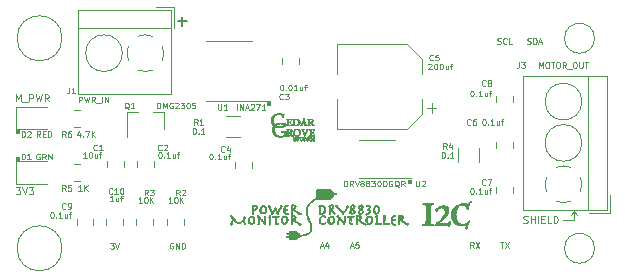
<source format=gbr>
%TF.GenerationSoftware,KiCad,Pcbnew,(5.1.6-0-10_14)*%
%TF.CreationDate,2021-10-24T22:13:31-07:00*%
%TF.ProjectId,Motor_Tester_DRV8830_Wing,4d6f746f-725f-4546-9573-7465725f4452,v01*%
%TF.SameCoordinates,Original*%
%TF.FileFunction,Legend,Top*%
%TF.FilePolarity,Positive*%
%FSLAX46Y46*%
G04 Gerber Fmt 4.6, Leading zero omitted, Abs format (unit mm)*
G04 Created by KiCad (PCBNEW (5.1.6-0-10_14)) date 2021-10-24 22:13:31*
%MOMM*%
%LPD*%
G01*
G04 APERTURE LIST*
%ADD10C,0.120000*%
%ADD11C,0.100000*%
%ADD12C,0.150000*%
%ADD13C,0.010000*%
G04 APERTURE END LIST*
D10*
X174752000Y-93345000D02*
X174498000Y-93726000D01*
X175006000Y-93726000D02*
X174752000Y-93345000D01*
X174752000Y-93345000D02*
X175006000Y-93726000D01*
X174752000Y-94107000D02*
X174752000Y-93345000D01*
X173863000Y-94107000D02*
X174752000Y-94107000D01*
X170515142Y-94349857D02*
X170600857Y-94378428D01*
X170743714Y-94378428D01*
X170800857Y-94349857D01*
X170829428Y-94321285D01*
X170858000Y-94264142D01*
X170858000Y-94207000D01*
X170829428Y-94149857D01*
X170800857Y-94121285D01*
X170743714Y-94092714D01*
X170629428Y-94064142D01*
X170572285Y-94035571D01*
X170543714Y-94007000D01*
X170515142Y-93949857D01*
X170515142Y-93892714D01*
X170543714Y-93835571D01*
X170572285Y-93807000D01*
X170629428Y-93778428D01*
X170772285Y-93778428D01*
X170858000Y-93807000D01*
X171115142Y-94378428D02*
X171115142Y-93778428D01*
X171115142Y-94064142D02*
X171458000Y-94064142D01*
X171458000Y-94378428D02*
X171458000Y-93778428D01*
X171743714Y-94378428D02*
X171743714Y-93778428D01*
X172029428Y-94064142D02*
X172229428Y-94064142D01*
X172315142Y-94378428D02*
X172029428Y-94378428D01*
X172029428Y-93778428D01*
X172315142Y-93778428D01*
X172858000Y-94378428D02*
X172572285Y-94378428D01*
X172572285Y-93778428D01*
X173058000Y-94378428D02*
X173058000Y-93778428D01*
X173200857Y-93778428D01*
X173286571Y-93807000D01*
X173343714Y-93864142D01*
X173372285Y-93921285D01*
X173400857Y-94035571D01*
X173400857Y-94121285D01*
X173372285Y-94235571D01*
X173343714Y-94292714D01*
X173286571Y-94349857D01*
X173200857Y-94378428D01*
X173058000Y-94378428D01*
D11*
G36*
X161004000Y-90954000D02*
G01*
X160750000Y-90954000D01*
X160750000Y-90700000D01*
X161004000Y-90700000D01*
X161004000Y-90954000D01*
G37*
X161004000Y-90954000D02*
X160750000Y-90954000D01*
X160750000Y-90700000D01*
X161004000Y-90700000D01*
X161004000Y-90954000D01*
D10*
X127527142Y-91365428D02*
X127898571Y-91365428D01*
X127698571Y-91594000D01*
X127784285Y-91594000D01*
X127841428Y-91622571D01*
X127870000Y-91651142D01*
X127898571Y-91708285D01*
X127898571Y-91851142D01*
X127870000Y-91908285D01*
X127841428Y-91936857D01*
X127784285Y-91965428D01*
X127612857Y-91965428D01*
X127555714Y-91936857D01*
X127527142Y-91908285D01*
X128070000Y-91365428D02*
X128270000Y-91965428D01*
X128470000Y-91365428D01*
X128612857Y-91365428D02*
X128984285Y-91365428D01*
X128784285Y-91594000D01*
X128870000Y-91594000D01*
X128927142Y-91622571D01*
X128955714Y-91651142D01*
X128984285Y-91708285D01*
X128984285Y-91851142D01*
X128955714Y-91908285D01*
X128927142Y-91936857D01*
X128870000Y-91965428D01*
X128698571Y-91965428D01*
X128641428Y-91936857D01*
X128612857Y-91908285D01*
X127533571Y-84091428D02*
X127533571Y-83491428D01*
X127733571Y-83920000D01*
X127933571Y-83491428D01*
X127933571Y-84091428D01*
X128076428Y-84148571D02*
X128533571Y-84148571D01*
X128676428Y-84091428D02*
X128676428Y-83491428D01*
X128905000Y-83491428D01*
X128962142Y-83520000D01*
X128990714Y-83548571D01*
X129019285Y-83605714D01*
X129019285Y-83691428D01*
X128990714Y-83748571D01*
X128962142Y-83777142D01*
X128905000Y-83805714D01*
X128676428Y-83805714D01*
X129219285Y-83491428D02*
X129362142Y-84091428D01*
X129476428Y-83662857D01*
X129590714Y-84091428D01*
X129733571Y-83491428D01*
X130305000Y-84091428D02*
X130105000Y-83805714D01*
X129962142Y-84091428D02*
X129962142Y-83491428D01*
X130190714Y-83491428D01*
X130247857Y-83520000D01*
X130276428Y-83548571D01*
X130305000Y-83605714D01*
X130305000Y-83691428D01*
X130276428Y-83748571D01*
X130247857Y-83777142D01*
X130190714Y-83805714D01*
X129962142Y-83805714D01*
D12*
X141224047Y-77287428D02*
X141985952Y-77287428D01*
X141605000Y-77668380D02*
X141605000Y-76906476D01*
D11*
G36*
X127762000Y-86741000D02*
G01*
X127508000Y-86741000D01*
X127508000Y-86487000D01*
X127762000Y-86487000D01*
X127762000Y-86741000D01*
G37*
X127762000Y-86741000D02*
X127508000Y-86741000D01*
X127508000Y-86487000D01*
X127762000Y-86487000D01*
X127762000Y-86741000D01*
G36*
X127762000Y-89027000D02*
G01*
X127508000Y-89027000D01*
X127508000Y-88773000D01*
X127762000Y-88773000D01*
X127762000Y-89027000D01*
G37*
X127762000Y-89027000D02*
X127508000Y-89027000D01*
X127508000Y-88773000D01*
X127762000Y-88773000D01*
X127762000Y-89027000D01*
G36*
X149050000Y-84404000D02*
G01*
X148796000Y-84404000D01*
X148796000Y-84150000D01*
X149050000Y-84150000D01*
X149050000Y-84404000D01*
G37*
X149050000Y-84404000D02*
X148796000Y-84404000D01*
X148796000Y-84150000D01*
X149050000Y-84150000D01*
X149050000Y-84404000D01*
D10*
%TO.C,U1*%
X145600000Y-84060000D02*
X149050000Y-84060000D01*
X145600000Y-84060000D02*
X143650000Y-84060000D01*
X145600000Y-78940000D02*
X147550000Y-78940000D01*
X145600000Y-78940000D02*
X143650000Y-78940000D01*
%TO.C,C1*%
X135240000Y-89141422D02*
X135240000Y-89658578D01*
X136660000Y-89141422D02*
X136660000Y-89658578D01*
%TO.C,C2*%
X137790000Y-89141422D02*
X137790000Y-89658578D01*
X139210000Y-89141422D02*
X139210000Y-89658578D01*
%TO.C,C3*%
X151510000Y-80958578D02*
X151510000Y-80441422D01*
X150090000Y-80958578D02*
X150090000Y-80441422D01*
%TO.C,C4*%
X146090000Y-89241422D02*
X146090000Y-89758578D01*
X147510000Y-89241422D02*
X147510000Y-89758578D01*
%TO.C,C6*%
X169610000Y-88008578D02*
X169610000Y-87491422D01*
X168190000Y-88008578D02*
X168190000Y-87491422D01*
%TO.C,C7*%
X169610000Y-91858578D02*
X169610000Y-91341422D01*
X168190000Y-91858578D02*
X168190000Y-91341422D01*
%TO.C,C8*%
X168190000Y-83641422D02*
X168190000Y-84158578D01*
X169610000Y-83641422D02*
X169610000Y-84158578D01*
%TO.C,C9*%
X132690000Y-94041422D02*
X132690000Y-94558578D01*
X134110000Y-94041422D02*
X134110000Y-94558578D01*
%TO.C,C10*%
X136610000Y-94558578D02*
X136610000Y-94041422D01*
X135190000Y-94558578D02*
X135190000Y-94041422D01*
D11*
%TO.C,M1*%
X131445000Y-78740000D02*
G75*
G03*
X131445000Y-78740000I-1905000J0D01*
G01*
X131445000Y-96520000D02*
G75*
G03*
X131445000Y-96520000I-1905000J0D01*
G01*
X176530000Y-96520000D02*
G75*
G03*
X176530000Y-96520000I-1270000J0D01*
G01*
X176530000Y-78740000D02*
G75*
G03*
X176530000Y-78740000I-1270000J0D01*
G01*
D13*
%TO.C,G\u002A\u002A\u002A*%
G36*
X166056068Y-92521608D02*
G01*
X166061842Y-92553561D01*
X166031818Y-92583949D01*
X166013974Y-92590470D01*
X165965962Y-92626989D01*
X165919110Y-92706589D01*
X165876713Y-92821598D01*
X165842066Y-92964341D01*
X165833969Y-93009644D01*
X165813063Y-93110826D01*
X165790829Y-93173924D01*
X165772072Y-93192599D01*
X165743697Y-93171659D01*
X165705289Y-93117983D01*
X165680544Y-93073270D01*
X165607472Y-92958977D01*
X165519027Y-92887226D01*
X165403325Y-92849880D01*
X165343526Y-92842479D01*
X165220026Y-92838470D01*
X165127062Y-92854133D01*
X165046388Y-92894961D01*
X164973445Y-92953918D01*
X164872854Y-93077988D01*
X164802404Y-93238259D01*
X164763485Y-93429052D01*
X164757485Y-93644690D01*
X164770366Y-93784396D01*
X164815069Y-93996987D01*
X164885343Y-94173700D01*
X164978254Y-94312282D01*
X165090866Y-94410478D01*
X165220246Y-94466033D01*
X165363459Y-94476694D01*
X165517570Y-94440206D01*
X165585004Y-94410196D01*
X165635954Y-94379951D01*
X165687526Y-94337769D01*
X165748333Y-94275246D01*
X165826987Y-94183978D01*
X165869233Y-94132835D01*
X165893216Y-94111998D01*
X165905208Y-94134354D01*
X165908611Y-94154896D01*
X165901351Y-94204748D01*
X165874212Y-94285757D01*
X165831914Y-94384634D01*
X165813361Y-94423097D01*
X165767126Y-94521060D01*
X165731413Y-94606370D01*
X165711575Y-94665800D01*
X165709253Y-94680435D01*
X165699035Y-94762106D01*
X165674048Y-94820084D01*
X165640856Y-94846314D01*
X165606022Y-94832744D01*
X165596021Y-94819368D01*
X165590366Y-94775611D01*
X165604150Y-94691243D01*
X165626017Y-94604727D01*
X165629300Y-94579660D01*
X165614917Y-94566830D01*
X165572793Y-94564205D01*
X165492852Y-94569757D01*
X165464906Y-94572264D01*
X165218900Y-94575196D01*
X164998589Y-94538049D01*
X164806600Y-94462506D01*
X164645557Y-94350251D01*
X164518088Y-94202966D01*
X164426817Y-94022335D01*
X164386715Y-93881058D01*
X164365690Y-93683065D01*
X164381061Y-93484376D01*
X164430996Y-93302319D01*
X164453136Y-93252116D01*
X164568502Y-93070941D01*
X164718248Y-92925548D01*
X164899328Y-92817370D01*
X165108692Y-92747842D01*
X165343295Y-92718397D01*
X165569466Y-92726916D01*
X165789803Y-92750536D01*
X165827252Y-92678117D01*
X165888877Y-92584899D01*
X165956794Y-92525049D01*
X166014400Y-92506799D01*
X166056068Y-92521608D01*
G37*
X166056068Y-92521608D02*
X166061842Y-92553561D01*
X166031818Y-92583949D01*
X166013974Y-92590470D01*
X165965962Y-92626989D01*
X165919110Y-92706589D01*
X165876713Y-92821598D01*
X165842066Y-92964341D01*
X165833969Y-93009644D01*
X165813063Y-93110826D01*
X165790829Y-93173924D01*
X165772072Y-93192599D01*
X165743697Y-93171659D01*
X165705289Y-93117983D01*
X165680544Y-93073270D01*
X165607472Y-92958977D01*
X165519027Y-92887226D01*
X165403325Y-92849880D01*
X165343526Y-92842479D01*
X165220026Y-92838470D01*
X165127062Y-92854133D01*
X165046388Y-92894961D01*
X164973445Y-92953918D01*
X164872854Y-93077988D01*
X164802404Y-93238259D01*
X164763485Y-93429052D01*
X164757485Y-93644690D01*
X164770366Y-93784396D01*
X164815069Y-93996987D01*
X164885343Y-94173700D01*
X164978254Y-94312282D01*
X165090866Y-94410478D01*
X165220246Y-94466033D01*
X165363459Y-94476694D01*
X165517570Y-94440206D01*
X165585004Y-94410196D01*
X165635954Y-94379951D01*
X165687526Y-94337769D01*
X165748333Y-94275246D01*
X165826987Y-94183978D01*
X165869233Y-94132835D01*
X165893216Y-94111998D01*
X165905208Y-94134354D01*
X165908611Y-94154896D01*
X165901351Y-94204748D01*
X165874212Y-94285757D01*
X165831914Y-94384634D01*
X165813361Y-94423097D01*
X165767126Y-94521060D01*
X165731413Y-94606370D01*
X165711575Y-94665800D01*
X165709253Y-94680435D01*
X165699035Y-94762106D01*
X165674048Y-94820084D01*
X165640856Y-94846314D01*
X165606022Y-94832744D01*
X165596021Y-94819368D01*
X165590366Y-94775611D01*
X165604150Y-94691243D01*
X165626017Y-94604727D01*
X165629300Y-94579660D01*
X165614917Y-94566830D01*
X165572793Y-94564205D01*
X165492852Y-94569757D01*
X165464906Y-94572264D01*
X165218900Y-94575196D01*
X164998589Y-94538049D01*
X164806600Y-94462506D01*
X164645557Y-94350251D01*
X164518088Y-94202966D01*
X164426817Y-94022335D01*
X164386715Y-93881058D01*
X164365690Y-93683065D01*
X164381061Y-93484376D01*
X164430996Y-93302319D01*
X164453136Y-93252116D01*
X164568502Y-93070941D01*
X164718248Y-92925548D01*
X164899328Y-92817370D01*
X165108692Y-92747842D01*
X165343295Y-92718397D01*
X165569466Y-92726916D01*
X165789803Y-92750536D01*
X165827252Y-92678117D01*
X165888877Y-92584899D01*
X165956794Y-92525049D01*
X166014400Y-92506799D01*
X166056068Y-92521608D01*
G36*
X163887738Y-92899965D02*
G01*
X163999528Y-92959356D01*
X164084151Y-93051008D01*
X164138061Y-93167719D01*
X164157714Y-93302287D01*
X164139563Y-93447510D01*
X164092853Y-93571773D01*
X164041619Y-93652429D01*
X163959947Y-93755546D01*
X163856850Y-93871576D01*
X163741341Y-93990975D01*
X163622431Y-94104197D01*
X163509134Y-94201697D01*
X163467614Y-94234000D01*
X163403705Y-94284441D01*
X163360316Y-94323568D01*
X163348185Y-94339669D01*
X163371007Y-94352873D01*
X163433230Y-94363714D01*
X163523489Y-94371720D01*
X163630420Y-94376416D01*
X163742659Y-94377328D01*
X163848841Y-94373982D01*
X163937603Y-94365905D01*
X163946391Y-94364619D01*
X164048831Y-94345230D01*
X164117197Y-94320878D01*
X164168170Y-94284470D01*
X164191591Y-94260369D01*
X164249708Y-94205271D01*
X164292168Y-94183372D01*
X164311973Y-94197846D01*
X164312600Y-94205484D01*
X164306073Y-94261061D01*
X164289259Y-94339957D01*
X164266305Y-94427509D01*
X164241360Y-94509053D01*
X164218570Y-94569925D01*
X164202304Y-94595400D01*
X164163717Y-94597357D01*
X164090406Y-94593506D01*
X163998012Y-94584682D01*
X163995100Y-94584348D01*
X163907198Y-94576877D01*
X163782132Y-94569795D01*
X163633539Y-94563704D01*
X163475054Y-94559208D01*
X163391851Y-94557679D01*
X163232897Y-94554750D01*
X163118077Y-94550824D01*
X163040725Y-94545206D01*
X162994175Y-94537203D01*
X162971762Y-94526119D01*
X162966710Y-94513400D01*
X162985765Y-94481777D01*
X163036545Y-94429025D01*
X163109910Y-94364189D01*
X163150859Y-94331122D01*
X163331761Y-94180298D01*
X163492621Y-94028502D01*
X163629214Y-93880866D01*
X163737314Y-93742523D01*
X163812697Y-93618606D01*
X163851137Y-93514246D01*
X163855258Y-93475449D01*
X163834605Y-93336578D01*
X163778423Y-93210036D01*
X163725542Y-93142849D01*
X163629565Y-93078506D01*
X163522950Y-93061315D01*
X163413883Y-93091244D01*
X163335641Y-93144380D01*
X163275647Y-93210384D01*
X163232937Y-93281289D01*
X163225202Y-93303091D01*
X163199228Y-93360728D01*
X163164760Y-93390615D01*
X163163114Y-93390990D01*
X163123476Y-93375982D01*
X163085824Y-93328088D01*
X163059367Y-93264707D01*
X163053313Y-93203237D01*
X163056356Y-93189271D01*
X163096014Y-93133589D01*
X163174738Y-93073667D01*
X163281615Y-93014356D01*
X163405729Y-92960503D01*
X163536166Y-92916960D01*
X163662013Y-92888575D01*
X163752325Y-92880036D01*
X163887738Y-92899965D01*
G37*
X163887738Y-92899965D02*
X163999528Y-92959356D01*
X164084151Y-93051008D01*
X164138061Y-93167719D01*
X164157714Y-93302287D01*
X164139563Y-93447510D01*
X164092853Y-93571773D01*
X164041619Y-93652429D01*
X163959947Y-93755546D01*
X163856850Y-93871576D01*
X163741341Y-93990975D01*
X163622431Y-94104197D01*
X163509134Y-94201697D01*
X163467614Y-94234000D01*
X163403705Y-94284441D01*
X163360316Y-94323568D01*
X163348185Y-94339669D01*
X163371007Y-94352873D01*
X163433230Y-94363714D01*
X163523489Y-94371720D01*
X163630420Y-94376416D01*
X163742659Y-94377328D01*
X163848841Y-94373982D01*
X163937603Y-94365905D01*
X163946391Y-94364619D01*
X164048831Y-94345230D01*
X164117197Y-94320878D01*
X164168170Y-94284470D01*
X164191591Y-94260369D01*
X164249708Y-94205271D01*
X164292168Y-94183372D01*
X164311973Y-94197846D01*
X164312600Y-94205484D01*
X164306073Y-94261061D01*
X164289259Y-94339957D01*
X164266305Y-94427509D01*
X164241360Y-94509053D01*
X164218570Y-94569925D01*
X164202304Y-94595400D01*
X164163717Y-94597357D01*
X164090406Y-94593506D01*
X163998012Y-94584682D01*
X163995100Y-94584348D01*
X163907198Y-94576877D01*
X163782132Y-94569795D01*
X163633539Y-94563704D01*
X163475054Y-94559208D01*
X163391851Y-94557679D01*
X163232897Y-94554750D01*
X163118077Y-94550824D01*
X163040725Y-94545206D01*
X162994175Y-94537203D01*
X162971762Y-94526119D01*
X162966710Y-94513400D01*
X162985765Y-94481777D01*
X163036545Y-94429025D01*
X163109910Y-94364189D01*
X163150859Y-94331122D01*
X163331761Y-94180298D01*
X163492621Y-94028502D01*
X163629214Y-93880866D01*
X163737314Y-93742523D01*
X163812697Y-93618606D01*
X163851137Y-93514246D01*
X163855258Y-93475449D01*
X163834605Y-93336578D01*
X163778423Y-93210036D01*
X163725542Y-93142849D01*
X163629565Y-93078506D01*
X163522950Y-93061315D01*
X163413883Y-93091244D01*
X163335641Y-93144380D01*
X163275647Y-93210384D01*
X163232937Y-93281289D01*
X163225202Y-93303091D01*
X163199228Y-93360728D01*
X163164760Y-93390615D01*
X163163114Y-93390990D01*
X163123476Y-93375982D01*
X163085824Y-93328088D01*
X163059367Y-93264707D01*
X163053313Y-93203237D01*
X163056356Y-93189271D01*
X163096014Y-93133589D01*
X163174738Y-93073667D01*
X163281615Y-93014356D01*
X163405729Y-92960503D01*
X163536166Y-92916960D01*
X163662013Y-92888575D01*
X163752325Y-92880036D01*
X163887738Y-92899965D01*
G36*
X162528188Y-92701035D02*
G01*
X162649593Y-92705898D01*
X162751787Y-92714021D01*
X162824786Y-92725389D01*
X162858603Y-92739988D01*
X162859679Y-92742458D01*
X162843741Y-92776284D01*
X162788008Y-92800695D01*
X162703250Y-92811158D01*
X162696232Y-92811253D01*
X162674019Y-92814172D01*
X162655951Y-92825931D01*
X162641446Y-92851496D01*
X162629924Y-92895835D01*
X162620802Y-92963916D01*
X162613500Y-93060706D01*
X162607436Y-93191175D01*
X162602028Y-93360289D01*
X162596696Y-93573016D01*
X162594192Y-93683134D01*
X162589775Y-93909386D01*
X162587787Y-94088793D01*
X162588301Y-94225253D01*
X162591389Y-94322667D01*
X162597125Y-94384935D01*
X162605582Y-94415954D01*
X162607928Y-94419088D01*
X162648823Y-94438385D01*
X162720867Y-94455239D01*
X162770173Y-94461953D01*
X162855271Y-94475582D01*
X162896466Y-94496224D01*
X162902900Y-94513400D01*
X162896384Y-94526705D01*
X162872719Y-94536869D01*
X162825723Y-94544444D01*
X162749218Y-94549983D01*
X162637023Y-94554037D01*
X162482959Y-94557159D01*
X162399282Y-94558393D01*
X162227367Y-94560477D01*
X162099833Y-94561028D01*
X162010276Y-94559554D01*
X161952288Y-94555561D01*
X161919462Y-94548555D01*
X161905392Y-94538045D01*
X161903672Y-94523537D01*
X161904211Y-94520293D01*
X161923487Y-94490380D01*
X161974309Y-94473709D01*
X162034354Y-94467510D01*
X162094612Y-94461166D01*
X162138115Y-94445922D01*
X162168754Y-94414022D01*
X162190421Y-94357708D01*
X162207007Y-94269224D01*
X162222404Y-94140811D01*
X162228742Y-94080035D01*
X162237541Y-93969524D01*
X162244502Y-93832986D01*
X162249601Y-93679047D01*
X162252815Y-93516331D01*
X162254121Y-93353462D01*
X162253494Y-93199065D01*
X162250912Y-93061764D01*
X162246350Y-92950183D01*
X162239787Y-92872947D01*
X162232118Y-92839881D01*
X162195611Y-92817438D01*
X162126895Y-92798867D01*
X162078889Y-92792083D01*
X161998816Y-92780440D01*
X161960928Y-92763144D01*
X161955532Y-92741133D01*
X161982502Y-92726130D01*
X162050176Y-92714474D01*
X162148566Y-92706152D01*
X162267689Y-92701147D01*
X162397558Y-92699447D01*
X162528188Y-92701035D01*
G37*
X162528188Y-92701035D02*
X162649593Y-92705898D01*
X162751787Y-92714021D01*
X162824786Y-92725389D01*
X162858603Y-92739988D01*
X162859679Y-92742458D01*
X162843741Y-92776284D01*
X162788008Y-92800695D01*
X162703250Y-92811158D01*
X162696232Y-92811253D01*
X162674019Y-92814172D01*
X162655951Y-92825931D01*
X162641446Y-92851496D01*
X162629924Y-92895835D01*
X162620802Y-92963916D01*
X162613500Y-93060706D01*
X162607436Y-93191175D01*
X162602028Y-93360289D01*
X162596696Y-93573016D01*
X162594192Y-93683134D01*
X162589775Y-93909386D01*
X162587787Y-94088793D01*
X162588301Y-94225253D01*
X162591389Y-94322667D01*
X162597125Y-94384935D01*
X162605582Y-94415954D01*
X162607928Y-94419088D01*
X162648823Y-94438385D01*
X162720867Y-94455239D01*
X162770173Y-94461953D01*
X162855271Y-94475582D01*
X162896466Y-94496224D01*
X162902900Y-94513400D01*
X162896384Y-94526705D01*
X162872719Y-94536869D01*
X162825723Y-94544444D01*
X162749218Y-94549983D01*
X162637023Y-94554037D01*
X162482959Y-94557159D01*
X162399282Y-94558393D01*
X162227367Y-94560477D01*
X162099833Y-94561028D01*
X162010276Y-94559554D01*
X161952288Y-94555561D01*
X161919462Y-94548555D01*
X161905392Y-94538045D01*
X161903672Y-94523537D01*
X161904211Y-94520293D01*
X161923487Y-94490380D01*
X161974309Y-94473709D01*
X162034354Y-94467510D01*
X162094612Y-94461166D01*
X162138115Y-94445922D01*
X162168754Y-94414022D01*
X162190421Y-94357708D01*
X162207007Y-94269224D01*
X162222404Y-94140811D01*
X162228742Y-94080035D01*
X162237541Y-93969524D01*
X162244502Y-93832986D01*
X162249601Y-93679047D01*
X162252815Y-93516331D01*
X162254121Y-93353462D01*
X162253494Y-93199065D01*
X162250912Y-93061764D01*
X162246350Y-92950183D01*
X162239787Y-92872947D01*
X162232118Y-92839881D01*
X162195611Y-92817438D01*
X162126895Y-92798867D01*
X162078889Y-92792083D01*
X161998816Y-92780440D01*
X161960928Y-92763144D01*
X161955532Y-92741133D01*
X161982502Y-92726130D01*
X162050176Y-92714474D01*
X162148566Y-92706152D01*
X162267689Y-92701147D01*
X162397558Y-92699447D01*
X162528188Y-92701035D01*
G36*
X151005380Y-95040946D02*
G01*
X151081640Y-95043145D01*
X151140552Y-95048112D01*
X151186138Y-95056912D01*
X151222420Y-95070611D01*
X151253419Y-95090274D01*
X151283159Y-95116967D01*
X151311808Y-95147480D01*
X151342913Y-95178668D01*
X151369064Y-95194160D01*
X151399910Y-95199041D01*
X151409944Y-95199200D01*
X151455992Y-95205927D01*
X151491133Y-95228996D01*
X151492527Y-95230372D01*
X151507108Y-95246950D01*
X151516275Y-95265337D01*
X151521269Y-95291619D01*
X151523328Y-95331884D01*
X151523700Y-95383350D01*
X151523189Y-95440835D01*
X151520829Y-95479014D01*
X151515381Y-95503974D01*
X151505603Y-95521801D01*
X151492527Y-95536327D01*
X151453025Y-95561800D01*
X151414150Y-95567500D01*
X151382656Y-95571017D01*
X151355213Y-95584694D01*
X151323258Y-95613218D01*
X151314907Y-95621810D01*
X151281729Y-95654899D01*
X151251039Y-95680193D01*
X151218722Y-95698804D01*
X151180661Y-95711844D01*
X151132740Y-95720424D01*
X151070844Y-95725655D01*
X150990857Y-95728649D01*
X150913755Y-95730139D01*
X150836784Y-95730889D01*
X150768593Y-95730685D01*
X150713221Y-95729610D01*
X150674704Y-95727748D01*
X150657082Y-95725181D01*
X150656580Y-95724847D01*
X150651417Y-95707880D01*
X150648087Y-95674271D01*
X150647400Y-95647933D01*
X150647400Y-95580200D01*
X150546838Y-95580200D01*
X150483839Y-95579075D01*
X150442244Y-95575017D01*
X150418127Y-95566995D01*
X150407564Y-95553978D01*
X150406100Y-95543281D01*
X150411141Y-95519481D01*
X150428764Y-95503878D01*
X150462714Y-95495040D01*
X150516734Y-95491533D01*
X150541990Y-95491300D01*
X150647400Y-95491300D01*
X150647400Y-95276353D01*
X150529925Y-95272701D01*
X150474921Y-95270726D01*
X150440491Y-95267992D01*
X150421817Y-95263047D01*
X150414079Y-95254439D01*
X150412462Y-95240716D01*
X150412450Y-95237300D01*
X150413438Y-95222373D01*
X150419625Y-95212869D01*
X150435839Y-95207326D01*
X150466911Y-95204282D01*
X150517669Y-95202272D01*
X150529331Y-95201906D01*
X150646212Y-95198262D01*
X150653750Y-95040450D01*
X150907750Y-95040450D01*
X151005380Y-95040946D01*
G37*
X151005380Y-95040946D02*
X151081640Y-95043145D01*
X151140552Y-95048112D01*
X151186138Y-95056912D01*
X151222420Y-95070611D01*
X151253419Y-95090274D01*
X151283159Y-95116967D01*
X151311808Y-95147480D01*
X151342913Y-95178668D01*
X151369064Y-95194160D01*
X151399910Y-95199041D01*
X151409944Y-95199200D01*
X151455992Y-95205927D01*
X151491133Y-95228996D01*
X151492527Y-95230372D01*
X151507108Y-95246950D01*
X151516275Y-95265337D01*
X151521269Y-95291619D01*
X151523328Y-95331884D01*
X151523700Y-95383350D01*
X151523189Y-95440835D01*
X151520829Y-95479014D01*
X151515381Y-95503974D01*
X151505603Y-95521801D01*
X151492527Y-95536327D01*
X151453025Y-95561800D01*
X151414150Y-95567500D01*
X151382656Y-95571017D01*
X151355213Y-95584694D01*
X151323258Y-95613218D01*
X151314907Y-95621810D01*
X151281729Y-95654899D01*
X151251039Y-95680193D01*
X151218722Y-95698804D01*
X151180661Y-95711844D01*
X151132740Y-95720424D01*
X151070844Y-95725655D01*
X150990857Y-95728649D01*
X150913755Y-95730139D01*
X150836784Y-95730889D01*
X150768593Y-95730685D01*
X150713221Y-95729610D01*
X150674704Y-95727748D01*
X150657082Y-95725181D01*
X150656580Y-95724847D01*
X150651417Y-95707880D01*
X150648087Y-95674271D01*
X150647400Y-95647933D01*
X150647400Y-95580200D01*
X150546838Y-95580200D01*
X150483839Y-95579075D01*
X150442244Y-95575017D01*
X150418127Y-95566995D01*
X150407564Y-95553978D01*
X150406100Y-95543281D01*
X150411141Y-95519481D01*
X150428764Y-95503878D01*
X150462714Y-95495040D01*
X150516734Y-95491533D01*
X150541990Y-95491300D01*
X150647400Y-95491300D01*
X150647400Y-95276353D01*
X150529925Y-95272701D01*
X150474921Y-95270726D01*
X150440491Y-95267992D01*
X150421817Y-95263047D01*
X150414079Y-95254439D01*
X150412462Y-95240716D01*
X150412450Y-95237300D01*
X150413438Y-95222373D01*
X150419625Y-95212869D01*
X150435839Y-95207326D01*
X150466911Y-95204282D01*
X150517669Y-95202272D01*
X150529331Y-95201906D01*
X150646212Y-95198262D01*
X150653750Y-95040450D01*
X150907750Y-95040450D01*
X151005380Y-95040946D01*
G36*
X152955274Y-92286428D02*
G01*
X152959123Y-92290988D01*
X152968309Y-92310106D01*
X152966225Y-92326204D01*
X152949708Y-92342724D01*
X152915596Y-92363112D01*
X152873075Y-92384739D01*
X152708883Y-92476415D01*
X152564732Y-92579031D01*
X152441560Y-92691623D01*
X152340309Y-92813227D01*
X152261917Y-92942878D01*
X152212848Y-93062068D01*
X152192462Y-93145134D01*
X152178797Y-93244376D01*
X152172350Y-93351348D01*
X152173615Y-93457600D01*
X152183089Y-93554684D01*
X152183704Y-93558624D01*
X152205686Y-93662654D01*
X152240325Y-93781918D01*
X152285736Y-93910824D01*
X152340034Y-94043780D01*
X152368516Y-94107000D01*
X152446519Y-94291096D01*
X152503109Y-94461658D01*
X152538301Y-94618653D01*
X152552107Y-94762051D01*
X152544541Y-94891817D01*
X152515618Y-95007921D01*
X152465350Y-95110328D01*
X152393751Y-95199008D01*
X152300835Y-95273928D01*
X152186616Y-95335056D01*
X152051107Y-95382359D01*
X151894322Y-95415805D01*
X151811183Y-95426965D01*
X151751395Y-95433014D01*
X151694865Y-95437669D01*
X151650628Y-95440223D01*
X151637656Y-95440500D01*
X151604725Y-95439203D01*
X151590580Y-95432123D01*
X151588629Y-95414475D01*
X151589531Y-95405575D01*
X151593550Y-95370650D01*
X151733250Y-95362084D01*
X151900986Y-95344242D01*
X152047508Y-95312551D01*
X152172936Y-95266949D01*
X152277388Y-95207372D01*
X152360984Y-95133758D01*
X152423841Y-95046046D01*
X152452175Y-94985272D01*
X152466820Y-94939948D01*
X152475638Y-94891462D01*
X152479849Y-94831298D01*
X152480670Y-94786450D01*
X152477311Y-94689535D01*
X152465218Y-94593781D01*
X152443223Y-94494934D01*
X152410158Y-94388742D01*
X152364855Y-94270952D01*
X152306147Y-94137310D01*
X152296942Y-94117415D01*
X152228288Y-93960040D01*
X152175847Y-93816556D01*
X152138440Y-93682343D01*
X152114885Y-93552779D01*
X152104004Y-93423245D01*
X152102945Y-93357700D01*
X152106908Y-93243800D01*
X152118794Y-93146598D01*
X152140300Y-93058167D01*
X152173126Y-92970579D01*
X152196787Y-92919550D01*
X152276160Y-92782968D01*
X152375013Y-92658323D01*
X152494486Y-92544556D01*
X152635719Y-92440612D01*
X152799853Y-92345433D01*
X152835492Y-92327374D01*
X152887961Y-92302075D01*
X152922506Y-92287673D01*
X152943489Y-92282886D01*
X152955274Y-92286428D01*
G37*
X152955274Y-92286428D02*
X152959123Y-92290988D01*
X152968309Y-92310106D01*
X152966225Y-92326204D01*
X152949708Y-92342724D01*
X152915596Y-92363112D01*
X152873075Y-92384739D01*
X152708883Y-92476415D01*
X152564732Y-92579031D01*
X152441560Y-92691623D01*
X152340309Y-92813227D01*
X152261917Y-92942878D01*
X152212848Y-93062068D01*
X152192462Y-93145134D01*
X152178797Y-93244376D01*
X152172350Y-93351348D01*
X152173615Y-93457600D01*
X152183089Y-93554684D01*
X152183704Y-93558624D01*
X152205686Y-93662654D01*
X152240325Y-93781918D01*
X152285736Y-93910824D01*
X152340034Y-94043780D01*
X152368516Y-94107000D01*
X152446519Y-94291096D01*
X152503109Y-94461658D01*
X152538301Y-94618653D01*
X152552107Y-94762051D01*
X152544541Y-94891817D01*
X152515618Y-95007921D01*
X152465350Y-95110328D01*
X152393751Y-95199008D01*
X152300835Y-95273928D01*
X152186616Y-95335056D01*
X152051107Y-95382359D01*
X151894322Y-95415805D01*
X151811183Y-95426965D01*
X151751395Y-95433014D01*
X151694865Y-95437669D01*
X151650628Y-95440223D01*
X151637656Y-95440500D01*
X151604725Y-95439203D01*
X151590580Y-95432123D01*
X151588629Y-95414475D01*
X151589531Y-95405575D01*
X151593550Y-95370650D01*
X151733250Y-95362084D01*
X151900986Y-95344242D01*
X152047508Y-95312551D01*
X152172936Y-95266949D01*
X152277388Y-95207372D01*
X152360984Y-95133758D01*
X152423841Y-95046046D01*
X152452175Y-94985272D01*
X152466820Y-94939948D01*
X152475638Y-94891462D01*
X152479849Y-94831298D01*
X152480670Y-94786450D01*
X152477311Y-94689535D01*
X152465218Y-94593781D01*
X152443223Y-94494934D01*
X152410158Y-94388742D01*
X152364855Y-94270952D01*
X152306147Y-94137310D01*
X152296942Y-94117415D01*
X152228288Y-93960040D01*
X152175847Y-93816556D01*
X152138440Y-93682343D01*
X152114885Y-93552779D01*
X152104004Y-93423245D01*
X152102945Y-93357700D01*
X152106908Y-93243800D01*
X152118794Y-93146598D01*
X152140300Y-93058167D01*
X152173126Y-92970579D01*
X152196787Y-92919550D01*
X152276160Y-92782968D01*
X152375013Y-92658323D01*
X152494486Y-92544556D01*
X152635719Y-92440612D01*
X152799853Y-92345433D01*
X152835492Y-92327374D01*
X152887961Y-92302075D01*
X152922506Y-92287673D01*
X152943489Y-92282886D01*
X152955274Y-92286428D01*
G36*
X151025373Y-93695249D02*
G01*
X151026795Y-93695466D01*
X151094430Y-93715339D01*
X151150368Y-93749351D01*
X151191109Y-93793783D01*
X151213152Y-93844915D01*
X151213976Y-93894313D01*
X151190649Y-93953373D01*
X151146938Y-94004012D01*
X151091334Y-94038924D01*
X151060682Y-94054229D01*
X151042899Y-94066555D01*
X151041100Y-94069605D01*
X151051093Y-94079663D01*
X151077996Y-94099851D01*
X151117188Y-94126817D01*
X151145875Y-94145625D01*
X151258879Y-94218099D01*
X151352640Y-94277447D01*
X151428971Y-94324741D01*
X151489690Y-94361054D01*
X151536612Y-94387459D01*
X151571554Y-94405030D01*
X151596330Y-94414838D01*
X151605496Y-94417170D01*
X151639833Y-94430697D01*
X151650756Y-94452476D01*
X151637929Y-94480157D01*
X151617237Y-94499778D01*
X151573789Y-94522449D01*
X151530941Y-94520062D01*
X151498300Y-94502568D01*
X151365692Y-94408323D01*
X151252173Y-94329137D01*
X151156832Y-94264416D01*
X151078755Y-94213562D01*
X151017030Y-94175981D01*
X150970744Y-94151076D01*
X150940980Y-94138838D01*
X150910710Y-94129612D01*
X150920450Y-94494350D01*
X150873056Y-94492921D01*
X150825547Y-94486102D01*
X150800796Y-94468801D01*
X150798159Y-94440412D01*
X150802779Y-94426691D01*
X150807767Y-94402521D01*
X150812446Y-94356332D01*
X150816598Y-94291506D01*
X150820008Y-94211425D01*
X150822448Y-94119940D01*
X150824048Y-94028017D01*
X150824255Y-94002762D01*
X150923572Y-94002762D01*
X150926253Y-94022558D01*
X150932682Y-94030180D01*
X150936722Y-94030800D01*
X150950121Y-94025225D01*
X150978537Y-94010884D01*
X151002968Y-93997841D01*
X151052285Y-93963894D01*
X151080361Y-93924307D01*
X151091327Y-93872339D01*
X151091900Y-93852849D01*
X151084701Y-93810806D01*
X151061288Y-93786407D01*
X151018938Y-93777217D01*
X151007009Y-93776994D01*
X150975935Y-93779617D01*
X150955146Y-93790052D01*
X150941990Y-93812749D01*
X150933815Y-93852159D01*
X150928240Y-93909224D01*
X150924336Y-93966436D01*
X150923572Y-94002762D01*
X150824255Y-94002762D01*
X150824625Y-93957837D01*
X150823988Y-93905756D01*
X150821943Y-93868133D01*
X150818297Y-93841323D01*
X150812857Y-93821682D01*
X150805832Y-93806310D01*
X150793000Y-93774356D01*
X150790284Y-93749378D01*
X150790959Y-93746959D01*
X150807331Y-93733696D01*
X150842076Y-93720261D01*
X150888224Y-93708177D01*
X150938803Y-93698966D01*
X150986843Y-93694149D01*
X151025373Y-93695249D01*
G37*
X151025373Y-93695249D02*
X151026795Y-93695466D01*
X151094430Y-93715339D01*
X151150368Y-93749351D01*
X151191109Y-93793783D01*
X151213152Y-93844915D01*
X151213976Y-93894313D01*
X151190649Y-93953373D01*
X151146938Y-94004012D01*
X151091334Y-94038924D01*
X151060682Y-94054229D01*
X151042899Y-94066555D01*
X151041100Y-94069605D01*
X151051093Y-94079663D01*
X151077996Y-94099851D01*
X151117188Y-94126817D01*
X151145875Y-94145625D01*
X151258879Y-94218099D01*
X151352640Y-94277447D01*
X151428971Y-94324741D01*
X151489690Y-94361054D01*
X151536612Y-94387459D01*
X151571554Y-94405030D01*
X151596330Y-94414838D01*
X151605496Y-94417170D01*
X151639833Y-94430697D01*
X151650756Y-94452476D01*
X151637929Y-94480157D01*
X151617237Y-94499778D01*
X151573789Y-94522449D01*
X151530941Y-94520062D01*
X151498300Y-94502568D01*
X151365692Y-94408323D01*
X151252173Y-94329137D01*
X151156832Y-94264416D01*
X151078755Y-94213562D01*
X151017030Y-94175981D01*
X150970744Y-94151076D01*
X150940980Y-94138838D01*
X150910710Y-94129612D01*
X150920450Y-94494350D01*
X150873056Y-94492921D01*
X150825547Y-94486102D01*
X150800796Y-94468801D01*
X150798159Y-94440412D01*
X150802779Y-94426691D01*
X150807767Y-94402521D01*
X150812446Y-94356332D01*
X150816598Y-94291506D01*
X150820008Y-94211425D01*
X150822448Y-94119940D01*
X150824048Y-94028017D01*
X150824255Y-94002762D01*
X150923572Y-94002762D01*
X150926253Y-94022558D01*
X150932682Y-94030180D01*
X150936722Y-94030800D01*
X150950121Y-94025225D01*
X150978537Y-94010884D01*
X151002968Y-93997841D01*
X151052285Y-93963894D01*
X151080361Y-93924307D01*
X151091327Y-93872339D01*
X151091900Y-93852849D01*
X151084701Y-93810806D01*
X151061288Y-93786407D01*
X151018938Y-93777217D01*
X151007009Y-93776994D01*
X150975935Y-93779617D01*
X150955146Y-93790052D01*
X150941990Y-93812749D01*
X150933815Y-93852159D01*
X150928240Y-93909224D01*
X150924336Y-93966436D01*
X150923572Y-94002762D01*
X150824255Y-94002762D01*
X150824625Y-93957837D01*
X150823988Y-93905756D01*
X150821943Y-93868133D01*
X150818297Y-93841323D01*
X150812857Y-93821682D01*
X150805832Y-93806310D01*
X150793000Y-93774356D01*
X150790284Y-93749378D01*
X150790959Y-93746959D01*
X150807331Y-93733696D01*
X150842076Y-93720261D01*
X150888224Y-93708177D01*
X150938803Y-93698966D01*
X150986843Y-93694149D01*
X151025373Y-93695249D01*
G36*
X156580865Y-93703712D02*
G01*
X156649322Y-93735962D01*
X156682921Y-93764133D01*
X156712338Y-93797022D01*
X156726544Y-93825572D01*
X156730605Y-93860743D01*
X156730652Y-93867380D01*
X156720415Y-93931594D01*
X156689025Y-93983124D01*
X156635282Y-94023731D01*
X156618020Y-94032472D01*
X156583024Y-94049950D01*
X156559817Y-94063557D01*
X156554101Y-94068900D01*
X156564146Y-94078063D01*
X156590932Y-94097320D01*
X156629664Y-94123296D01*
X156652005Y-94137746D01*
X156762567Y-94208217D01*
X156854018Y-94265959D01*
X156928457Y-94312216D01*
X156987987Y-94348231D01*
X157034706Y-94375245D01*
X157070718Y-94394503D01*
X157098121Y-94407246D01*
X157119017Y-94414717D01*
X157121225Y-94415329D01*
X157153897Y-94426646D01*
X157173081Y-94438273D01*
X157175200Y-94442314D01*
X157165384Y-94463720D01*
X157141551Y-94489633D01*
X157112122Y-94512654D01*
X157085515Y-94525386D01*
X157079835Y-94526100D01*
X157057215Y-94519099D01*
X157020985Y-94500486D01*
X156977884Y-94473846D01*
X156964736Y-94464903D01*
X156918963Y-94432943D01*
X156860186Y-94391723D01*
X156796125Y-94346668D01*
X156737050Y-94304999D01*
X156674238Y-94261997D01*
X156611384Y-94221393D01*
X156552686Y-94185660D01*
X156502341Y-94157271D01*
X156464547Y-94138698D01*
X156444051Y-94132400D01*
X156441485Y-94144343D01*
X156439846Y-94177171D01*
X156439229Y-94226386D01*
X156439730Y-94287484D01*
X156440244Y-94313375D01*
X156444409Y-94494350D01*
X156395962Y-94492804D01*
X156348402Y-94484942D01*
X156323158Y-94465031D01*
X156320123Y-94432958D01*
X156324921Y-94417174D01*
X156330090Y-94390610D01*
X156334457Y-94341160D01*
X156337890Y-94271328D01*
X156340261Y-94183617D01*
X156341318Y-94100650D01*
X156341801Y-94007917D01*
X156341791Y-94004705D01*
X156439528Y-94004705D01*
X156441524Y-94027291D01*
X156443897Y-94030800D01*
X156457661Y-94026205D01*
X156486571Y-94014547D01*
X156504222Y-94007045D01*
X156559323Y-93976628D01*
X156593408Y-93939854D01*
X156610830Y-93891595D01*
X156612836Y-93879100D01*
X156610908Y-93828753D01*
X156590443Y-93794566D01*
X156552707Y-93778201D01*
X156535056Y-93776994D01*
X156495984Y-93781528D01*
X156471488Y-93797959D01*
X156456931Y-93831241D01*
X156450092Y-93867768D01*
X156444047Y-93918753D01*
X156440447Y-93966462D01*
X156439528Y-94004705D01*
X156341791Y-94004705D01*
X156341574Y-93937093D01*
X156340408Y-93884689D01*
X156338074Y-93847218D01*
X156334344Y-93821194D01*
X156328990Y-93803127D01*
X156321783Y-93789531D01*
X156320838Y-93788117D01*
X156308624Y-93765286D01*
X156310052Y-93748096D01*
X156328123Y-93733870D01*
X156365834Y-93719930D01*
X156411209Y-93707430D01*
X156501373Y-93694176D01*
X156580865Y-93703712D01*
G37*
X156580865Y-93703712D02*
X156649322Y-93735962D01*
X156682921Y-93764133D01*
X156712338Y-93797022D01*
X156726544Y-93825572D01*
X156730605Y-93860743D01*
X156730652Y-93867380D01*
X156720415Y-93931594D01*
X156689025Y-93983124D01*
X156635282Y-94023731D01*
X156618020Y-94032472D01*
X156583024Y-94049950D01*
X156559817Y-94063557D01*
X156554101Y-94068900D01*
X156564146Y-94078063D01*
X156590932Y-94097320D01*
X156629664Y-94123296D01*
X156652005Y-94137746D01*
X156762567Y-94208217D01*
X156854018Y-94265959D01*
X156928457Y-94312216D01*
X156987987Y-94348231D01*
X157034706Y-94375245D01*
X157070718Y-94394503D01*
X157098121Y-94407246D01*
X157119017Y-94414717D01*
X157121225Y-94415329D01*
X157153897Y-94426646D01*
X157173081Y-94438273D01*
X157175200Y-94442314D01*
X157165384Y-94463720D01*
X157141551Y-94489633D01*
X157112122Y-94512654D01*
X157085515Y-94525386D01*
X157079835Y-94526100D01*
X157057215Y-94519099D01*
X157020985Y-94500486D01*
X156977884Y-94473846D01*
X156964736Y-94464903D01*
X156918963Y-94432943D01*
X156860186Y-94391723D01*
X156796125Y-94346668D01*
X156737050Y-94304999D01*
X156674238Y-94261997D01*
X156611384Y-94221393D01*
X156552686Y-94185660D01*
X156502341Y-94157271D01*
X156464547Y-94138698D01*
X156444051Y-94132400D01*
X156441485Y-94144343D01*
X156439846Y-94177171D01*
X156439229Y-94226386D01*
X156439730Y-94287484D01*
X156440244Y-94313375D01*
X156444409Y-94494350D01*
X156395962Y-94492804D01*
X156348402Y-94484942D01*
X156323158Y-94465031D01*
X156320123Y-94432958D01*
X156324921Y-94417174D01*
X156330090Y-94390610D01*
X156334457Y-94341160D01*
X156337890Y-94271328D01*
X156340261Y-94183617D01*
X156341318Y-94100650D01*
X156341801Y-94007917D01*
X156341791Y-94004705D01*
X156439528Y-94004705D01*
X156441524Y-94027291D01*
X156443897Y-94030800D01*
X156457661Y-94026205D01*
X156486571Y-94014547D01*
X156504222Y-94007045D01*
X156559323Y-93976628D01*
X156593408Y-93939854D01*
X156610830Y-93891595D01*
X156612836Y-93879100D01*
X156610908Y-93828753D01*
X156590443Y-93794566D01*
X156552707Y-93778201D01*
X156535056Y-93776994D01*
X156495984Y-93781528D01*
X156471488Y-93797959D01*
X156456931Y-93831241D01*
X156450092Y-93867768D01*
X156444047Y-93918753D01*
X156440447Y-93966462D01*
X156439528Y-94004705D01*
X156341791Y-94004705D01*
X156341574Y-93937093D01*
X156340408Y-93884689D01*
X156338074Y-93847218D01*
X156334344Y-93821194D01*
X156328990Y-93803127D01*
X156321783Y-93789531D01*
X156320838Y-93788117D01*
X156308624Y-93765286D01*
X156310052Y-93748096D01*
X156328123Y-93733870D01*
X156365834Y-93719930D01*
X156411209Y-93707430D01*
X156501373Y-93694176D01*
X156580865Y-93703712D01*
G36*
X159596958Y-93714017D02*
G01*
X159627996Y-93725386D01*
X159636837Y-93735525D01*
X159644531Y-93764444D01*
X159630924Y-93781978D01*
X159594929Y-93789186D01*
X159581618Y-93789500D01*
X159538595Y-93792394D01*
X159500811Y-93799578D01*
X159493782Y-93801883D01*
X159455102Y-93829706D01*
X159422513Y-93880290D01*
X159397063Y-93951504D01*
X159381223Y-94030800D01*
X159374865Y-94075250D01*
X159489480Y-94071132D01*
X159556205Y-94070486D01*
X159599417Y-94074665D01*
X159620661Y-94084334D01*
X159621482Y-94100156D01*
X159605321Y-94120922D01*
X159585484Y-94135307D01*
X159556433Y-94144927D01*
X159511976Y-94151368D01*
X159474482Y-94154425D01*
X159369984Y-94161588D01*
X159378149Y-94220019D01*
X159394342Y-94285820D01*
X159421808Y-94346136D01*
X159456586Y-94393616D01*
X159483455Y-94415450D01*
X159519904Y-94430450D01*
X159567685Y-94442352D01*
X159593322Y-94446117D01*
X159640098Y-94454833D01*
X159666703Y-94468377D01*
X159671194Y-94485250D01*
X159660470Y-94497984D01*
X159626184Y-94512094D01*
X159574078Y-94517545D01*
X159510423Y-94513732D01*
X159505158Y-94513027D01*
X159426877Y-94494246D01*
X159367046Y-94460475D01*
X159321610Y-94408502D01*
X159289001Y-94341758D01*
X159279680Y-94311677D01*
X159273965Y-94276636D01*
X159271437Y-94230945D01*
X159271679Y-94168917D01*
X159272915Y-94123416D01*
X159275744Y-94052851D01*
X159279644Y-94001196D01*
X159285712Y-93961957D01*
X159295043Y-93928645D01*
X159308732Y-93894768D01*
X159313127Y-93885094D01*
X159334784Y-93841503D01*
X159355924Y-93804478D01*
X159369718Y-93784875D01*
X159404057Y-93757503D01*
X159450166Y-93735583D01*
X159501829Y-93720264D01*
X159552831Y-93712692D01*
X159596958Y-93714017D01*
G37*
X159596958Y-93714017D02*
X159627996Y-93725386D01*
X159636837Y-93735525D01*
X159644531Y-93764444D01*
X159630924Y-93781978D01*
X159594929Y-93789186D01*
X159581618Y-93789500D01*
X159538595Y-93792394D01*
X159500811Y-93799578D01*
X159493782Y-93801883D01*
X159455102Y-93829706D01*
X159422513Y-93880290D01*
X159397063Y-93951504D01*
X159381223Y-94030800D01*
X159374865Y-94075250D01*
X159489480Y-94071132D01*
X159556205Y-94070486D01*
X159599417Y-94074665D01*
X159620661Y-94084334D01*
X159621482Y-94100156D01*
X159605321Y-94120922D01*
X159585484Y-94135307D01*
X159556433Y-94144927D01*
X159511976Y-94151368D01*
X159474482Y-94154425D01*
X159369984Y-94161588D01*
X159378149Y-94220019D01*
X159394342Y-94285820D01*
X159421808Y-94346136D01*
X159456586Y-94393616D01*
X159483455Y-94415450D01*
X159519904Y-94430450D01*
X159567685Y-94442352D01*
X159593322Y-94446117D01*
X159640098Y-94454833D01*
X159666703Y-94468377D01*
X159671194Y-94485250D01*
X159660470Y-94497984D01*
X159626184Y-94512094D01*
X159574078Y-94517545D01*
X159510423Y-94513732D01*
X159505158Y-94513027D01*
X159426877Y-94494246D01*
X159367046Y-94460475D01*
X159321610Y-94408502D01*
X159289001Y-94341758D01*
X159279680Y-94311677D01*
X159273965Y-94276636D01*
X159271437Y-94230945D01*
X159271679Y-94168917D01*
X159272915Y-94123416D01*
X159275744Y-94052851D01*
X159279644Y-94001196D01*
X159285712Y-93961957D01*
X159295043Y-93928645D01*
X159308732Y-93894768D01*
X159313127Y-93885094D01*
X159334784Y-93841503D01*
X159355924Y-93804478D01*
X159369718Y-93784875D01*
X159404057Y-93757503D01*
X159450166Y-93735583D01*
X159501829Y-93720264D01*
X159552831Y-93712692D01*
X159596958Y-93714017D01*
G36*
X160119413Y-93695576D02*
G01*
X160189728Y-93716948D01*
X160246472Y-93751179D01*
X160287142Y-93794942D01*
X160309239Y-93844905D01*
X160310262Y-93897738D01*
X160297848Y-93933209D01*
X160263271Y-93982341D01*
X160217774Y-94022763D01*
X160176655Y-94044191D01*
X160158726Y-94049658D01*
X160145008Y-94054287D01*
X160137320Y-94059652D01*
X160137485Y-94067328D01*
X160147321Y-94078889D01*
X160168650Y-94095909D01*
X160203291Y-94119964D01*
X160253067Y-94152628D01*
X160319796Y-94195474D01*
X160405300Y-94250079D01*
X160441358Y-94273129D01*
X160509455Y-94315682D01*
X160573196Y-94353643D01*
X160628449Y-94384697D01*
X160671085Y-94406528D01*
X160696973Y-94416821D01*
X160698087Y-94417056D01*
X160730177Y-94426085D01*
X160749981Y-94437174D01*
X160751191Y-94438723D01*
X160749018Y-94456463D01*
X160731579Y-94480455D01*
X160705610Y-94504259D01*
X160677849Y-94521437D01*
X160659776Y-94526100D01*
X160635797Y-94519116D01*
X160598926Y-94500685D01*
X160556602Y-94474592D01*
X160551027Y-94470792D01*
X160508641Y-94441405D01*
X160452812Y-94402489D01*
X160390855Y-94359152D01*
X160331150Y-94317250D01*
X160252306Y-94263148D01*
X160180957Y-94216781D01*
X160119694Y-94179650D01*
X160071105Y-94153257D01*
X160037783Y-94139100D01*
X160022518Y-94138456D01*
X160019459Y-94153819D01*
X160017299Y-94189608D01*
X160016203Y-94240858D01*
X160016336Y-94302605D01*
X160016565Y-94318214D01*
X160017407Y-94392517D01*
X160015986Y-94444608D01*
X160010806Y-94477664D01*
X160000372Y-94494862D01*
X159983188Y-94499378D01*
X159957760Y-94494389D01*
X159936758Y-94487771D01*
X159907059Y-94475914D01*
X159896490Y-94462570D01*
X159899469Y-94440365D01*
X159899846Y-94438988D01*
X159902793Y-94416810D01*
X159905872Y-94373400D01*
X159908891Y-94312926D01*
X159911653Y-94239554D01*
X159913963Y-94157451D01*
X159914786Y-94119700D01*
X159916463Y-94025638D01*
X159916638Y-94007671D01*
X160019382Y-94007671D01*
X160022323Y-94028319D01*
X160024892Y-94030800D01*
X160040168Y-94025481D01*
X160070334Y-94011787D01*
X160096166Y-93999067D01*
X160141053Y-93972986D01*
X160168177Y-93945824D01*
X160184083Y-93909144D01*
X160191512Y-93876181D01*
X160194342Y-93840089D01*
X160183680Y-93814708D01*
X160173590Y-93803390D01*
X160139633Y-93783952D01*
X160096325Y-93776710D01*
X160056504Y-93783267D01*
X160047879Y-93787698D01*
X160040740Y-93802977D01*
X160033729Y-93835561D01*
X160027468Y-93878888D01*
X160022575Y-93926391D01*
X160019673Y-93971507D01*
X160019382Y-94007671D01*
X159916638Y-94007671D01*
X159917168Y-93953412D01*
X159916722Y-93899467D01*
X159914943Y-93860251D01*
X159911652Y-93832210D01*
X159906668Y-93811793D01*
X159899811Y-93795445D01*
X159898184Y-93792323D01*
X159885524Y-93760396D01*
X159886819Y-93740964D01*
X159887636Y-93740098D01*
X159911723Y-93727961D01*
X159952970Y-93715729D01*
X160003191Y-93704971D01*
X160054200Y-93697262D01*
X160097811Y-93694173D01*
X160119413Y-93695576D01*
G37*
X160119413Y-93695576D02*
X160189728Y-93716948D01*
X160246472Y-93751179D01*
X160287142Y-93794942D01*
X160309239Y-93844905D01*
X160310262Y-93897738D01*
X160297848Y-93933209D01*
X160263271Y-93982341D01*
X160217774Y-94022763D01*
X160176655Y-94044191D01*
X160158726Y-94049658D01*
X160145008Y-94054287D01*
X160137320Y-94059652D01*
X160137485Y-94067328D01*
X160147321Y-94078889D01*
X160168650Y-94095909D01*
X160203291Y-94119964D01*
X160253067Y-94152628D01*
X160319796Y-94195474D01*
X160405300Y-94250079D01*
X160441358Y-94273129D01*
X160509455Y-94315682D01*
X160573196Y-94353643D01*
X160628449Y-94384697D01*
X160671085Y-94406528D01*
X160696973Y-94416821D01*
X160698087Y-94417056D01*
X160730177Y-94426085D01*
X160749981Y-94437174D01*
X160751191Y-94438723D01*
X160749018Y-94456463D01*
X160731579Y-94480455D01*
X160705610Y-94504259D01*
X160677849Y-94521437D01*
X160659776Y-94526100D01*
X160635797Y-94519116D01*
X160598926Y-94500685D01*
X160556602Y-94474592D01*
X160551027Y-94470792D01*
X160508641Y-94441405D01*
X160452812Y-94402489D01*
X160390855Y-94359152D01*
X160331150Y-94317250D01*
X160252306Y-94263148D01*
X160180957Y-94216781D01*
X160119694Y-94179650D01*
X160071105Y-94153257D01*
X160037783Y-94139100D01*
X160022518Y-94138456D01*
X160019459Y-94153819D01*
X160017299Y-94189608D01*
X160016203Y-94240858D01*
X160016336Y-94302605D01*
X160016565Y-94318214D01*
X160017407Y-94392517D01*
X160015986Y-94444608D01*
X160010806Y-94477664D01*
X160000372Y-94494862D01*
X159983188Y-94499378D01*
X159957760Y-94494389D01*
X159936758Y-94487771D01*
X159907059Y-94475914D01*
X159896490Y-94462570D01*
X159899469Y-94440365D01*
X159899846Y-94438988D01*
X159902793Y-94416810D01*
X159905872Y-94373400D01*
X159908891Y-94312926D01*
X159911653Y-94239554D01*
X159913963Y-94157451D01*
X159914786Y-94119700D01*
X159916463Y-94025638D01*
X159916638Y-94007671D01*
X160019382Y-94007671D01*
X160022323Y-94028319D01*
X160024892Y-94030800D01*
X160040168Y-94025481D01*
X160070334Y-94011787D01*
X160096166Y-93999067D01*
X160141053Y-93972986D01*
X160168177Y-93945824D01*
X160184083Y-93909144D01*
X160191512Y-93876181D01*
X160194342Y-93840089D01*
X160183680Y-93814708D01*
X160173590Y-93803390D01*
X160139633Y-93783952D01*
X160096325Y-93776710D01*
X160056504Y-93783267D01*
X160047879Y-93787698D01*
X160040740Y-93802977D01*
X160033729Y-93835561D01*
X160027468Y-93878888D01*
X160022575Y-93926391D01*
X160019673Y-93971507D01*
X160019382Y-94007671D01*
X159916638Y-94007671D01*
X159917168Y-93953412D01*
X159916722Y-93899467D01*
X159914943Y-93860251D01*
X159911652Y-93832210D01*
X159906668Y-93811793D01*
X159899811Y-93795445D01*
X159898184Y-93792323D01*
X159885524Y-93760396D01*
X159886819Y-93740964D01*
X159887636Y-93740098D01*
X159911723Y-93727961D01*
X159952970Y-93715729D01*
X160003191Y-93704971D01*
X160054200Y-93697262D01*
X160097811Y-93694173D01*
X160119413Y-93695576D01*
G36*
X145773584Y-93740546D02*
G01*
X145800578Y-93761758D01*
X145832993Y-93798656D01*
X145874288Y-93854083D01*
X145882544Y-93865700D01*
X145972262Y-93986414D01*
X146058020Y-94089675D01*
X146138679Y-94174432D01*
X146213100Y-94239635D01*
X146280141Y-94284233D01*
X146338664Y-94307175D01*
X146364965Y-94310200D01*
X146395294Y-94304559D01*
X146437935Y-94289862D01*
X146478240Y-94271873D01*
X146585308Y-94204473D01*
X146676726Y-94118086D01*
X146750108Y-94015387D01*
X146797929Y-93913482D01*
X146815644Y-93869573D01*
X146831977Y-93836115D01*
X146843798Y-93819397D01*
X146845084Y-93818688D01*
X146864090Y-93822667D01*
X146885860Y-93836707D01*
X146898127Y-93848162D01*
X146905038Y-93860907D01*
X146906919Y-93880512D01*
X146904094Y-93912550D01*
X146896889Y-93962593D01*
X146894222Y-93980000D01*
X146881895Y-94071558D01*
X146877028Y-94146151D01*
X146880501Y-94211343D01*
X146893195Y-94274702D01*
X146915989Y-94343794D01*
X146944784Y-94414600D01*
X146945431Y-94431862D01*
X146927991Y-94447864D01*
X146907260Y-94458802D01*
X146876816Y-94472247D01*
X146860134Y-94474147D01*
X146848339Y-94464480D01*
X146843927Y-94458640D01*
X146834503Y-94435898D01*
X146824167Y-94395609D01*
X146814811Y-94345472D01*
X146812789Y-94331888D01*
X146804948Y-94277342D01*
X146797508Y-94227517D01*
X146791863Y-94191718D01*
X146791084Y-94187129D01*
X146784056Y-94146609D01*
X146705953Y-94212737D01*
X146623737Y-94276984D01*
X146548184Y-94323645D01*
X146472479Y-94356666D01*
X146438435Y-94367580D01*
X146370840Y-94381958D01*
X146308712Y-94382508D01*
X146248396Y-94367755D01*
X146186236Y-94336222D01*
X146118576Y-94286436D01*
X146041760Y-94216919D01*
X146025259Y-94200797D01*
X145980957Y-94157392D01*
X145943783Y-94121562D01*
X145917101Y-94096501D01*
X145904272Y-94085408D01*
X145903630Y-94085173D01*
X145899605Y-94097622D01*
X145889484Y-94130357D01*
X145874502Y-94179347D01*
X145855893Y-94240559D01*
X145839905Y-94293368D01*
X145815109Y-94373832D01*
X145795165Y-94432636D01*
X145778107Y-94472589D01*
X145761970Y-94496500D01*
X145744790Y-94507177D01*
X145724601Y-94507429D01*
X145699438Y-94500065D01*
X145696138Y-94498857D01*
X145668068Y-94480482D01*
X145662013Y-94453078D01*
X145677809Y-94414804D01*
X145687448Y-94399967D01*
X145718944Y-94345310D01*
X145750031Y-94275764D01*
X145777227Y-94200772D01*
X145797046Y-94129774D01*
X145805431Y-94080276D01*
X145805630Y-94012048D01*
X145790975Y-93951039D01*
X145758881Y-93889203D01*
X145731494Y-93850103D01*
X145698976Y-93803053D01*
X145684464Y-93770596D01*
X145687708Y-93749667D01*
X145708458Y-93737199D01*
X145722021Y-93733810D01*
X145748551Y-93732177D01*
X145773584Y-93740546D01*
G37*
X145773584Y-93740546D02*
X145800578Y-93761758D01*
X145832993Y-93798656D01*
X145874288Y-93854083D01*
X145882544Y-93865700D01*
X145972262Y-93986414D01*
X146058020Y-94089675D01*
X146138679Y-94174432D01*
X146213100Y-94239635D01*
X146280141Y-94284233D01*
X146338664Y-94307175D01*
X146364965Y-94310200D01*
X146395294Y-94304559D01*
X146437935Y-94289862D01*
X146478240Y-94271873D01*
X146585308Y-94204473D01*
X146676726Y-94118086D01*
X146750108Y-94015387D01*
X146797929Y-93913482D01*
X146815644Y-93869573D01*
X146831977Y-93836115D01*
X146843798Y-93819397D01*
X146845084Y-93818688D01*
X146864090Y-93822667D01*
X146885860Y-93836707D01*
X146898127Y-93848162D01*
X146905038Y-93860907D01*
X146906919Y-93880512D01*
X146904094Y-93912550D01*
X146896889Y-93962593D01*
X146894222Y-93980000D01*
X146881895Y-94071558D01*
X146877028Y-94146151D01*
X146880501Y-94211343D01*
X146893195Y-94274702D01*
X146915989Y-94343794D01*
X146944784Y-94414600D01*
X146945431Y-94431862D01*
X146927991Y-94447864D01*
X146907260Y-94458802D01*
X146876816Y-94472247D01*
X146860134Y-94474147D01*
X146848339Y-94464480D01*
X146843927Y-94458640D01*
X146834503Y-94435898D01*
X146824167Y-94395609D01*
X146814811Y-94345472D01*
X146812789Y-94331888D01*
X146804948Y-94277342D01*
X146797508Y-94227517D01*
X146791863Y-94191718D01*
X146791084Y-94187129D01*
X146784056Y-94146609D01*
X146705953Y-94212737D01*
X146623737Y-94276984D01*
X146548184Y-94323645D01*
X146472479Y-94356666D01*
X146438435Y-94367580D01*
X146370840Y-94381958D01*
X146308712Y-94382508D01*
X146248396Y-94367755D01*
X146186236Y-94336222D01*
X146118576Y-94286436D01*
X146041760Y-94216919D01*
X146025259Y-94200797D01*
X145980957Y-94157392D01*
X145943783Y-94121562D01*
X145917101Y-94096501D01*
X145904272Y-94085408D01*
X145903630Y-94085173D01*
X145899605Y-94097622D01*
X145889484Y-94130357D01*
X145874502Y-94179347D01*
X145855893Y-94240559D01*
X145839905Y-94293368D01*
X145815109Y-94373832D01*
X145795165Y-94432636D01*
X145778107Y-94472589D01*
X145761970Y-94496500D01*
X145744790Y-94507177D01*
X145724601Y-94507429D01*
X145699438Y-94500065D01*
X145696138Y-94498857D01*
X145668068Y-94480482D01*
X145662013Y-94453078D01*
X145677809Y-94414804D01*
X145687448Y-94399967D01*
X145718944Y-94345310D01*
X145750031Y-94275764D01*
X145777227Y-94200772D01*
X145797046Y-94129774D01*
X145805431Y-94080276D01*
X145805630Y-94012048D01*
X145790975Y-93951039D01*
X145758881Y-93889203D01*
X145731494Y-93850103D01*
X145698976Y-93803053D01*
X145684464Y-93770596D01*
X145687708Y-93749667D01*
X145708458Y-93737199D01*
X145722021Y-93733810D01*
X145748551Y-93732177D01*
X145773584Y-93740546D01*
G36*
X149048161Y-93739214D02*
G01*
X149064709Y-93751604D01*
X149070970Y-93770350D01*
X149069221Y-93803867D01*
X149068126Y-93812959D01*
X149065665Y-93842426D01*
X149062807Y-93892862D01*
X149059745Y-93959841D01*
X149056670Y-94038939D01*
X149053776Y-94125731D01*
X149052284Y-94176850D01*
X149049405Y-94263316D01*
X149045871Y-94341483D01*
X149041922Y-94407670D01*
X149037800Y-94458197D01*
X149033745Y-94489385D01*
X149031275Y-94497525D01*
X149007200Y-94512490D01*
X148982962Y-94504382D01*
X148972938Y-94491175D01*
X148969382Y-94472512D01*
X148965790Y-94432347D01*
X148962371Y-94374577D01*
X148959336Y-94303099D01*
X148956894Y-94221811D01*
X148955888Y-94174748D01*
X148953569Y-94071466D01*
X148950749Y-93991368D01*
X148947273Y-93932238D01*
X148942987Y-93891864D01*
X148937736Y-93868030D01*
X148933928Y-93860588D01*
X148922747Y-93829582D01*
X148932963Y-93794792D01*
X148962367Y-93761822D01*
X148976817Y-93751728D01*
X149009009Y-93734894D01*
X149032050Y-93732825D01*
X149048161Y-93739214D01*
G37*
X149048161Y-93739214D02*
X149064709Y-93751604D01*
X149070970Y-93770350D01*
X149069221Y-93803867D01*
X149068126Y-93812959D01*
X149065665Y-93842426D01*
X149062807Y-93892862D01*
X149059745Y-93959841D01*
X149056670Y-94038939D01*
X149053776Y-94125731D01*
X149052284Y-94176850D01*
X149049405Y-94263316D01*
X149045871Y-94341483D01*
X149041922Y-94407670D01*
X149037800Y-94458197D01*
X149033745Y-94489385D01*
X149031275Y-94497525D01*
X149007200Y-94512490D01*
X148982962Y-94504382D01*
X148972938Y-94491175D01*
X148969382Y-94472512D01*
X148965790Y-94432347D01*
X148962371Y-94374577D01*
X148959336Y-94303099D01*
X148956894Y-94221811D01*
X148955888Y-94174748D01*
X148953569Y-94071466D01*
X148950749Y-93991368D01*
X148947273Y-93932238D01*
X148942987Y-93891864D01*
X148937736Y-93868030D01*
X148933928Y-93860588D01*
X148922747Y-93829582D01*
X148932963Y-93794792D01*
X148962367Y-93761822D01*
X148976817Y-93751728D01*
X149009009Y-93734894D01*
X149032050Y-93732825D01*
X149048161Y-93739214D01*
G36*
X149626917Y-93761147D02*
G01*
X149699526Y-93762352D01*
X149751584Y-93764972D01*
X149785515Y-93769507D01*
X149803740Y-93776456D01*
X149808683Y-93786322D01*
X149802766Y-93799602D01*
X149790613Y-93814387D01*
X149769247Y-93828626D01*
X149732226Y-93838801D01*
X149674863Y-93846166D01*
X149670011Y-93846604D01*
X149570601Y-93855404D01*
X149563300Y-93933577D01*
X149560364Y-93976255D01*
X149557656Y-94035505D01*
X149555348Y-94104271D01*
X149553615Y-94175495D01*
X149552630Y-94242122D01*
X149552567Y-94297095D01*
X149553508Y-94331930D01*
X149567381Y-94369013D01*
X149599972Y-94396959D01*
X149644980Y-94411006D01*
X149659194Y-94411800D01*
X149690969Y-94413777D01*
X149704692Y-94422797D01*
X149707600Y-94442800D01*
X149702757Y-94469803D01*
X149694486Y-94481905D01*
X149657623Y-94496238D01*
X149611932Y-94503816D01*
X149580766Y-94503103D01*
X149533344Y-94485055D01*
X149488845Y-94450334D01*
X149459264Y-94410474D01*
X149451185Y-94390852D01*
X149446729Y-94366946D01*
X149445738Y-94333507D01*
X149448054Y-94285290D01*
X149453451Y-94217800D01*
X149458268Y-94144635D01*
X149460693Y-94068322D01*
X149460527Y-93999151D01*
X149458549Y-93957775D01*
X149450107Y-93853000D01*
X149345384Y-93853000D01*
X149293683Y-93852505D01*
X149261908Y-93850095D01*
X149244593Y-93844382D01*
X149236268Y-93833974D01*
X149233209Y-93824500D01*
X149229674Y-93804794D01*
X149232487Y-93789615D01*
X149244384Y-93778377D01*
X149268103Y-93770496D01*
X149306383Y-93765389D01*
X149361961Y-93762469D01*
X149437574Y-93761153D01*
X149531334Y-93760857D01*
X149626917Y-93761147D01*
G37*
X149626917Y-93761147D02*
X149699526Y-93762352D01*
X149751584Y-93764972D01*
X149785515Y-93769507D01*
X149803740Y-93776456D01*
X149808683Y-93786322D01*
X149802766Y-93799602D01*
X149790613Y-93814387D01*
X149769247Y-93828626D01*
X149732226Y-93838801D01*
X149674863Y-93846166D01*
X149670011Y-93846604D01*
X149570601Y-93855404D01*
X149563300Y-93933577D01*
X149560364Y-93976255D01*
X149557656Y-94035505D01*
X149555348Y-94104271D01*
X149553615Y-94175495D01*
X149552630Y-94242122D01*
X149552567Y-94297095D01*
X149553508Y-94331930D01*
X149567381Y-94369013D01*
X149599972Y-94396959D01*
X149644980Y-94411006D01*
X149659194Y-94411800D01*
X149690969Y-94413777D01*
X149704692Y-94422797D01*
X149707600Y-94442800D01*
X149702757Y-94469803D01*
X149694486Y-94481905D01*
X149657623Y-94496238D01*
X149611932Y-94503816D01*
X149580766Y-94503103D01*
X149533344Y-94485055D01*
X149488845Y-94450334D01*
X149459264Y-94410474D01*
X149451185Y-94390852D01*
X149446729Y-94366946D01*
X149445738Y-94333507D01*
X149448054Y-94285290D01*
X149453451Y-94217800D01*
X149458268Y-94144635D01*
X149460693Y-94068322D01*
X149460527Y-93999151D01*
X149458549Y-93957775D01*
X149450107Y-93853000D01*
X149345384Y-93853000D01*
X149293683Y-93852505D01*
X149261908Y-93850095D01*
X149244593Y-93844382D01*
X149236268Y-93833974D01*
X149233209Y-93824500D01*
X149229674Y-93804794D01*
X149232487Y-93789615D01*
X149244384Y-93778377D01*
X149268103Y-93770496D01*
X149306383Y-93765389D01*
X149361961Y-93762469D01*
X149437574Y-93761153D01*
X149531334Y-93760857D01*
X149626917Y-93761147D01*
G36*
X155948711Y-93761337D02*
G01*
X156014540Y-93763142D01*
X156069601Y-93765840D01*
X156109452Y-93769423D01*
X156129650Y-93773884D01*
X156131197Y-93775341D01*
X156128580Y-93801920D01*
X156101970Y-93823171D01*
X156052312Y-93838601D01*
X155994607Y-93846605D01*
X155944865Y-93851391D01*
X155914799Y-93856557D01*
X155898780Y-93864629D01*
X155891174Y-93878138D01*
X155887319Y-93894778D01*
X155884128Y-93920771D01*
X155880468Y-93966782D01*
X155876687Y-94027444D01*
X155873137Y-94097388D01*
X155871331Y-94139862D01*
X155863218Y-94345573D01*
X155896332Y-94378686D01*
X155931183Y-94403605D01*
X155974343Y-94411715D01*
X155980822Y-94411800D01*
X156014870Y-94414208D01*
X156029772Y-94423152D01*
X156032005Y-94434025D01*
X156020512Y-94469240D01*
X155990114Y-94493543D01*
X155945887Y-94504395D01*
X155898850Y-94500649D01*
X155837091Y-94476678D01*
X155793495Y-94435301D01*
X155787264Y-94425543D01*
X155780764Y-94410831D01*
X155776150Y-94389840D01*
X155773278Y-94359108D01*
X155772008Y-94315169D01*
X155772199Y-94254561D01*
X155773711Y-94173820D01*
X155774954Y-94123396D01*
X155781938Y-93854043D01*
X155668944Y-93850346D01*
X155615051Y-93848200D01*
X155581457Y-93845085D01*
X155563067Y-93839535D01*
X155554784Y-93830084D01*
X155551699Y-93816610D01*
X155553040Y-93788334D01*
X155559669Y-93774350D01*
X155576455Y-93769689D01*
X155613577Y-93765975D01*
X155666592Y-93763200D01*
X155731056Y-93761356D01*
X155802526Y-93760436D01*
X155876559Y-93760432D01*
X155948711Y-93761337D01*
G37*
X155948711Y-93761337D02*
X156014540Y-93763142D01*
X156069601Y-93765840D01*
X156109452Y-93769423D01*
X156129650Y-93773884D01*
X156131197Y-93775341D01*
X156128580Y-93801920D01*
X156101970Y-93823171D01*
X156052312Y-93838601D01*
X155994607Y-93846605D01*
X155944865Y-93851391D01*
X155914799Y-93856557D01*
X155898780Y-93864629D01*
X155891174Y-93878138D01*
X155887319Y-93894778D01*
X155884128Y-93920771D01*
X155880468Y-93966782D01*
X155876687Y-94027444D01*
X155873137Y-94097388D01*
X155871331Y-94139862D01*
X155863218Y-94345573D01*
X155896332Y-94378686D01*
X155931183Y-94403605D01*
X155974343Y-94411715D01*
X155980822Y-94411800D01*
X156014870Y-94414208D01*
X156029772Y-94423152D01*
X156032005Y-94434025D01*
X156020512Y-94469240D01*
X155990114Y-94493543D01*
X155945887Y-94504395D01*
X155898850Y-94500649D01*
X155837091Y-94476678D01*
X155793495Y-94435301D01*
X155787264Y-94425543D01*
X155780764Y-94410831D01*
X155776150Y-94389840D01*
X155773278Y-94359108D01*
X155772008Y-94315169D01*
X155772199Y-94254561D01*
X155773711Y-94173820D01*
X155774954Y-94123396D01*
X155781938Y-93854043D01*
X155668944Y-93850346D01*
X155615051Y-93848200D01*
X155581457Y-93845085D01*
X155563067Y-93839535D01*
X155554784Y-93830084D01*
X155551699Y-93816610D01*
X155553040Y-93788334D01*
X155559669Y-93774350D01*
X155576455Y-93769689D01*
X155613577Y-93765975D01*
X155666592Y-93763200D01*
X155731056Y-93761356D01*
X155802526Y-93760436D01*
X155876559Y-93760432D01*
X155948711Y-93761337D01*
G36*
X148041739Y-93722380D02*
G01*
X148067256Y-93746770D01*
X148100346Y-93782195D01*
X148120681Y-93805375D01*
X148178406Y-93871865D01*
X148238631Y-93939902D01*
X148298927Y-94006878D01*
X148356866Y-94070185D01*
X148410020Y-94127216D01*
X148455960Y-94175364D01*
X148492258Y-94212021D01*
X148516486Y-94234580D01*
X148526032Y-94240638D01*
X148532920Y-94224238D01*
X148538408Y-94188076D01*
X148542304Y-94137760D01*
X148544416Y-94078902D01*
X148544551Y-94017108D01*
X148542515Y-93957990D01*
X148538117Y-93907156D01*
X148537616Y-93903306D01*
X148532327Y-93853445D01*
X148530828Y-93814082D01*
X148533288Y-93791644D01*
X148534626Y-93789346D01*
X148553534Y-93780213D01*
X148585882Y-93771442D01*
X148592081Y-93770230D01*
X148625593Y-93767898D01*
X148646343Y-93777746D01*
X148655555Y-93802829D01*
X148654453Y-93846203D01*
X148645583Y-93903800D01*
X148639012Y-93951213D01*
X148632848Y-94016579D01*
X148627656Y-94092451D01*
X148624000Y-94171383D01*
X148623147Y-94199961D01*
X148621038Y-94276158D01*
X148618668Y-94331251D01*
X148615408Y-94369531D01*
X148610628Y-94395289D01*
X148603699Y-94412820D01*
X148593992Y-94426414D01*
X148589167Y-94431736D01*
X148557485Y-94457788D01*
X148532024Y-94460134D01*
X148510886Y-94438177D01*
X148495668Y-94402275D01*
X148483836Y-94375177D01*
X148463921Y-94343011D01*
X148433691Y-94302907D01*
X148390916Y-94251996D01*
X148333365Y-94187411D01*
X148300972Y-94151947D01*
X148126450Y-93961944D01*
X148118303Y-94037647D01*
X148115157Y-94079080D01*
X148112355Y-94138489D01*
X148110173Y-94208450D01*
X148108886Y-94281538D01*
X148108778Y-94293575D01*
X148107566Y-94358631D01*
X148105180Y-94414201D01*
X148101926Y-94455547D01*
X148098111Y-94477933D01*
X148096663Y-94480436D01*
X148078232Y-94486464D01*
X148045249Y-94493451D01*
X148033163Y-94495509D01*
X147999911Y-94499566D01*
X147984642Y-94495833D01*
X147980500Y-94481811D01*
X147980400Y-94476292D01*
X147986213Y-94445165D01*
X147999345Y-94412001D01*
X148006952Y-94385506D01*
X148014353Y-94338955D01*
X148021233Y-94277644D01*
X148027273Y-94206868D01*
X148032155Y-94131922D01*
X148035563Y-94058102D01*
X148037179Y-93990702D01*
X148036685Y-93935017D01*
X148033763Y-93896344D01*
X148030992Y-93884204D01*
X148009485Y-93855584D01*
X147974130Y-93833165D01*
X147945290Y-93816746D01*
X147930230Y-93799645D01*
X147929600Y-93796325D01*
X147939190Y-93778301D01*
X147962515Y-93754299D01*
X147991408Y-93731204D01*
X148017702Y-93715901D01*
X148028095Y-93713300D01*
X148041739Y-93722380D01*
G37*
X148041739Y-93722380D02*
X148067256Y-93746770D01*
X148100346Y-93782195D01*
X148120681Y-93805375D01*
X148178406Y-93871865D01*
X148238631Y-93939902D01*
X148298927Y-94006878D01*
X148356866Y-94070185D01*
X148410020Y-94127216D01*
X148455960Y-94175364D01*
X148492258Y-94212021D01*
X148516486Y-94234580D01*
X148526032Y-94240638D01*
X148532920Y-94224238D01*
X148538408Y-94188076D01*
X148542304Y-94137760D01*
X148544416Y-94078902D01*
X148544551Y-94017108D01*
X148542515Y-93957990D01*
X148538117Y-93907156D01*
X148537616Y-93903306D01*
X148532327Y-93853445D01*
X148530828Y-93814082D01*
X148533288Y-93791644D01*
X148534626Y-93789346D01*
X148553534Y-93780213D01*
X148585882Y-93771442D01*
X148592081Y-93770230D01*
X148625593Y-93767898D01*
X148646343Y-93777746D01*
X148655555Y-93802829D01*
X148654453Y-93846203D01*
X148645583Y-93903800D01*
X148639012Y-93951213D01*
X148632848Y-94016579D01*
X148627656Y-94092451D01*
X148624000Y-94171383D01*
X148623147Y-94199961D01*
X148621038Y-94276158D01*
X148618668Y-94331251D01*
X148615408Y-94369531D01*
X148610628Y-94395289D01*
X148603699Y-94412820D01*
X148593992Y-94426414D01*
X148589167Y-94431736D01*
X148557485Y-94457788D01*
X148532024Y-94460134D01*
X148510886Y-94438177D01*
X148495668Y-94402275D01*
X148483836Y-94375177D01*
X148463921Y-94343011D01*
X148433691Y-94302907D01*
X148390916Y-94251996D01*
X148333365Y-94187411D01*
X148300972Y-94151947D01*
X148126450Y-93961944D01*
X148118303Y-94037647D01*
X148115157Y-94079080D01*
X148112355Y-94138489D01*
X148110173Y-94208450D01*
X148108886Y-94281538D01*
X148108778Y-94293575D01*
X148107566Y-94358631D01*
X148105180Y-94414201D01*
X148101926Y-94455547D01*
X148098111Y-94477933D01*
X148096663Y-94480436D01*
X148078232Y-94486464D01*
X148045249Y-94493451D01*
X148033163Y-94495509D01*
X147999911Y-94499566D01*
X147984642Y-94495833D01*
X147980500Y-94481811D01*
X147980400Y-94476292D01*
X147986213Y-94445165D01*
X147999345Y-94412001D01*
X148006952Y-94385506D01*
X148014353Y-94338955D01*
X148021233Y-94277644D01*
X148027273Y-94206868D01*
X148032155Y-94131922D01*
X148035563Y-94058102D01*
X148037179Y-93990702D01*
X148036685Y-93935017D01*
X148033763Y-93896344D01*
X148030992Y-93884204D01*
X148009485Y-93855584D01*
X147974130Y-93833165D01*
X147945290Y-93816746D01*
X147930230Y-93799645D01*
X147929600Y-93796325D01*
X147939190Y-93778301D01*
X147962515Y-93754299D01*
X147991408Y-93731204D01*
X148017702Y-93715901D01*
X148028095Y-93713300D01*
X148041739Y-93722380D01*
G36*
X154783412Y-93722393D02*
G01*
X154808964Y-93747316D01*
X154844108Y-93784532D01*
X154885422Y-93830501D01*
X154896674Y-93843362D01*
X154951044Y-93905237D01*
X155014682Y-93976717D01*
X155079548Y-94048817D01*
X155135955Y-94110759D01*
X155186146Y-94164698D01*
X155222292Y-94201494D01*
X155246901Y-94223268D01*
X155262479Y-94232143D01*
X155271535Y-94230241D01*
X155273679Y-94227332D01*
X155277563Y-94207776D01*
X155280550Y-94167865D01*
X155282568Y-94112631D01*
X155283544Y-94047105D01*
X155283408Y-93976320D01*
X155282087Y-93905306D01*
X155279511Y-93839096D01*
X155279269Y-93834549D01*
X155279186Y-93801808D01*
X155288211Y-93785232D01*
X155313128Y-93775691D01*
X155325208Y-93772717D01*
X155357930Y-93766733D01*
X155379584Y-93769545D01*
X155391556Y-93784534D01*
X155395231Y-93815083D01*
X155391997Y-93864575D01*
X155385421Y-93919645D01*
X155378512Y-93984639D01*
X155372193Y-94064757D01*
X155367172Y-94149725D01*
X155364197Y-94227650D01*
X155362252Y-94298245D01*
X155359976Y-94348021D01*
X155356545Y-94381551D01*
X155351133Y-94403411D01*
X155342915Y-94418174D01*
X155331066Y-94430417D01*
X155326977Y-94434025D01*
X155293547Y-94457374D01*
X155269739Y-94458183D01*
X155252018Y-94435639D01*
X155244213Y-94414975D01*
X155235036Y-94389910D01*
X155222732Y-94365093D01*
X155204966Y-94337510D01*
X155179403Y-94304152D01*
X155143709Y-94262006D01*
X155095549Y-94208062D01*
X155032589Y-94139308D01*
X155019585Y-94125214D01*
X154870150Y-93963382D01*
X154861566Y-94019316D01*
X154858487Y-94051740D01*
X154855767Y-94103498D01*
X154853633Y-94168521D01*
X154852311Y-94240743D01*
X154852041Y-94274032D01*
X154851100Y-94472815D01*
X154811104Y-94486757D01*
X154763765Y-94499414D01*
X154735439Y-94497184D01*
X154724390Y-94479828D01*
X154724100Y-94474669D01*
X154729875Y-94444615D01*
X154742521Y-94413014D01*
X154749231Y-94388518D01*
X154756032Y-94343849D01*
X154762590Y-94284231D01*
X154768568Y-94214887D01*
X154773631Y-94141041D01*
X154777441Y-94067915D01*
X154779664Y-94000735D01*
X154779963Y-93944722D01*
X154778001Y-93905101D01*
X154775992Y-93892772D01*
X154755105Y-93859731D01*
X154720343Y-93836079D01*
X154690887Y-93817659D01*
X154674501Y-93799938D01*
X154673300Y-93795450D01*
X154682823Y-93778080D01*
X154705954Y-93754487D01*
X154734534Y-93731538D01*
X154760406Y-93716103D01*
X154770873Y-93713300D01*
X154783412Y-93722393D01*
G37*
X154783412Y-93722393D02*
X154808964Y-93747316D01*
X154844108Y-93784532D01*
X154885422Y-93830501D01*
X154896674Y-93843362D01*
X154951044Y-93905237D01*
X155014682Y-93976717D01*
X155079548Y-94048817D01*
X155135955Y-94110759D01*
X155186146Y-94164698D01*
X155222292Y-94201494D01*
X155246901Y-94223268D01*
X155262479Y-94232143D01*
X155271535Y-94230241D01*
X155273679Y-94227332D01*
X155277563Y-94207776D01*
X155280550Y-94167865D01*
X155282568Y-94112631D01*
X155283544Y-94047105D01*
X155283408Y-93976320D01*
X155282087Y-93905306D01*
X155279511Y-93839096D01*
X155279269Y-93834549D01*
X155279186Y-93801808D01*
X155288211Y-93785232D01*
X155313128Y-93775691D01*
X155325208Y-93772717D01*
X155357930Y-93766733D01*
X155379584Y-93769545D01*
X155391556Y-93784534D01*
X155395231Y-93815083D01*
X155391997Y-93864575D01*
X155385421Y-93919645D01*
X155378512Y-93984639D01*
X155372193Y-94064757D01*
X155367172Y-94149725D01*
X155364197Y-94227650D01*
X155362252Y-94298245D01*
X155359976Y-94348021D01*
X155356545Y-94381551D01*
X155351133Y-94403411D01*
X155342915Y-94418174D01*
X155331066Y-94430417D01*
X155326977Y-94434025D01*
X155293547Y-94457374D01*
X155269739Y-94458183D01*
X155252018Y-94435639D01*
X155244213Y-94414975D01*
X155235036Y-94389910D01*
X155222732Y-94365093D01*
X155204966Y-94337510D01*
X155179403Y-94304152D01*
X155143709Y-94262006D01*
X155095549Y-94208062D01*
X155032589Y-94139308D01*
X155019585Y-94125214D01*
X154870150Y-93963382D01*
X154861566Y-94019316D01*
X154858487Y-94051740D01*
X154855767Y-94103498D01*
X154853633Y-94168521D01*
X154852311Y-94240743D01*
X154852041Y-94274032D01*
X154851100Y-94472815D01*
X154811104Y-94486757D01*
X154763765Y-94499414D01*
X154735439Y-94497184D01*
X154724390Y-94479828D01*
X154724100Y-94474669D01*
X154729875Y-94444615D01*
X154742521Y-94413014D01*
X154749231Y-94388518D01*
X154756032Y-94343849D01*
X154762590Y-94284231D01*
X154768568Y-94214887D01*
X154773631Y-94141041D01*
X154777441Y-94067915D01*
X154779664Y-94000735D01*
X154779963Y-93944722D01*
X154778001Y-93905101D01*
X154775992Y-93892772D01*
X154755105Y-93859731D01*
X154720343Y-93836079D01*
X154690887Y-93817659D01*
X154674501Y-93799938D01*
X154673300Y-93795450D01*
X154682823Y-93778080D01*
X154705954Y-93754487D01*
X154734534Y-93731538D01*
X154760406Y-93716103D01*
X154770873Y-93713300D01*
X154783412Y-93722393D01*
G36*
X153622961Y-93735298D02*
G01*
X153655472Y-93741077D01*
X153678080Y-93753712D01*
X153681488Y-93756653D01*
X153703738Y-93783341D01*
X153703682Y-93807513D01*
X153681091Y-93835821D01*
X153678706Y-93838086D01*
X153649609Y-93860562D01*
X153627092Y-93862363D01*
X153603293Y-93843712D01*
X153600150Y-93840300D01*
X153565498Y-93819543D01*
X153518916Y-93815199D01*
X153466400Y-93825684D01*
X153413946Y-93849414D01*
X153367548Y-93884807D01*
X153348134Y-93906857D01*
X153301444Y-93985875D01*
X153274119Y-94070712D01*
X153267077Y-94155929D01*
X153281236Y-94236083D01*
X153289079Y-94256769D01*
X153321735Y-94314314D01*
X153364129Y-94363006D01*
X153410221Y-94396676D01*
X153435972Y-94406816D01*
X153497663Y-94409361D01*
X153569038Y-94388495D01*
X153635314Y-94353569D01*
X153675530Y-94329593D01*
X153700559Y-94318037D01*
X153716361Y-94317251D01*
X153728895Y-94325585D01*
X153730547Y-94327204D01*
X153739877Y-94339836D01*
X153738242Y-94353536D01*
X153723023Y-94373829D01*
X153694379Y-94403462D01*
X153646999Y-94443197D01*
X153600024Y-94469456D01*
X153587408Y-94473767D01*
X153532894Y-94483684D01*
X153470478Y-94487174D01*
X153409086Y-94484476D01*
X153357648Y-94475829D01*
X153333450Y-94466960D01*
X153269213Y-94421418D01*
X153217444Y-94361625D01*
X153190732Y-94311035D01*
X153176944Y-94255743D01*
X153170229Y-94186130D01*
X153170729Y-94112313D01*
X153178584Y-94044408D01*
X153186556Y-94011750D01*
X153225162Y-93928248D01*
X153283094Y-93854084D01*
X153355285Y-93794373D01*
X153436665Y-93754233D01*
X153443977Y-93751846D01*
X153482669Y-93743495D01*
X153533832Y-93737201D01*
X153572941Y-93734847D01*
X153622961Y-93735298D01*
G37*
X153622961Y-93735298D02*
X153655472Y-93741077D01*
X153678080Y-93753712D01*
X153681488Y-93756653D01*
X153703738Y-93783341D01*
X153703682Y-93807513D01*
X153681091Y-93835821D01*
X153678706Y-93838086D01*
X153649609Y-93860562D01*
X153627092Y-93862363D01*
X153603293Y-93843712D01*
X153600150Y-93840300D01*
X153565498Y-93819543D01*
X153518916Y-93815199D01*
X153466400Y-93825684D01*
X153413946Y-93849414D01*
X153367548Y-93884807D01*
X153348134Y-93906857D01*
X153301444Y-93985875D01*
X153274119Y-94070712D01*
X153267077Y-94155929D01*
X153281236Y-94236083D01*
X153289079Y-94256769D01*
X153321735Y-94314314D01*
X153364129Y-94363006D01*
X153410221Y-94396676D01*
X153435972Y-94406816D01*
X153497663Y-94409361D01*
X153569038Y-94388495D01*
X153635314Y-94353569D01*
X153675530Y-94329593D01*
X153700559Y-94318037D01*
X153716361Y-94317251D01*
X153728895Y-94325585D01*
X153730547Y-94327204D01*
X153739877Y-94339836D01*
X153738242Y-94353536D01*
X153723023Y-94373829D01*
X153694379Y-94403462D01*
X153646999Y-94443197D01*
X153600024Y-94469456D01*
X153587408Y-94473767D01*
X153532894Y-94483684D01*
X153470478Y-94487174D01*
X153409086Y-94484476D01*
X153357648Y-94475829D01*
X153333450Y-94466960D01*
X153269213Y-94421418D01*
X153217444Y-94361625D01*
X153190732Y-94311035D01*
X153176944Y-94255743D01*
X153170229Y-94186130D01*
X153170729Y-94112313D01*
X153178584Y-94044408D01*
X153186556Y-94011750D01*
X153225162Y-93928248D01*
X153283094Y-93854084D01*
X153355285Y-93794373D01*
X153436665Y-93754233D01*
X153443977Y-93751846D01*
X153482669Y-93743495D01*
X153533832Y-93737201D01*
X153572941Y-93734847D01*
X153622961Y-93735298D01*
G36*
X158095950Y-93694250D02*
G01*
X158092330Y-93973650D01*
X158090920Y-94060504D01*
X158089050Y-94143412D01*
X158086874Y-94217373D01*
X158084543Y-94277384D01*
X158082211Y-94318444D01*
X158081558Y-94326075D01*
X158074406Y-94399100D01*
X158166687Y-94399100D01*
X158228573Y-94396897D01*
X158294856Y-94391184D01*
X158340437Y-94384912D01*
X158384971Y-94379019D01*
X158418187Y-94378151D01*
X158432355Y-94381737D01*
X158435565Y-94399986D01*
X158429815Y-94430411D01*
X158428127Y-94435644D01*
X158413450Y-94478539D01*
X158205754Y-94480094D01*
X157998059Y-94481650D01*
X157981442Y-94449507D01*
X157971435Y-94419005D01*
X157979408Y-94392661D01*
X157979587Y-94392357D01*
X157985406Y-94369188D01*
X157989565Y-94325494D01*
X157992129Y-94266092D01*
X157993164Y-94195797D01*
X157992736Y-94119427D01*
X157990911Y-94041798D01*
X157987755Y-93967726D01*
X157983333Y-93902027D01*
X157977712Y-93849519D01*
X157971735Y-93817716D01*
X157953434Y-93750683D01*
X157991540Y-93718619D01*
X158032629Y-93694351D01*
X158062798Y-93690402D01*
X158095950Y-93694250D01*
G37*
X158095950Y-93694250D02*
X158092330Y-93973650D01*
X158090920Y-94060504D01*
X158089050Y-94143412D01*
X158086874Y-94217373D01*
X158084543Y-94277384D01*
X158082211Y-94318444D01*
X158081558Y-94326075D01*
X158074406Y-94399100D01*
X158166687Y-94399100D01*
X158228573Y-94396897D01*
X158294856Y-94391184D01*
X158340437Y-94384912D01*
X158384971Y-94379019D01*
X158418187Y-94378151D01*
X158432355Y-94381737D01*
X158435565Y-94399986D01*
X158429815Y-94430411D01*
X158428127Y-94435644D01*
X158413450Y-94478539D01*
X158205754Y-94480094D01*
X157998059Y-94481650D01*
X157981442Y-94449507D01*
X157971435Y-94419005D01*
X157979408Y-94392661D01*
X157979587Y-94392357D01*
X157985406Y-94369188D01*
X157989565Y-94325494D01*
X157992129Y-94266092D01*
X157993164Y-94195797D01*
X157992736Y-94119427D01*
X157990911Y-94041798D01*
X157987755Y-93967726D01*
X157983333Y-93902027D01*
X157977712Y-93849519D01*
X157971735Y-93817716D01*
X157953434Y-93750683D01*
X157991540Y-93718619D01*
X158032629Y-93694351D01*
X158062798Y-93690402D01*
X158095950Y-93694250D01*
G36*
X158756350Y-93694250D02*
G01*
X158752759Y-93967300D01*
X158751321Y-94053821D01*
X158749387Y-94136971D01*
X158747123Y-94211517D01*
X158744690Y-94272229D01*
X158742253Y-94313875D01*
X158741755Y-94319725D01*
X158734340Y-94399100D01*
X158826855Y-94399100D01*
X158888760Y-94396903D01*
X158955035Y-94391206D01*
X159000837Y-94384912D01*
X159045371Y-94379019D01*
X159078587Y-94378151D01*
X159092755Y-94381737D01*
X159095965Y-94399986D01*
X159090215Y-94430411D01*
X159088527Y-94435644D01*
X159073850Y-94478539D01*
X158865682Y-94480094D01*
X158788595Y-94480557D01*
X158732939Y-94480284D01*
X158694743Y-94478782D01*
X158670041Y-94475560D01*
X158654863Y-94470125D01*
X158645241Y-94461984D01*
X158637980Y-94451829D01*
X158625599Y-94424688D01*
X158631385Y-94401437D01*
X158633423Y-94398026D01*
X158639636Y-94374933D01*
X158644279Y-94331319D01*
X158647383Y-94272011D01*
X158648977Y-94201838D01*
X158649093Y-94125627D01*
X158647762Y-94048206D01*
X158645014Y-93974404D01*
X158640879Y-93909049D01*
X158635388Y-93856968D01*
X158629800Y-93827192D01*
X158611200Y-93757750D01*
X158649883Y-93722081D01*
X158689888Y-93695008D01*
X158722457Y-93690331D01*
X158756350Y-93694250D01*
G37*
X158756350Y-93694250D02*
X158752759Y-93967300D01*
X158751321Y-94053821D01*
X158749387Y-94136971D01*
X158747123Y-94211517D01*
X158744690Y-94272229D01*
X158742253Y-94313875D01*
X158741755Y-94319725D01*
X158734340Y-94399100D01*
X158826855Y-94399100D01*
X158888760Y-94396903D01*
X158955035Y-94391206D01*
X159000837Y-94384912D01*
X159045371Y-94379019D01*
X159078587Y-94378151D01*
X159092755Y-94381737D01*
X159095965Y-94399986D01*
X159090215Y-94430411D01*
X159088527Y-94435644D01*
X159073850Y-94478539D01*
X158865682Y-94480094D01*
X158788595Y-94480557D01*
X158732939Y-94480284D01*
X158694743Y-94478782D01*
X158670041Y-94475560D01*
X158654863Y-94470125D01*
X158645241Y-94461984D01*
X158637980Y-94451829D01*
X158625599Y-94424688D01*
X158631385Y-94401437D01*
X158633423Y-94398026D01*
X158639636Y-94374933D01*
X158644279Y-94331319D01*
X158647383Y-94272011D01*
X158648977Y-94201838D01*
X158649093Y-94125627D01*
X158647762Y-94048206D01*
X158645014Y-93974404D01*
X158640879Y-93909049D01*
X158635388Y-93856968D01*
X158629800Y-93827192D01*
X158611200Y-93757750D01*
X158649883Y-93722081D01*
X158689888Y-93695008D01*
X158722457Y-93690331D01*
X158756350Y-93694250D01*
G36*
X147510095Y-93766931D02*
G01*
X147586202Y-93785032D01*
X147646844Y-93823240D01*
X147692039Y-93881579D01*
X147721806Y-93960074D01*
X147736164Y-94058749D01*
X147736705Y-94068717D01*
X147736872Y-94155894D01*
X147726987Y-94225672D01*
X147705468Y-94284602D01*
X147671486Y-94338240D01*
X147613306Y-94395942D01*
X147542855Y-94436108D01*
X147465734Y-94456950D01*
X147387541Y-94456680D01*
X147339050Y-94444428D01*
X147276322Y-94408567D01*
X147224440Y-94353187D01*
X147185735Y-94282700D01*
X147162535Y-94201516D01*
X147157397Y-94117719D01*
X147262366Y-94117719D01*
X147276204Y-94197520D01*
X147310519Y-94270347D01*
X147345018Y-94312806D01*
X147377338Y-94342020D01*
X147405148Y-94356352D01*
X147439717Y-94360828D01*
X147453071Y-94361000D01*
X147498027Y-94356416D01*
X147538425Y-94344928D01*
X147548618Y-94339918D01*
X147577197Y-94315541D01*
X147605799Y-94279878D01*
X147613874Y-94266893D01*
X147634517Y-94210993D01*
X147644050Y-94141498D01*
X147642476Y-94067656D01*
X147629799Y-93998714D01*
X147613786Y-93957276D01*
X147573419Y-93901847D01*
X147523302Y-93867549D01*
X147467720Y-93854341D01*
X147410959Y-93862185D01*
X147357305Y-93891042D01*
X147311044Y-93940873D01*
X147299110Y-93960151D01*
X147269752Y-94036683D01*
X147262366Y-94117719D01*
X147157397Y-94117719D01*
X147157171Y-94114047D01*
X147157975Y-94101562D01*
X147175990Y-94005145D01*
X147212074Y-93921980D01*
X147263922Y-93854257D01*
X147329231Y-93804166D01*
X147405696Y-93773897D01*
X147491012Y-93765639D01*
X147510095Y-93766931D01*
G37*
X147510095Y-93766931D02*
X147586202Y-93785032D01*
X147646844Y-93823240D01*
X147692039Y-93881579D01*
X147721806Y-93960074D01*
X147736164Y-94058749D01*
X147736705Y-94068717D01*
X147736872Y-94155894D01*
X147726987Y-94225672D01*
X147705468Y-94284602D01*
X147671486Y-94338240D01*
X147613306Y-94395942D01*
X147542855Y-94436108D01*
X147465734Y-94456950D01*
X147387541Y-94456680D01*
X147339050Y-94444428D01*
X147276322Y-94408567D01*
X147224440Y-94353187D01*
X147185735Y-94282700D01*
X147162535Y-94201516D01*
X147157397Y-94117719D01*
X147262366Y-94117719D01*
X147276204Y-94197520D01*
X147310519Y-94270347D01*
X147345018Y-94312806D01*
X147377338Y-94342020D01*
X147405148Y-94356352D01*
X147439717Y-94360828D01*
X147453071Y-94361000D01*
X147498027Y-94356416D01*
X147538425Y-94344928D01*
X147548618Y-94339918D01*
X147577197Y-94315541D01*
X147605799Y-94279878D01*
X147613874Y-94266893D01*
X147634517Y-94210993D01*
X147644050Y-94141498D01*
X147642476Y-94067656D01*
X147629799Y-93998714D01*
X147613786Y-93957276D01*
X147573419Y-93901847D01*
X147523302Y-93867549D01*
X147467720Y-93854341D01*
X147410959Y-93862185D01*
X147357305Y-93891042D01*
X147311044Y-93940873D01*
X147299110Y-93960151D01*
X147269752Y-94036683D01*
X147262366Y-94117719D01*
X147157397Y-94117719D01*
X147157171Y-94114047D01*
X147157975Y-94101562D01*
X147175990Y-94005145D01*
X147212074Y-93921980D01*
X147263922Y-93854257D01*
X147329231Y-93804166D01*
X147405696Y-93773897D01*
X147491012Y-93765639D01*
X147510095Y-93766931D01*
G36*
X150329394Y-93769670D02*
G01*
X150400407Y-93792811D01*
X150457680Y-93836445D01*
X150500378Y-93899641D01*
X150527666Y-93981472D01*
X150538709Y-94081009D01*
X150538904Y-94094300D01*
X150534611Y-94182530D01*
X150519229Y-94252904D01*
X150490503Y-94311383D01*
X150446181Y-94363922D01*
X150431878Y-94377298D01*
X150358624Y-94429934D01*
X150283999Y-94457238D01*
X150207758Y-94459249D01*
X150129656Y-94436009D01*
X150117929Y-94430429D01*
X150048948Y-94383141D01*
X149999360Y-94319615D01*
X149969077Y-94239692D01*
X149958037Y-94144939D01*
X149962379Y-94090073D01*
X150065665Y-94090073D01*
X150069414Y-94167957D01*
X150089778Y-94236109D01*
X150123827Y-94292028D01*
X150168634Y-94333214D01*
X150221270Y-94357167D01*
X150278808Y-94361388D01*
X150338321Y-94343376D01*
X150352863Y-94335290D01*
X150396507Y-94294333D01*
X150426881Y-94234704D01*
X150442270Y-94160352D01*
X150443850Y-94126050D01*
X150438476Y-94042899D01*
X150420605Y-93976921D01*
X150388379Y-93922223D01*
X150374397Y-93905775D01*
X150346416Y-93878102D01*
X150321322Y-93864327D01*
X150287857Y-93859708D01*
X150264200Y-93859350D01*
X150194886Y-93869840D01*
X150139999Y-93901111D01*
X150099796Y-93952865D01*
X150074535Y-94024802D01*
X150065665Y-94090073D01*
X149962379Y-94090073D01*
X149966115Y-94042887D01*
X149993048Y-93953770D01*
X150037305Y-93879599D01*
X150097357Y-93822379D01*
X150171672Y-93784120D01*
X150245476Y-93767948D01*
X150329394Y-93769670D01*
G37*
X150329394Y-93769670D02*
X150400407Y-93792811D01*
X150457680Y-93836445D01*
X150500378Y-93899641D01*
X150527666Y-93981472D01*
X150538709Y-94081009D01*
X150538904Y-94094300D01*
X150534611Y-94182530D01*
X150519229Y-94252904D01*
X150490503Y-94311383D01*
X150446181Y-94363922D01*
X150431878Y-94377298D01*
X150358624Y-94429934D01*
X150283999Y-94457238D01*
X150207758Y-94459249D01*
X150129656Y-94436009D01*
X150117929Y-94430429D01*
X150048948Y-94383141D01*
X149999360Y-94319615D01*
X149969077Y-94239692D01*
X149958037Y-94144939D01*
X149962379Y-94090073D01*
X150065665Y-94090073D01*
X150069414Y-94167957D01*
X150089778Y-94236109D01*
X150123827Y-94292028D01*
X150168634Y-94333214D01*
X150221270Y-94357167D01*
X150278808Y-94361388D01*
X150338321Y-94343376D01*
X150352863Y-94335290D01*
X150396507Y-94294333D01*
X150426881Y-94234704D01*
X150442270Y-94160352D01*
X150443850Y-94126050D01*
X150438476Y-94042899D01*
X150420605Y-93976921D01*
X150388379Y-93922223D01*
X150374397Y-93905775D01*
X150346416Y-93878102D01*
X150321322Y-93864327D01*
X150287857Y-93859708D01*
X150264200Y-93859350D01*
X150194886Y-93869840D01*
X150139999Y-93901111D01*
X150099796Y-93952865D01*
X150074535Y-94024802D01*
X150065665Y-94090073D01*
X149962379Y-94090073D01*
X149966115Y-94042887D01*
X149993048Y-93953770D01*
X150037305Y-93879599D01*
X150097357Y-93822379D01*
X150171672Y-93784120D01*
X150245476Y-93767948D01*
X150329394Y-93769670D01*
G36*
X154313475Y-93779908D02*
G01*
X154375636Y-93816432D01*
X154385538Y-93825232D01*
X154429282Y-93876487D01*
X154458311Y-93936093D01*
X154474891Y-94009889D01*
X154480098Y-94068900D01*
X154480479Y-94155992D01*
X154470677Y-94225751D01*
X154449111Y-94284742D01*
X154415186Y-94338240D01*
X154358530Y-94394773D01*
X154290130Y-94434841D01*
X154215574Y-94456811D01*
X154140453Y-94459050D01*
X154070356Y-94439923D01*
X154069151Y-94439362D01*
X154004826Y-94396024D01*
X153955520Y-94336224D01*
X153921545Y-94264206D01*
X153903213Y-94184217D01*
X153901980Y-94140807D01*
X154008535Y-94140807D01*
X154025150Y-94214091D01*
X154059135Y-94280364D01*
X154102217Y-94327652D01*
X154150637Y-94353252D01*
X154208518Y-94361550D01*
X154266161Y-94351920D01*
X154292318Y-94339918D01*
X154320958Y-94315431D01*
X154349342Y-94279738D01*
X154356942Y-94267352D01*
X154377682Y-94210321D01*
X154386773Y-94139708D01*
X154384156Y-94064530D01*
X154369776Y-93993803D01*
X154358848Y-93964463D01*
X154322330Y-93907927D01*
X154274193Y-93870608D01*
X154218829Y-93853979D01*
X154160626Y-93859514D01*
X154113203Y-93882066D01*
X154061625Y-93931142D01*
X154026901Y-93994107D01*
X154009162Y-94065738D01*
X154008535Y-94140807D01*
X153901980Y-94140807D01*
X153900834Y-94100502D01*
X153914721Y-94017305D01*
X153945184Y-93938874D01*
X153992536Y-93869453D01*
X154024995Y-93837413D01*
X154093271Y-93792829D01*
X154167382Y-93768273D01*
X154242420Y-93763911D01*
X154313475Y-93779908D01*
G37*
X154313475Y-93779908D02*
X154375636Y-93816432D01*
X154385538Y-93825232D01*
X154429282Y-93876487D01*
X154458311Y-93936093D01*
X154474891Y-94009889D01*
X154480098Y-94068900D01*
X154480479Y-94155992D01*
X154470677Y-94225751D01*
X154449111Y-94284742D01*
X154415186Y-94338240D01*
X154358530Y-94394773D01*
X154290130Y-94434841D01*
X154215574Y-94456811D01*
X154140453Y-94459050D01*
X154070356Y-94439923D01*
X154069151Y-94439362D01*
X154004826Y-94396024D01*
X153955520Y-94336224D01*
X153921545Y-94264206D01*
X153903213Y-94184217D01*
X153901980Y-94140807D01*
X154008535Y-94140807D01*
X154025150Y-94214091D01*
X154059135Y-94280364D01*
X154102217Y-94327652D01*
X154150637Y-94353252D01*
X154208518Y-94361550D01*
X154266161Y-94351920D01*
X154292318Y-94339918D01*
X154320958Y-94315431D01*
X154349342Y-94279738D01*
X154356942Y-94267352D01*
X154377682Y-94210321D01*
X154386773Y-94139708D01*
X154384156Y-94064530D01*
X154369776Y-93993803D01*
X154358848Y-93964463D01*
X154322330Y-93907927D01*
X154274193Y-93870608D01*
X154218829Y-93853979D01*
X154160626Y-93859514D01*
X154113203Y-93882066D01*
X154061625Y-93931142D01*
X154026901Y-93994107D01*
X154009162Y-94065738D01*
X154008535Y-94140807D01*
X153901980Y-94140807D01*
X153900834Y-94100502D01*
X153914721Y-94017305D01*
X153945184Y-93938874D01*
X153992536Y-93869453D01*
X154024995Y-93837413D01*
X154093271Y-93792829D01*
X154167382Y-93768273D01*
X154242420Y-93763911D01*
X154313475Y-93779908D01*
G36*
X157505186Y-93770510D02*
G01*
X157572582Y-93797866D01*
X157628186Y-93845663D01*
X157670255Y-93912535D01*
X157697043Y-93997117D01*
X157705850Y-94067500D01*
X157706031Y-94152157D01*
X157694325Y-94222241D01*
X157668694Y-94286592D01*
X157646398Y-94325157D01*
X157597496Y-94381866D01*
X157534567Y-94424804D01*
X157463581Y-94451927D01*
X157390508Y-94461186D01*
X157321321Y-94450535D01*
X157302200Y-94443145D01*
X157233642Y-94398983D01*
X157180528Y-94337252D01*
X157144095Y-94261439D01*
X157125580Y-94175030D01*
X157126134Y-94094223D01*
X157230277Y-94094223D01*
X157236306Y-94170674D01*
X157238259Y-94180025D01*
X157254474Y-94233224D01*
X157279891Y-94275448D01*
X157308459Y-94307025D01*
X157341213Y-94337735D01*
X157367281Y-94353911D01*
X157396714Y-94360125D01*
X157427087Y-94361000D01*
X157471847Y-94358016D01*
X157504544Y-94345996D01*
X157535932Y-94322265D01*
X157571245Y-94283506D01*
X157593475Y-94238020D01*
X157604233Y-94180330D01*
X157605129Y-94104958D01*
X157604392Y-94089536D01*
X157595713Y-94010007D01*
X157578396Y-93950691D01*
X157550633Y-93907334D01*
X157514308Y-93877885D01*
X157456671Y-93855048D01*
X157400461Y-93854788D01*
X157348234Y-93874307D01*
X157302546Y-93910808D01*
X157265953Y-93961493D01*
X157241011Y-94023564D01*
X157230277Y-94094223D01*
X157126134Y-94094223D01*
X157126222Y-94081511D01*
X157143575Y-93996238D01*
X157174645Y-93927518D01*
X157222562Y-93864449D01*
X157281152Y-93813679D01*
X157341999Y-93782585D01*
X157427744Y-93764961D01*
X157505186Y-93770510D01*
G37*
X157505186Y-93770510D02*
X157572582Y-93797866D01*
X157628186Y-93845663D01*
X157670255Y-93912535D01*
X157697043Y-93997117D01*
X157705850Y-94067500D01*
X157706031Y-94152157D01*
X157694325Y-94222241D01*
X157668694Y-94286592D01*
X157646398Y-94325157D01*
X157597496Y-94381866D01*
X157534567Y-94424804D01*
X157463581Y-94451927D01*
X157390508Y-94461186D01*
X157321321Y-94450535D01*
X157302200Y-94443145D01*
X157233642Y-94398983D01*
X157180528Y-94337252D01*
X157144095Y-94261439D01*
X157125580Y-94175030D01*
X157126134Y-94094223D01*
X157230277Y-94094223D01*
X157236306Y-94170674D01*
X157238259Y-94180025D01*
X157254474Y-94233224D01*
X157279891Y-94275448D01*
X157308459Y-94307025D01*
X157341213Y-94337735D01*
X157367281Y-94353911D01*
X157396714Y-94360125D01*
X157427087Y-94361000D01*
X157471847Y-94358016D01*
X157504544Y-94345996D01*
X157535932Y-94322265D01*
X157571245Y-94283506D01*
X157593475Y-94238020D01*
X157604233Y-94180330D01*
X157605129Y-94104958D01*
X157604392Y-94089536D01*
X157595713Y-94010007D01*
X157578396Y-93950691D01*
X157550633Y-93907334D01*
X157514308Y-93877885D01*
X157456671Y-93855048D01*
X157400461Y-93854788D01*
X157348234Y-93874307D01*
X157302546Y-93910808D01*
X157265953Y-93961493D01*
X157241011Y-94023564D01*
X157230277Y-94094223D01*
X157126134Y-94094223D01*
X157126222Y-94081511D01*
X157143575Y-93996238D01*
X157174645Y-93927518D01*
X157222562Y-93864449D01*
X157281152Y-93813679D01*
X157341999Y-93782585D01*
X157427744Y-93764961D01*
X157505186Y-93770510D01*
G36*
X157226488Y-92829516D02*
G01*
X157273405Y-92838468D01*
X157331345Y-92853406D01*
X157392657Y-92871912D01*
X157449694Y-92891571D01*
X157494805Y-92909967D01*
X157514925Y-92920625D01*
X157537006Y-92942790D01*
X157541623Y-92971370D01*
X157528100Y-93009097D01*
X157495761Y-93058703D01*
X157473810Y-93086973D01*
X157442237Y-93128482D01*
X157418083Y-93164584D01*
X157405146Y-93189424D01*
X157403960Y-93194695D01*
X157412855Y-93214165D01*
X157435985Y-93242335D01*
X157458921Y-93264545D01*
X157492567Y-93297061D01*
X157519736Y-93328222D01*
X157530220Y-93343697D01*
X157539302Y-93386710D01*
X157526421Y-93436027D01*
X157492983Y-93488006D01*
X157461922Y-93520547D01*
X157424553Y-93550293D01*
X157376289Y-93582267D01*
X157323506Y-93612970D01*
X157272580Y-93638902D01*
X157229886Y-93656563D01*
X157203293Y-93662500D01*
X157179715Y-93653800D01*
X157151320Y-93632328D01*
X157145826Y-93626880D01*
X157123950Y-93602163D01*
X157112291Y-93585318D01*
X157111700Y-93583208D01*
X157123031Y-93576904D01*
X157151873Y-93569875D01*
X157172025Y-93566529D01*
X157249280Y-93548758D01*
X157316035Y-93520408D01*
X157368608Y-93484055D01*
X157403315Y-93442273D01*
X157416473Y-93397639D01*
X157416500Y-93395574D01*
X157411952Y-93372033D01*
X157395869Y-93346529D01*
X157364594Y-93314093D01*
X157340300Y-93292123D01*
X157304692Y-93259748D01*
X157277978Y-93233492D01*
X157264759Y-93217940D01*
X157264100Y-93216198D01*
X157272024Y-93203080D01*
X157292892Y-93176818D01*
X157322349Y-93142865D01*
X157325246Y-93139648D01*
X157372490Y-93085286D01*
X157406664Y-93041595D01*
X157425780Y-93011237D01*
X157429200Y-93000294D01*
X157417950Y-92991466D01*
X157388694Y-92979172D01*
X157348176Y-92965671D01*
X157303136Y-92953219D01*
X157262262Y-92944409D01*
X157224082Y-92942503D01*
X157192844Y-92948766D01*
X157190570Y-92949870D01*
X157162538Y-92956297D01*
X157145664Y-92942147D01*
X157141559Y-92910380D01*
X157148872Y-92873188D01*
X157164423Y-92821282D01*
X157226488Y-92829516D01*
G37*
X157226488Y-92829516D02*
X157273405Y-92838468D01*
X157331345Y-92853406D01*
X157392657Y-92871912D01*
X157449694Y-92891571D01*
X157494805Y-92909967D01*
X157514925Y-92920625D01*
X157537006Y-92942790D01*
X157541623Y-92971370D01*
X157528100Y-93009097D01*
X157495761Y-93058703D01*
X157473810Y-93086973D01*
X157442237Y-93128482D01*
X157418083Y-93164584D01*
X157405146Y-93189424D01*
X157403960Y-93194695D01*
X157412855Y-93214165D01*
X157435985Y-93242335D01*
X157458921Y-93264545D01*
X157492567Y-93297061D01*
X157519736Y-93328222D01*
X157530220Y-93343697D01*
X157539302Y-93386710D01*
X157526421Y-93436027D01*
X157492983Y-93488006D01*
X157461922Y-93520547D01*
X157424553Y-93550293D01*
X157376289Y-93582267D01*
X157323506Y-93612970D01*
X157272580Y-93638902D01*
X157229886Y-93656563D01*
X157203293Y-93662500D01*
X157179715Y-93653800D01*
X157151320Y-93632328D01*
X157145826Y-93626880D01*
X157123950Y-93602163D01*
X157112291Y-93585318D01*
X157111700Y-93583208D01*
X157123031Y-93576904D01*
X157151873Y-93569875D01*
X157172025Y-93566529D01*
X157249280Y-93548758D01*
X157316035Y-93520408D01*
X157368608Y-93484055D01*
X157403315Y-93442273D01*
X157416473Y-93397639D01*
X157416500Y-93395574D01*
X157411952Y-93372033D01*
X157395869Y-93346529D01*
X157364594Y-93314093D01*
X157340300Y-93292123D01*
X157304692Y-93259748D01*
X157277978Y-93233492D01*
X157264759Y-93217940D01*
X157264100Y-93216198D01*
X157272024Y-93203080D01*
X157292892Y-93176818D01*
X157322349Y-93142865D01*
X157325246Y-93139648D01*
X157372490Y-93085286D01*
X157406664Y-93041595D01*
X157425780Y-93011237D01*
X157429200Y-93000294D01*
X157417950Y-92991466D01*
X157388694Y-92979172D01*
X157348176Y-92965671D01*
X157303136Y-92953219D01*
X157262262Y-92944409D01*
X157224082Y-92942503D01*
X157192844Y-92948766D01*
X157190570Y-92949870D01*
X157162538Y-92956297D01*
X157145664Y-92942147D01*
X157141559Y-92910380D01*
X157148872Y-92873188D01*
X157164423Y-92821282D01*
X157226488Y-92829516D01*
G36*
X147809395Y-92842564D02*
G01*
X147870621Y-92874212D01*
X147915261Y-92919461D01*
X147932842Y-92950086D01*
X147940665Y-92980958D01*
X147940960Y-93022859D01*
X147939941Y-93038812D01*
X147926652Y-93107170D01*
X147895508Y-93165946D01*
X147843337Y-93220467D01*
X147821094Y-93238334D01*
X147791796Y-93258874D01*
X147770162Y-93265261D01*
X147744283Y-93259536D01*
X147729386Y-93254048D01*
X147694435Y-93235345D01*
X147683741Y-93216262D01*
X147697574Y-93198686D01*
X147720050Y-93188898D01*
X147777153Y-93159051D01*
X147816421Y-93114156D01*
X147835504Y-93058680D01*
X147832054Y-92997091D01*
X147828124Y-92983427D01*
X147802859Y-92935090D01*
X147766656Y-92909607D01*
X147719787Y-92907133D01*
X147702292Y-92911312D01*
X147653935Y-92925800D01*
X147645717Y-93023016D01*
X147642923Y-93069210D01*
X147640513Y-93134031D01*
X147638663Y-93210703D01*
X147637553Y-93292454D01*
X147637312Y-93343741D01*
X147636569Y-93437070D01*
X147634071Y-93508067D01*
X147629154Y-93559777D01*
X147621149Y-93595245D01*
X147609392Y-93617516D01*
X147593216Y-93629634D01*
X147573705Y-93634452D01*
X147542250Y-93638155D01*
X147542250Y-93302403D01*
X147542138Y-93200755D01*
X147541667Y-93121430D01*
X147540632Y-93061352D01*
X147538832Y-93017445D01*
X147536061Y-92986632D01*
X147532116Y-92965839D01*
X147526794Y-92951987D01*
X147519891Y-92942002D01*
X147518272Y-92940164D01*
X147504307Y-92918048D01*
X147507838Y-92898424D01*
X147531055Y-92878519D01*
X147576145Y-92855563D01*
X147589808Y-92849573D01*
X147663155Y-92828992D01*
X147738295Y-92827073D01*
X147809395Y-92842564D01*
G37*
X147809395Y-92842564D02*
X147870621Y-92874212D01*
X147915261Y-92919461D01*
X147932842Y-92950086D01*
X147940665Y-92980958D01*
X147940960Y-93022859D01*
X147939941Y-93038812D01*
X147926652Y-93107170D01*
X147895508Y-93165946D01*
X147843337Y-93220467D01*
X147821094Y-93238334D01*
X147791796Y-93258874D01*
X147770162Y-93265261D01*
X147744283Y-93259536D01*
X147729386Y-93254048D01*
X147694435Y-93235345D01*
X147683741Y-93216262D01*
X147697574Y-93198686D01*
X147720050Y-93188898D01*
X147777153Y-93159051D01*
X147816421Y-93114156D01*
X147835504Y-93058680D01*
X147832054Y-92997091D01*
X147828124Y-92983427D01*
X147802859Y-92935090D01*
X147766656Y-92909607D01*
X147719787Y-92907133D01*
X147702292Y-92911312D01*
X147653935Y-92925800D01*
X147645717Y-93023016D01*
X147642923Y-93069210D01*
X147640513Y-93134031D01*
X147638663Y-93210703D01*
X147637553Y-93292454D01*
X147637312Y-93343741D01*
X147636569Y-93437070D01*
X147634071Y-93508067D01*
X147629154Y-93559777D01*
X147621149Y-93595245D01*
X147609392Y-93617516D01*
X147593216Y-93629634D01*
X147573705Y-93634452D01*
X147542250Y-93638155D01*
X147542250Y-93302403D01*
X147542138Y-93200755D01*
X147541667Y-93121430D01*
X147540632Y-93061352D01*
X147538832Y-93017445D01*
X147536061Y-92986632D01*
X147532116Y-92965839D01*
X147526794Y-92951987D01*
X147519891Y-92942002D01*
X147518272Y-92940164D01*
X147504307Y-92918048D01*
X147507838Y-92898424D01*
X147531055Y-92878519D01*
X147576145Y-92855563D01*
X147589808Y-92849573D01*
X147663155Y-92828992D01*
X147738295Y-92827073D01*
X147809395Y-92842564D01*
G36*
X150510744Y-92828230D02*
G01*
X150536875Y-92841295D01*
X150545728Y-92865404D01*
X150545800Y-92868582D01*
X150543377Y-92884846D01*
X150532189Y-92894338D01*
X150506353Y-92899716D01*
X150469773Y-92902946D01*
X150411279Y-92913547D01*
X150366084Y-92937665D01*
X150332000Y-92978062D01*
X150306839Y-93037504D01*
X150288414Y-93118753D01*
X150285714Y-93135450D01*
X150277881Y-93186250D01*
X150394388Y-93182132D01*
X150461602Y-93181461D01*
X150505323Y-93185513D01*
X150527133Y-93194957D01*
X150528613Y-93210461D01*
X150512121Y-93231922D01*
X150492320Y-93246288D01*
X150463329Y-93255902D01*
X150418964Y-93262346D01*
X150381057Y-93265441D01*
X150276334Y-93272619D01*
X150284900Y-93337384D01*
X150305906Y-93417847D01*
X150344279Y-93482399D01*
X150397856Y-93528955D01*
X150464474Y-93555430D01*
X150516740Y-93560900D01*
X150551526Y-93562801D01*
X150567524Y-93570453D01*
X150571200Y-93585550D01*
X150566903Y-93608578D01*
X150561675Y-93615632D01*
X150531939Y-93624341D01*
X150487082Y-93628606D01*
X150437084Y-93627883D01*
X150404867Y-93624200D01*
X150321877Y-93599474D01*
X150256233Y-93556288D01*
X150208161Y-93494826D01*
X150188146Y-93450097D01*
X150176739Y-93398214D01*
X150171183Y-93329267D01*
X150171221Y-93250846D01*
X150176596Y-93170541D01*
X150187051Y-93095943D01*
X150202217Y-93034972D01*
X150240122Y-92949790D01*
X150289377Y-92887069D01*
X150350780Y-92846167D01*
X150425131Y-92826440D01*
X150463798Y-92824300D01*
X150510744Y-92828230D01*
G37*
X150510744Y-92828230D02*
X150536875Y-92841295D01*
X150545728Y-92865404D01*
X150545800Y-92868582D01*
X150543377Y-92884846D01*
X150532189Y-92894338D01*
X150506353Y-92899716D01*
X150469773Y-92902946D01*
X150411279Y-92913547D01*
X150366084Y-92937665D01*
X150332000Y-92978062D01*
X150306839Y-93037504D01*
X150288414Y-93118753D01*
X150285714Y-93135450D01*
X150277881Y-93186250D01*
X150394388Y-93182132D01*
X150461602Y-93181461D01*
X150505323Y-93185513D01*
X150527133Y-93194957D01*
X150528613Y-93210461D01*
X150512121Y-93231922D01*
X150492320Y-93246288D01*
X150463329Y-93255902D01*
X150418964Y-93262346D01*
X150381057Y-93265441D01*
X150276334Y-93272619D01*
X150284900Y-93337384D01*
X150305906Y-93417847D01*
X150344279Y-93482399D01*
X150397856Y-93528955D01*
X150464474Y-93555430D01*
X150516740Y-93560900D01*
X150551526Y-93562801D01*
X150567524Y-93570453D01*
X150571200Y-93585550D01*
X150566903Y-93608578D01*
X150561675Y-93615632D01*
X150531939Y-93624341D01*
X150487082Y-93628606D01*
X150437084Y-93627883D01*
X150404867Y-93624200D01*
X150321877Y-93599474D01*
X150256233Y-93556288D01*
X150208161Y-93494826D01*
X150188146Y-93450097D01*
X150176739Y-93398214D01*
X150171183Y-93329267D01*
X150171221Y-93250846D01*
X150176596Y-93170541D01*
X150187051Y-93095943D01*
X150202217Y-93034972D01*
X150240122Y-92949790D01*
X150289377Y-92887069D01*
X150350780Y-92846167D01*
X150425131Y-92826440D01*
X150463798Y-92824300D01*
X150510744Y-92828230D01*
G36*
X151025373Y-92806249D02*
G01*
X151026795Y-92806466D01*
X151091947Y-92825785D01*
X151149309Y-92859265D01*
X151191182Y-92902078D01*
X151198571Y-92914123D01*
X151215070Y-92969151D01*
X151208910Y-93025440D01*
X151182159Y-93078445D01*
X151136884Y-93123618D01*
X151091334Y-93149924D01*
X151060682Y-93165229D01*
X151042899Y-93177555D01*
X151041100Y-93180605D01*
X151051093Y-93190663D01*
X151077996Y-93210851D01*
X151117188Y-93237817D01*
X151145875Y-93256625D01*
X151258879Y-93329099D01*
X151352640Y-93388447D01*
X151428971Y-93435741D01*
X151489690Y-93472054D01*
X151536612Y-93498459D01*
X151571554Y-93516030D01*
X151596330Y-93525838D01*
X151605496Y-93528170D01*
X151639833Y-93541697D01*
X151650756Y-93563476D01*
X151637929Y-93591157D01*
X151617237Y-93610778D01*
X151573789Y-93633449D01*
X151530941Y-93631062D01*
X151498300Y-93613568D01*
X151366454Y-93519832D01*
X151253681Y-93441071D01*
X151159014Y-93376654D01*
X151081486Y-93325948D01*
X151020130Y-93288323D01*
X150973980Y-93263146D01*
X150942067Y-93249786D01*
X150940980Y-93249461D01*
X150910710Y-93240612D01*
X150920450Y-93605350D01*
X150873056Y-93603921D01*
X150825547Y-93597102D01*
X150800796Y-93579801D01*
X150798159Y-93551412D01*
X150802779Y-93537691D01*
X150807767Y-93513521D01*
X150812446Y-93467332D01*
X150816598Y-93402506D01*
X150820008Y-93322425D01*
X150822448Y-93230940D01*
X150824048Y-93139017D01*
X150824255Y-93113762D01*
X150923572Y-93113762D01*
X150926253Y-93133558D01*
X150932682Y-93141180D01*
X150936722Y-93141800D01*
X150950121Y-93136225D01*
X150978537Y-93121884D01*
X151002968Y-93108841D01*
X151052285Y-93074894D01*
X151080361Y-93035307D01*
X151091327Y-92983339D01*
X151091900Y-92963849D01*
X151084701Y-92921806D01*
X151061288Y-92897407D01*
X151018938Y-92888217D01*
X151007009Y-92887994D01*
X150975935Y-92890617D01*
X150955146Y-92901052D01*
X150941990Y-92923749D01*
X150933815Y-92963159D01*
X150928240Y-93020224D01*
X150924336Y-93077436D01*
X150923572Y-93113762D01*
X150824255Y-93113762D01*
X150824625Y-93068837D01*
X150823988Y-93016756D01*
X150821943Y-92979133D01*
X150818297Y-92952323D01*
X150812857Y-92932682D01*
X150805832Y-92917310D01*
X150793000Y-92885356D01*
X150790284Y-92860378D01*
X150790959Y-92857959D01*
X150807331Y-92844696D01*
X150842076Y-92831261D01*
X150888224Y-92819177D01*
X150938803Y-92809966D01*
X150986843Y-92805149D01*
X151025373Y-92806249D01*
G37*
X151025373Y-92806249D02*
X151026795Y-92806466D01*
X151091947Y-92825785D01*
X151149309Y-92859265D01*
X151191182Y-92902078D01*
X151198571Y-92914123D01*
X151215070Y-92969151D01*
X151208910Y-93025440D01*
X151182159Y-93078445D01*
X151136884Y-93123618D01*
X151091334Y-93149924D01*
X151060682Y-93165229D01*
X151042899Y-93177555D01*
X151041100Y-93180605D01*
X151051093Y-93190663D01*
X151077996Y-93210851D01*
X151117188Y-93237817D01*
X151145875Y-93256625D01*
X151258879Y-93329099D01*
X151352640Y-93388447D01*
X151428971Y-93435741D01*
X151489690Y-93472054D01*
X151536612Y-93498459D01*
X151571554Y-93516030D01*
X151596330Y-93525838D01*
X151605496Y-93528170D01*
X151639833Y-93541697D01*
X151650756Y-93563476D01*
X151637929Y-93591157D01*
X151617237Y-93610778D01*
X151573789Y-93633449D01*
X151530941Y-93631062D01*
X151498300Y-93613568D01*
X151366454Y-93519832D01*
X151253681Y-93441071D01*
X151159014Y-93376654D01*
X151081486Y-93325948D01*
X151020130Y-93288323D01*
X150973980Y-93263146D01*
X150942067Y-93249786D01*
X150940980Y-93249461D01*
X150910710Y-93240612D01*
X150920450Y-93605350D01*
X150873056Y-93603921D01*
X150825547Y-93597102D01*
X150800796Y-93579801D01*
X150798159Y-93551412D01*
X150802779Y-93537691D01*
X150807767Y-93513521D01*
X150812446Y-93467332D01*
X150816598Y-93402506D01*
X150820008Y-93322425D01*
X150822448Y-93230940D01*
X150824048Y-93139017D01*
X150824255Y-93113762D01*
X150923572Y-93113762D01*
X150926253Y-93133558D01*
X150932682Y-93141180D01*
X150936722Y-93141800D01*
X150950121Y-93136225D01*
X150978537Y-93121884D01*
X151002968Y-93108841D01*
X151052285Y-93074894D01*
X151080361Y-93035307D01*
X151091327Y-92983339D01*
X151091900Y-92963849D01*
X151084701Y-92921806D01*
X151061288Y-92897407D01*
X151018938Y-92888217D01*
X151007009Y-92887994D01*
X150975935Y-92890617D01*
X150955146Y-92901052D01*
X150941990Y-92923749D01*
X150933815Y-92963159D01*
X150928240Y-93020224D01*
X150924336Y-93077436D01*
X150923572Y-93113762D01*
X150824255Y-93113762D01*
X150824625Y-93068837D01*
X150823988Y-93016756D01*
X150821943Y-92979133D01*
X150818297Y-92952323D01*
X150812857Y-92932682D01*
X150805832Y-92917310D01*
X150793000Y-92885356D01*
X150790284Y-92860378D01*
X150790959Y-92857959D01*
X150807331Y-92844696D01*
X150842076Y-92831261D01*
X150888224Y-92819177D01*
X150938803Y-92809966D01*
X150986843Y-92805149D01*
X151025373Y-92806249D01*
G36*
X148960635Y-92827195D02*
G01*
X148969802Y-92840404D01*
X148984257Y-92872697D01*
X149001839Y-92918873D01*
X149016426Y-92961465D01*
X149036147Y-93018714D01*
X149060294Y-93084166D01*
X149087197Y-93153794D01*
X149115182Y-93223574D01*
X149142579Y-93289481D01*
X149167716Y-93347489D01*
X149188921Y-93393574D01*
X149204523Y-93423709D01*
X149212637Y-93433900D01*
X149222926Y-93423786D01*
X149243533Y-93396385D01*
X149271570Y-93356106D01*
X149304150Y-93307361D01*
X149338385Y-93254559D01*
X149371387Y-93202109D01*
X149400270Y-93154423D01*
X149422145Y-93115911D01*
X149427269Y-93106094D01*
X149446824Y-93072262D01*
X149464290Y-93057076D01*
X149485927Y-93055191D01*
X149486786Y-93055294D01*
X149504393Y-93060667D01*
X149518525Y-93075135D01*
X149532536Y-93103846D01*
X149549777Y-93151935D01*
X149572481Y-93213004D01*
X149600953Y-93280703D01*
X149626370Y-93334921D01*
X149671844Y-93425222D01*
X149760988Y-93254936D01*
X149816374Y-93147605D01*
X149860722Y-93058368D01*
X149893605Y-92988140D01*
X149914599Y-92937838D01*
X149923278Y-92908377D01*
X149923500Y-92905267D01*
X149933758Y-92885167D01*
X149942648Y-92879655D01*
X149966552Y-92881385D01*
X149996931Y-92895594D01*
X150022944Y-92916179D01*
X150032425Y-92930212D01*
X150028426Y-92946393D01*
X150013223Y-92979456D01*
X149989148Y-93024787D01*
X149958531Y-93077775D01*
X149954155Y-93085047D01*
X149915596Y-93150990D01*
X149873924Y-93225924D01*
X149831773Y-93304737D01*
X149791774Y-93382319D01*
X149756561Y-93453558D01*
X149728765Y-93513343D01*
X149711020Y-93556564D01*
X149710445Y-93558195D01*
X149694664Y-93588154D01*
X149671965Y-93598694D01*
X149665365Y-93599000D01*
X149643641Y-93596416D01*
X149626356Y-93585870D01*
X149610483Y-93563170D01*
X149592998Y-93524123D01*
X149573387Y-93471557D01*
X149549043Y-93407846D01*
X149523850Y-93348884D01*
X149500183Y-93299653D01*
X149480415Y-93265134D01*
X149468299Y-93250985D01*
X149456107Y-93257319D01*
X149433486Y-93280711D01*
X149403679Y-93316810D01*
X149369929Y-93361269D01*
X149335479Y-93409737D01*
X149303573Y-93457866D01*
X149277452Y-93501307D01*
X149267179Y-93520707D01*
X149238514Y-93566188D01*
X149206776Y-93597174D01*
X149175885Y-93612068D01*
X149149762Y-93609275D01*
X149132325Y-93587200D01*
X149129414Y-93576775D01*
X149104636Y-93482026D01*
X149065627Y-93368716D01*
X149013141Y-93238791D01*
X148947932Y-93094198D01*
X148920109Y-93036091D01*
X148894843Y-92981485D01*
X148875278Y-92934106D01*
X148863398Y-92899134D01*
X148861088Y-92881982D01*
X148877000Y-92863789D01*
X148905644Y-92844735D01*
X148936636Y-92830535D01*
X148959592Y-92826903D01*
X148960635Y-92827195D01*
G37*
X148960635Y-92827195D02*
X148969802Y-92840404D01*
X148984257Y-92872697D01*
X149001839Y-92918873D01*
X149016426Y-92961465D01*
X149036147Y-93018714D01*
X149060294Y-93084166D01*
X149087197Y-93153794D01*
X149115182Y-93223574D01*
X149142579Y-93289481D01*
X149167716Y-93347489D01*
X149188921Y-93393574D01*
X149204523Y-93423709D01*
X149212637Y-93433900D01*
X149222926Y-93423786D01*
X149243533Y-93396385D01*
X149271570Y-93356106D01*
X149304150Y-93307361D01*
X149338385Y-93254559D01*
X149371387Y-93202109D01*
X149400270Y-93154423D01*
X149422145Y-93115911D01*
X149427269Y-93106094D01*
X149446824Y-93072262D01*
X149464290Y-93057076D01*
X149485927Y-93055191D01*
X149486786Y-93055294D01*
X149504393Y-93060667D01*
X149518525Y-93075135D01*
X149532536Y-93103846D01*
X149549777Y-93151935D01*
X149572481Y-93213004D01*
X149600953Y-93280703D01*
X149626370Y-93334921D01*
X149671844Y-93425222D01*
X149760988Y-93254936D01*
X149816374Y-93147605D01*
X149860722Y-93058368D01*
X149893605Y-92988140D01*
X149914599Y-92937838D01*
X149923278Y-92908377D01*
X149923500Y-92905267D01*
X149933758Y-92885167D01*
X149942648Y-92879655D01*
X149966552Y-92881385D01*
X149996931Y-92895594D01*
X150022944Y-92916179D01*
X150032425Y-92930212D01*
X150028426Y-92946393D01*
X150013223Y-92979456D01*
X149989148Y-93024787D01*
X149958531Y-93077775D01*
X149954155Y-93085047D01*
X149915596Y-93150990D01*
X149873924Y-93225924D01*
X149831773Y-93304737D01*
X149791774Y-93382319D01*
X149756561Y-93453558D01*
X149728765Y-93513343D01*
X149711020Y-93556564D01*
X149710445Y-93558195D01*
X149694664Y-93588154D01*
X149671965Y-93598694D01*
X149665365Y-93599000D01*
X149643641Y-93596416D01*
X149626356Y-93585870D01*
X149610483Y-93563170D01*
X149592998Y-93524123D01*
X149573387Y-93471557D01*
X149549043Y-93407846D01*
X149523850Y-93348884D01*
X149500183Y-93299653D01*
X149480415Y-93265134D01*
X149468299Y-93250985D01*
X149456107Y-93257319D01*
X149433486Y-93280711D01*
X149403679Y-93316810D01*
X149369929Y-93361269D01*
X149335479Y-93409737D01*
X149303573Y-93457866D01*
X149277452Y-93501307D01*
X149267179Y-93520707D01*
X149238514Y-93566188D01*
X149206776Y-93597174D01*
X149175885Y-93612068D01*
X149149762Y-93609275D01*
X149132325Y-93587200D01*
X149129414Y-93576775D01*
X149104636Y-93482026D01*
X149065627Y-93368716D01*
X149013141Y-93238791D01*
X148947932Y-93094198D01*
X148920109Y-93036091D01*
X148894843Y-92981485D01*
X148875278Y-92934106D01*
X148863398Y-92899134D01*
X148861088Y-92881982D01*
X148877000Y-92863789D01*
X148905644Y-92844735D01*
X148936636Y-92830535D01*
X148959592Y-92826903D01*
X148960635Y-92827195D01*
G36*
X153448037Y-92833654D02*
G01*
X153523567Y-92859239D01*
X153592754Y-92898451D01*
X153649500Y-92947755D01*
X153687710Y-93003617D01*
X153690349Y-93009601D01*
X153709222Y-93078795D01*
X153716541Y-93162107D01*
X153712802Y-93251289D01*
X153698499Y-93338099D01*
X153674126Y-93414291D01*
X153664897Y-93433900D01*
X153620084Y-93494156D01*
X153555958Y-93543364D01*
X153476792Y-93579896D01*
X153386861Y-93602128D01*
X153290437Y-93608433D01*
X153221574Y-93602531D01*
X153188780Y-93589859D01*
X153178119Y-93567318D01*
X153191099Y-93538569D01*
X153193889Y-93535345D01*
X153201829Y-93523830D01*
X153207715Y-93506890D01*
X153211879Y-93480844D01*
X153214654Y-93442008D01*
X153216374Y-93386699D01*
X153216668Y-93364331D01*
X153316565Y-93364331D01*
X153317102Y-93427674D01*
X153318194Y-93475214D01*
X153319795Y-93503056D01*
X153320697Y-93508193D01*
X153337036Y-93518795D01*
X153369835Y-93522110D01*
X153411477Y-93518933D01*
X153454340Y-93510054D01*
X153490807Y-93496268D01*
X153502251Y-93489301D01*
X153527894Y-93463375D01*
X153555209Y-93424895D01*
X153568400Y-93401489D01*
X153583029Y-93369572D01*
X153592377Y-93338945D01*
X153597583Y-93302499D01*
X153599784Y-93253123D01*
X153600150Y-93203260D01*
X153599775Y-93142371D01*
X153597788Y-93100434D01*
X153592890Y-93071003D01*
X153583782Y-93047633D01*
X153569168Y-93023877D01*
X153561933Y-93013454D01*
X153517590Y-92964284D01*
X153465638Y-92928531D01*
X153412215Y-92909398D01*
X153363772Y-92910008D01*
X153320750Y-92921149D01*
X153317324Y-93205812D01*
X153316624Y-93289078D01*
X153316565Y-93364331D01*
X153216668Y-93364331D01*
X153217369Y-93311234D01*
X153217654Y-93272293D01*
X153217762Y-93170259D01*
X153216410Y-93090817D01*
X153213231Y-93031181D01*
X153207860Y-92988568D01*
X153199930Y-92960192D01*
X153189077Y-92943270D01*
X153174934Y-92935016D01*
X153173282Y-92934549D01*
X153152891Y-92919918D01*
X153151370Y-92904575D01*
X153165584Y-92888009D01*
X153198380Y-92869693D01*
X153243270Y-92851957D01*
X153293767Y-92837131D01*
X153343384Y-92827547D01*
X153372259Y-92825228D01*
X153448037Y-92833654D01*
G37*
X153448037Y-92833654D02*
X153523567Y-92859239D01*
X153592754Y-92898451D01*
X153649500Y-92947755D01*
X153687710Y-93003617D01*
X153690349Y-93009601D01*
X153709222Y-93078795D01*
X153716541Y-93162107D01*
X153712802Y-93251289D01*
X153698499Y-93338099D01*
X153674126Y-93414291D01*
X153664897Y-93433900D01*
X153620084Y-93494156D01*
X153555958Y-93543364D01*
X153476792Y-93579896D01*
X153386861Y-93602128D01*
X153290437Y-93608433D01*
X153221574Y-93602531D01*
X153188780Y-93589859D01*
X153178119Y-93567318D01*
X153191099Y-93538569D01*
X153193889Y-93535345D01*
X153201829Y-93523830D01*
X153207715Y-93506890D01*
X153211879Y-93480844D01*
X153214654Y-93442008D01*
X153216374Y-93386699D01*
X153216668Y-93364331D01*
X153316565Y-93364331D01*
X153317102Y-93427674D01*
X153318194Y-93475214D01*
X153319795Y-93503056D01*
X153320697Y-93508193D01*
X153337036Y-93518795D01*
X153369835Y-93522110D01*
X153411477Y-93518933D01*
X153454340Y-93510054D01*
X153490807Y-93496268D01*
X153502251Y-93489301D01*
X153527894Y-93463375D01*
X153555209Y-93424895D01*
X153568400Y-93401489D01*
X153583029Y-93369572D01*
X153592377Y-93338945D01*
X153597583Y-93302499D01*
X153599784Y-93253123D01*
X153600150Y-93203260D01*
X153599775Y-93142371D01*
X153597788Y-93100434D01*
X153592890Y-93071003D01*
X153583782Y-93047633D01*
X153569168Y-93023877D01*
X153561933Y-93013454D01*
X153517590Y-92964284D01*
X153465638Y-92928531D01*
X153412215Y-92909398D01*
X153363772Y-92910008D01*
X153320750Y-92921149D01*
X153317324Y-93205812D01*
X153316624Y-93289078D01*
X153316565Y-93364331D01*
X153216668Y-93364331D01*
X153217369Y-93311234D01*
X153217654Y-93272293D01*
X153217762Y-93170259D01*
X153216410Y-93090817D01*
X153213231Y-93031181D01*
X153207860Y-92988568D01*
X153199930Y-92960192D01*
X153189077Y-92943270D01*
X153174934Y-92935016D01*
X153173282Y-92934549D01*
X153152891Y-92919918D01*
X153151370Y-92904575D01*
X153165584Y-92888009D01*
X153198380Y-92869693D01*
X153243270Y-92851957D01*
X153293767Y-92837131D01*
X153343384Y-92827547D01*
X153372259Y-92825228D01*
X153448037Y-92833654D01*
G36*
X156105427Y-92819678D02*
G01*
X156145977Y-92849420D01*
X156180182Y-92889680D01*
X156203096Y-92935985D01*
X156210000Y-92976822D01*
X156206114Y-93011577D01*
X156192368Y-93045458D01*
X156165627Y-93083890D01*
X156122756Y-93132295D01*
X156116047Y-93139380D01*
X156087772Y-93170242D01*
X156075435Y-93188585D01*
X156076794Y-93199627D01*
X156086938Y-93207113D01*
X156151542Y-93254363D01*
X156194871Y-93309302D01*
X156216148Y-93368956D01*
X156214598Y-93430352D01*
X156189445Y-93490515D01*
X156168207Y-93518715D01*
X156106109Y-93572151D01*
X156034547Y-93602077D01*
X155954044Y-93608339D01*
X155895993Y-93599369D01*
X155831845Y-93573462D01*
X155786460Y-93531003D01*
X155769760Y-93500709D01*
X155756069Y-93450276D01*
X155758215Y-93428888D01*
X155867100Y-93428888D01*
X155878725Y-93470987D01*
X155909363Y-93506350D01*
X155952658Y-93529482D01*
X155990399Y-93535500D01*
X156025319Y-93530363D01*
X156056263Y-93511503D01*
X156078325Y-93490145D01*
X156111158Y-93445253D01*
X156121100Y-93408570D01*
X156110716Y-93370119D01*
X156083645Y-93328575D01*
X156046003Y-93292030D01*
X156020697Y-93275769D01*
X155993394Y-93265136D01*
X155972355Y-93270218D01*
X155959071Y-93279400D01*
X155918786Y-93318623D01*
X155887079Y-93365318D01*
X155869217Y-93410922D01*
X155867100Y-93428888D01*
X155758215Y-93428888D01*
X155760790Y-93403241D01*
X155785420Y-93355179D01*
X155831457Y-93301666D01*
X155839984Y-93293204D01*
X155912482Y-93222359D01*
X155851691Y-93165686D01*
X155817989Y-93132334D01*
X155799619Y-93106805D01*
X155792105Y-93081023D01*
X155790900Y-93055998D01*
X155796059Y-93013445D01*
X155815054Y-92976933D01*
X155830741Y-92957606D01*
X155872319Y-92915849D01*
X155905839Y-92895467D01*
X155934043Y-92894846D01*
X155936029Y-92895554D01*
X155953704Y-92912774D01*
X155951389Y-92939666D01*
X155929812Y-92971207D01*
X155924250Y-92976700D01*
X155897935Y-93013326D01*
X155896208Y-93051679D01*
X155919190Y-93093173D01*
X155935680Y-93111320D01*
X155963280Y-93136692D01*
X155984463Y-93152219D01*
X155990453Y-93154500D01*
X156009771Y-93144503D01*
X156035455Y-93119108D01*
X156061692Y-93085204D01*
X156082670Y-93049682D01*
X156086885Y-93040200D01*
X156098189Y-92990714D01*
X156092306Y-92947565D01*
X156070926Y-92916572D01*
X156047753Y-92905254D01*
X156003020Y-92891934D01*
X155980640Y-92877442D01*
X155977606Y-92859183D01*
X155982022Y-92848537D01*
X156004362Y-92823080D01*
X156025082Y-92809638D01*
X156063479Y-92804926D01*
X156105427Y-92819678D01*
G37*
X156105427Y-92819678D02*
X156145977Y-92849420D01*
X156180182Y-92889680D01*
X156203096Y-92935985D01*
X156210000Y-92976822D01*
X156206114Y-93011577D01*
X156192368Y-93045458D01*
X156165627Y-93083890D01*
X156122756Y-93132295D01*
X156116047Y-93139380D01*
X156087772Y-93170242D01*
X156075435Y-93188585D01*
X156076794Y-93199627D01*
X156086938Y-93207113D01*
X156151542Y-93254363D01*
X156194871Y-93309302D01*
X156216148Y-93368956D01*
X156214598Y-93430352D01*
X156189445Y-93490515D01*
X156168207Y-93518715D01*
X156106109Y-93572151D01*
X156034547Y-93602077D01*
X155954044Y-93608339D01*
X155895993Y-93599369D01*
X155831845Y-93573462D01*
X155786460Y-93531003D01*
X155769760Y-93500709D01*
X155756069Y-93450276D01*
X155758215Y-93428888D01*
X155867100Y-93428888D01*
X155878725Y-93470987D01*
X155909363Y-93506350D01*
X155952658Y-93529482D01*
X155990399Y-93535500D01*
X156025319Y-93530363D01*
X156056263Y-93511503D01*
X156078325Y-93490145D01*
X156111158Y-93445253D01*
X156121100Y-93408570D01*
X156110716Y-93370119D01*
X156083645Y-93328575D01*
X156046003Y-93292030D01*
X156020697Y-93275769D01*
X155993394Y-93265136D01*
X155972355Y-93270218D01*
X155959071Y-93279400D01*
X155918786Y-93318623D01*
X155887079Y-93365318D01*
X155869217Y-93410922D01*
X155867100Y-93428888D01*
X155758215Y-93428888D01*
X155760790Y-93403241D01*
X155785420Y-93355179D01*
X155831457Y-93301666D01*
X155839984Y-93293204D01*
X155912482Y-93222359D01*
X155851691Y-93165686D01*
X155817989Y-93132334D01*
X155799619Y-93106805D01*
X155792105Y-93081023D01*
X155790900Y-93055998D01*
X155796059Y-93013445D01*
X155815054Y-92976933D01*
X155830741Y-92957606D01*
X155872319Y-92915849D01*
X155905839Y-92895467D01*
X155934043Y-92894846D01*
X155936029Y-92895554D01*
X155953704Y-92912774D01*
X155951389Y-92939666D01*
X155929812Y-92971207D01*
X155924250Y-92976700D01*
X155897935Y-93013326D01*
X155896208Y-93051679D01*
X155919190Y-93093173D01*
X155935680Y-93111320D01*
X155963280Y-93136692D01*
X155984463Y-93152219D01*
X155990453Y-93154500D01*
X156009771Y-93144503D01*
X156035455Y-93119108D01*
X156061692Y-93085204D01*
X156082670Y-93049682D01*
X156086885Y-93040200D01*
X156098189Y-92990714D01*
X156092306Y-92947565D01*
X156070926Y-92916572D01*
X156047753Y-92905254D01*
X156003020Y-92891934D01*
X155980640Y-92877442D01*
X155977606Y-92859183D01*
X155982022Y-92848537D01*
X156004362Y-92823080D01*
X156025082Y-92809638D01*
X156063479Y-92804926D01*
X156105427Y-92819678D01*
G36*
X156803345Y-92814698D02*
G01*
X156849083Y-92845350D01*
X156855045Y-92850968D01*
X156897727Y-92904695D01*
X156915957Y-92959363D01*
X156909644Y-93016161D01*
X156878699Y-93076277D01*
X156833960Y-93129841D01*
X156773637Y-93192425D01*
X156822514Y-93224771D01*
X156878544Y-93274494D01*
X156911625Y-93333789D01*
X156921152Y-93393255D01*
X156909939Y-93462944D01*
X156878228Y-93521272D01*
X156829107Y-93566307D01*
X156765663Y-93596116D01*
X156690985Y-93608767D01*
X156608160Y-93602326D01*
X156592507Y-93598962D01*
X156554858Y-93582944D01*
X156517658Y-93556616D01*
X156512190Y-93551451D01*
X156478296Y-93501561D01*
X156466921Y-93445141D01*
X156467058Y-93444357D01*
X156579467Y-93444357D01*
X156593794Y-93486039D01*
X156626297Y-93516874D01*
X156676278Y-93533339D01*
X156701148Y-93535113D01*
X156743102Y-93525289D01*
X156779012Y-93497933D01*
X156805359Y-93465619D01*
X156823001Y-93433215D01*
X156824910Y-93427170D01*
X156822926Y-93387440D01*
X156801750Y-93343785D01*
X156765348Y-93302712D01*
X156735559Y-93280578D01*
X156690899Y-93252977D01*
X156652515Y-93289463D01*
X156608130Y-93342546D01*
X156584013Y-93395351D01*
X156579467Y-93444357D01*
X156467058Y-93444357D01*
X156477323Y-93385863D01*
X156508761Y-93327401D01*
X156560493Y-93273428D01*
X156569808Y-93266061D01*
X156624943Y-93223962D01*
X156565200Y-93170638D01*
X156519704Y-93121775D01*
X156497661Y-93075561D01*
X156497928Y-93028310D01*
X156510283Y-92993679D01*
X156536468Y-92953353D01*
X156570753Y-92919861D01*
X156606667Y-92898131D01*
X156637738Y-92893094D01*
X156641196Y-92893958D01*
X156662152Y-92905563D01*
X156664078Y-92923743D01*
X156646661Y-92952461D01*
X156635450Y-92966316D01*
X156608184Y-93013475D01*
X156606215Y-93059454D01*
X156629496Y-93103365D01*
X156643143Y-93117654D01*
X156669859Y-93141405D01*
X156689644Y-93151642D01*
X156708378Y-93146910D01*
X156731938Y-93125758D01*
X156765646Y-93087383D01*
X156797568Y-93039388D01*
X156806900Y-92998133D01*
X156798904Y-92953352D01*
X156777934Y-92918889D01*
X156748510Y-92901308D01*
X156739504Y-92900305D01*
X156708134Y-92894941D01*
X156693186Y-92888431D01*
X156681629Y-92876183D01*
X156685497Y-92857383D01*
X156691585Y-92845245D01*
X156720154Y-92814490D01*
X156758888Y-92804360D01*
X156803345Y-92814698D01*
G37*
X156803345Y-92814698D02*
X156849083Y-92845350D01*
X156855045Y-92850968D01*
X156897727Y-92904695D01*
X156915957Y-92959363D01*
X156909644Y-93016161D01*
X156878699Y-93076277D01*
X156833960Y-93129841D01*
X156773637Y-93192425D01*
X156822514Y-93224771D01*
X156878544Y-93274494D01*
X156911625Y-93333789D01*
X156921152Y-93393255D01*
X156909939Y-93462944D01*
X156878228Y-93521272D01*
X156829107Y-93566307D01*
X156765663Y-93596116D01*
X156690985Y-93608767D01*
X156608160Y-93602326D01*
X156592507Y-93598962D01*
X156554858Y-93582944D01*
X156517658Y-93556616D01*
X156512190Y-93551451D01*
X156478296Y-93501561D01*
X156466921Y-93445141D01*
X156467058Y-93444357D01*
X156579467Y-93444357D01*
X156593794Y-93486039D01*
X156626297Y-93516874D01*
X156676278Y-93533339D01*
X156701148Y-93535113D01*
X156743102Y-93525289D01*
X156779012Y-93497933D01*
X156805359Y-93465619D01*
X156823001Y-93433215D01*
X156824910Y-93427170D01*
X156822926Y-93387440D01*
X156801750Y-93343785D01*
X156765348Y-93302712D01*
X156735559Y-93280578D01*
X156690899Y-93252977D01*
X156652515Y-93289463D01*
X156608130Y-93342546D01*
X156584013Y-93395351D01*
X156579467Y-93444357D01*
X156467058Y-93444357D01*
X156477323Y-93385863D01*
X156508761Y-93327401D01*
X156560493Y-93273428D01*
X156569808Y-93266061D01*
X156624943Y-93223962D01*
X156565200Y-93170638D01*
X156519704Y-93121775D01*
X156497661Y-93075561D01*
X156497928Y-93028310D01*
X156510283Y-92993679D01*
X156536468Y-92953353D01*
X156570753Y-92919861D01*
X156606667Y-92898131D01*
X156637738Y-92893094D01*
X156641196Y-92893958D01*
X156662152Y-92905563D01*
X156664078Y-92923743D01*
X156646661Y-92952461D01*
X156635450Y-92966316D01*
X156608184Y-93013475D01*
X156606215Y-93059454D01*
X156629496Y-93103365D01*
X156643143Y-93117654D01*
X156669859Y-93141405D01*
X156689644Y-93151642D01*
X156708378Y-93146910D01*
X156731938Y-93125758D01*
X156765646Y-93087383D01*
X156797568Y-93039388D01*
X156806900Y-92998133D01*
X156798904Y-92953352D01*
X156777934Y-92918889D01*
X156748510Y-92901308D01*
X156739504Y-92900305D01*
X156708134Y-92894941D01*
X156693186Y-92888431D01*
X156681629Y-92876183D01*
X156685497Y-92857383D01*
X156691585Y-92845245D01*
X156720154Y-92814490D01*
X156758888Y-92804360D01*
X156803345Y-92814698D01*
G36*
X154323863Y-92821971D02*
G01*
X154367885Y-92858561D01*
X154396172Y-92913317D01*
X154406541Y-92984400D01*
X154406552Y-92986855D01*
X154396750Y-93061730D01*
X154366354Y-93122814D01*
X154314057Y-93172179D01*
X154274930Y-93195368D01*
X154238510Y-93213926D01*
X154391897Y-93372611D01*
X154447192Y-93430059D01*
X154486853Y-93472322D01*
X154513017Y-93502367D01*
X154527819Y-93523157D01*
X154533396Y-93537659D01*
X154531883Y-93548837D01*
X154526022Y-93558798D01*
X154508478Y-93578555D01*
X154489329Y-93586605D01*
X154466022Y-93581472D01*
X154436003Y-93561676D01*
X154396717Y-93525742D01*
X154345611Y-93472191D01*
X154311581Y-93434740D01*
X154254471Y-93371988D01*
X154211162Y-93326411D01*
X154179162Y-93295700D01*
X154155977Y-93277545D01*
X154139116Y-93269635D01*
X154132511Y-93268800D01*
X154130535Y-93280713D01*
X154128892Y-93313311D01*
X154127735Y-93361877D01*
X154127214Y-93421695D01*
X154127200Y-93433900D01*
X154127053Y-93501189D01*
X154126146Y-93547125D01*
X154123773Y-93575753D01*
X154119231Y-93591119D01*
X154111817Y-93597269D01*
X154100827Y-93598249D01*
X154098625Y-93598194D01*
X154062484Y-93592562D01*
X154042774Y-93586384D01*
X154016834Y-93572135D01*
X154007661Y-93552828D01*
X154013237Y-93521260D01*
X154019386Y-93502910D01*
X154026704Y-93469755D01*
X154032353Y-93419255D01*
X154036339Y-93356179D01*
X154038669Y-93285298D01*
X154039348Y-93211380D01*
X154038385Y-93139195D01*
X154035969Y-93078151D01*
X154140450Y-93078151D01*
X154141837Y-93123488D01*
X154144638Y-93159055D01*
X154148824Y-93178261D01*
X154150694Y-93179900D01*
X154166428Y-93172992D01*
X154194678Y-93155356D01*
X154213738Y-93142050D01*
X154263790Y-93095674D01*
X154294621Y-93045110D01*
X154305165Y-92994318D01*
X154294356Y-92947259D01*
X154273827Y-92918972D01*
X154248971Y-92897866D01*
X154229870Y-92887914D01*
X154228542Y-92887800D01*
X154202165Y-92895123D01*
X154171251Y-92911940D01*
X154149931Y-92930519D01*
X154149619Y-92930976D01*
X154145063Y-92949457D01*
X154142035Y-92984543D01*
X154140507Y-93029638D01*
X154140450Y-93078151D01*
X154035969Y-93078151D01*
X154035785Y-93073514D01*
X154031556Y-93019106D01*
X154025703Y-92980741D01*
X154018637Y-92963491D01*
X154003843Y-92938792D01*
X154011040Y-92910560D01*
X154037503Y-92881125D01*
X154080507Y-92852817D01*
X154137330Y-92827966D01*
X154197340Y-92810639D01*
X154266287Y-92805384D01*
X154323863Y-92821971D01*
G37*
X154323863Y-92821971D02*
X154367885Y-92858561D01*
X154396172Y-92913317D01*
X154406541Y-92984400D01*
X154406552Y-92986855D01*
X154396750Y-93061730D01*
X154366354Y-93122814D01*
X154314057Y-93172179D01*
X154274930Y-93195368D01*
X154238510Y-93213926D01*
X154391897Y-93372611D01*
X154447192Y-93430059D01*
X154486853Y-93472322D01*
X154513017Y-93502367D01*
X154527819Y-93523157D01*
X154533396Y-93537659D01*
X154531883Y-93548837D01*
X154526022Y-93558798D01*
X154508478Y-93578555D01*
X154489329Y-93586605D01*
X154466022Y-93581472D01*
X154436003Y-93561676D01*
X154396717Y-93525742D01*
X154345611Y-93472191D01*
X154311581Y-93434740D01*
X154254471Y-93371988D01*
X154211162Y-93326411D01*
X154179162Y-93295700D01*
X154155977Y-93277545D01*
X154139116Y-93269635D01*
X154132511Y-93268800D01*
X154130535Y-93280713D01*
X154128892Y-93313311D01*
X154127735Y-93361877D01*
X154127214Y-93421695D01*
X154127200Y-93433900D01*
X154127053Y-93501189D01*
X154126146Y-93547125D01*
X154123773Y-93575753D01*
X154119231Y-93591119D01*
X154111817Y-93597269D01*
X154100827Y-93598249D01*
X154098625Y-93598194D01*
X154062484Y-93592562D01*
X154042774Y-93586384D01*
X154016834Y-93572135D01*
X154007661Y-93552828D01*
X154013237Y-93521260D01*
X154019386Y-93502910D01*
X154026704Y-93469755D01*
X154032353Y-93419255D01*
X154036339Y-93356179D01*
X154038669Y-93285298D01*
X154039348Y-93211380D01*
X154038385Y-93139195D01*
X154035969Y-93078151D01*
X154140450Y-93078151D01*
X154141837Y-93123488D01*
X154144638Y-93159055D01*
X154148824Y-93178261D01*
X154150694Y-93179900D01*
X154166428Y-93172992D01*
X154194678Y-93155356D01*
X154213738Y-93142050D01*
X154263790Y-93095674D01*
X154294621Y-93045110D01*
X154305165Y-92994318D01*
X154294356Y-92947259D01*
X154273827Y-92918972D01*
X154248971Y-92897866D01*
X154229870Y-92887914D01*
X154228542Y-92887800D01*
X154202165Y-92895123D01*
X154171251Y-92911940D01*
X154149931Y-92930519D01*
X154149619Y-92930976D01*
X154145063Y-92949457D01*
X154142035Y-92984543D01*
X154140507Y-93029638D01*
X154140450Y-93078151D01*
X154035969Y-93078151D01*
X154035785Y-93073514D01*
X154031556Y-93019106D01*
X154025703Y-92980741D01*
X154018637Y-92963491D01*
X154003843Y-92938792D01*
X154011040Y-92910560D01*
X154037503Y-92881125D01*
X154080507Y-92852817D01*
X154137330Y-92827966D01*
X154197340Y-92810639D01*
X154266287Y-92805384D01*
X154323863Y-92821971D01*
G36*
X154695869Y-92835307D02*
G01*
X154706515Y-92857366D01*
X154720697Y-92887367D01*
X154751654Y-92933553D01*
X154798080Y-92994272D01*
X154858667Y-93067869D01*
X154932112Y-93152690D01*
X154995635Y-93223544D01*
X155044753Y-93277755D01*
X155091392Y-93329493D01*
X155131165Y-93373877D01*
X155159687Y-93406020D01*
X155165990Y-93413234D01*
X155186764Y-93436036D01*
X155203703Y-93448153D01*
X155220373Y-93447740D01*
X155240336Y-93432949D01*
X155267157Y-93401935D01*
X155304399Y-93352852D01*
X155318019Y-93334487D01*
X155372029Y-93254870D01*
X155421885Y-93168906D01*
X155463795Y-93083916D01*
X155493963Y-93007220D01*
X155502319Y-92978857D01*
X155516910Y-92929440D01*
X155531972Y-92902064D01*
X155551635Y-92893637D01*
X155580024Y-92901065D01*
X155596213Y-92908496D01*
X155630520Y-92930215D01*
X155643553Y-92953018D01*
X155643933Y-92959972D01*
X155636096Y-92987566D01*
X155615353Y-93030438D01*
X155583978Y-93085390D01*
X155544247Y-93149220D01*
X155498435Y-93218729D01*
X155448818Y-93290716D01*
X155397671Y-93361981D01*
X155347269Y-93429323D01*
X155299887Y-93489542D01*
X155257802Y-93539438D01*
X155223288Y-93575810D01*
X155198621Y-93595459D01*
X155190313Y-93597997D01*
X155164170Y-93592434D01*
X155159075Y-93590589D01*
X155144321Y-93574411D01*
X155143200Y-93567998D01*
X155134935Y-93550708D01*
X155111840Y-93517866D01*
X155076456Y-93472448D01*
X155031329Y-93417426D01*
X154979003Y-93355778D01*
X154922022Y-93290476D01*
X154862931Y-93224496D01*
X154804273Y-93160813D01*
X154748593Y-93102401D01*
X154721379Y-93074816D01*
X154668492Y-93020567D01*
X154624602Y-92972767D01*
X154592374Y-92934505D01*
X154574473Y-92908872D01*
X154571700Y-92901226D01*
X154582207Y-92879804D01*
X154608065Y-92855803D01*
X154640776Y-92835388D01*
X154671843Y-92824725D01*
X154677732Y-92824300D01*
X154695869Y-92835307D01*
G37*
X154695869Y-92835307D02*
X154706515Y-92857366D01*
X154720697Y-92887367D01*
X154751654Y-92933553D01*
X154798080Y-92994272D01*
X154858667Y-93067869D01*
X154932112Y-93152690D01*
X154995635Y-93223544D01*
X155044753Y-93277755D01*
X155091392Y-93329493D01*
X155131165Y-93373877D01*
X155159687Y-93406020D01*
X155165990Y-93413234D01*
X155186764Y-93436036D01*
X155203703Y-93448153D01*
X155220373Y-93447740D01*
X155240336Y-93432949D01*
X155267157Y-93401935D01*
X155304399Y-93352852D01*
X155318019Y-93334487D01*
X155372029Y-93254870D01*
X155421885Y-93168906D01*
X155463795Y-93083916D01*
X155493963Y-93007220D01*
X155502319Y-92978857D01*
X155516910Y-92929440D01*
X155531972Y-92902064D01*
X155551635Y-92893637D01*
X155580024Y-92901065D01*
X155596213Y-92908496D01*
X155630520Y-92930215D01*
X155643553Y-92953018D01*
X155643933Y-92959972D01*
X155636096Y-92987566D01*
X155615353Y-93030438D01*
X155583978Y-93085390D01*
X155544247Y-93149220D01*
X155498435Y-93218729D01*
X155448818Y-93290716D01*
X155397671Y-93361981D01*
X155347269Y-93429323D01*
X155299887Y-93489542D01*
X155257802Y-93539438D01*
X155223288Y-93575810D01*
X155198621Y-93595459D01*
X155190313Y-93597997D01*
X155164170Y-93592434D01*
X155159075Y-93590589D01*
X155144321Y-93574411D01*
X155143200Y-93567998D01*
X155134935Y-93550708D01*
X155111840Y-93517866D01*
X155076456Y-93472448D01*
X155031329Y-93417426D01*
X154979003Y-93355778D01*
X154922022Y-93290476D01*
X154862931Y-93224496D01*
X154804273Y-93160813D01*
X154748593Y-93102401D01*
X154721379Y-93074816D01*
X154668492Y-93020567D01*
X154624602Y-92972767D01*
X154592374Y-92934505D01*
X154574473Y-92908872D01*
X154571700Y-92901226D01*
X154582207Y-92879804D01*
X154608065Y-92855803D01*
X154640776Y-92835388D01*
X154671843Y-92824725D01*
X154677732Y-92824300D01*
X154695869Y-92835307D01*
G36*
X158063438Y-92859446D02*
G01*
X158082127Y-92863442D01*
X158150213Y-92893181D01*
X158206745Y-92943825D01*
X158250103Y-93012903D01*
X158278669Y-93097943D01*
X158290114Y-93180979D01*
X158287092Y-93280748D01*
X158267051Y-93371754D01*
X158231868Y-93451115D01*
X158183421Y-93515950D01*
X158123587Y-93563379D01*
X158054244Y-93590518D01*
X158020121Y-93595366D01*
X157977520Y-93595067D01*
X157942092Y-93589371D01*
X157930850Y-93584953D01*
X157864776Y-93532533D01*
X157814103Y-93463318D01*
X157779572Y-93381259D01*
X157761924Y-93290304D01*
X157761902Y-93197289D01*
X157867480Y-93197289D01*
X157870867Y-93281758D01*
X157888288Y-93362339D01*
X157902820Y-93399974D01*
X157938403Y-93459108D01*
X157979670Y-93493494D01*
X158026607Y-93503126D01*
X158079200Y-93487999D01*
X158098961Y-93476841D01*
X158134167Y-93441142D01*
X158161554Y-93386758D01*
X158179937Y-93319523D01*
X158188132Y-93245271D01*
X158184953Y-93169837D01*
X158173151Y-93111614D01*
X158145527Y-93042700D01*
X158109339Y-92991004D01*
X158067440Y-92958035D01*
X158022685Y-92945303D01*
X157977927Y-92954314D01*
X157936214Y-92986362D01*
X157900684Y-93043011D01*
X157877596Y-93115513D01*
X157867480Y-93197289D01*
X157761902Y-93197289D01*
X157761901Y-93194401D01*
X157780243Y-93097500D01*
X157817691Y-93003548D01*
X157820677Y-92997874D01*
X157868813Y-92928327D01*
X157926085Y-92881680D01*
X157991343Y-92858522D01*
X158063438Y-92859446D01*
G37*
X158063438Y-92859446D02*
X158082127Y-92863442D01*
X158150213Y-92893181D01*
X158206745Y-92943825D01*
X158250103Y-93012903D01*
X158278669Y-93097943D01*
X158290114Y-93180979D01*
X158287092Y-93280748D01*
X158267051Y-93371754D01*
X158231868Y-93451115D01*
X158183421Y-93515950D01*
X158123587Y-93563379D01*
X158054244Y-93590518D01*
X158020121Y-93595366D01*
X157977520Y-93595067D01*
X157942092Y-93589371D01*
X157930850Y-93584953D01*
X157864776Y-93532533D01*
X157814103Y-93463318D01*
X157779572Y-93381259D01*
X157761924Y-93290304D01*
X157761902Y-93197289D01*
X157867480Y-93197289D01*
X157870867Y-93281758D01*
X157888288Y-93362339D01*
X157902820Y-93399974D01*
X157938403Y-93459108D01*
X157979670Y-93493494D01*
X158026607Y-93503126D01*
X158079200Y-93487999D01*
X158098961Y-93476841D01*
X158134167Y-93441142D01*
X158161554Y-93386758D01*
X158179937Y-93319523D01*
X158188132Y-93245271D01*
X158184953Y-93169837D01*
X158173151Y-93111614D01*
X158145527Y-93042700D01*
X158109339Y-92991004D01*
X158067440Y-92958035D01*
X158022685Y-92945303D01*
X157977927Y-92954314D01*
X157936214Y-92986362D01*
X157900684Y-93043011D01*
X157877596Y-93115513D01*
X157867480Y-93197289D01*
X157761902Y-93197289D01*
X157761901Y-93194401D01*
X157780243Y-93097500D01*
X157817691Y-93003548D01*
X157820677Y-92997874D01*
X157868813Y-92928327D01*
X157926085Y-92881680D01*
X157991343Y-92858522D01*
X158063438Y-92859446D01*
G36*
X148550508Y-92886110D02*
G01*
X148614959Y-92918486D01*
X148665710Y-92971244D01*
X148701948Y-93043400D01*
X148722858Y-93133973D01*
X148727111Y-93181672D01*
X148726031Y-93277174D01*
X148711137Y-93355800D01*
X148681021Y-93422838D01*
X148652171Y-93463245D01*
X148595700Y-93514544D01*
X148526985Y-93550321D01*
X148452398Y-93568915D01*
X148378315Y-93568663D01*
X148316841Y-93550715D01*
X148248914Y-93505353D01*
X148197282Y-93442160D01*
X148163280Y-93363830D01*
X148148243Y-93273062D01*
X148149012Y-93211975D01*
X148152885Y-93190574D01*
X148253519Y-93190574D01*
X148255180Y-93260234D01*
X148273546Y-93331046D01*
X148286165Y-93359277D01*
X148327657Y-93419538D01*
X148379157Y-93457367D01*
X148439392Y-93471867D01*
X148446139Y-93472000D01*
X148491040Y-93466987D01*
X148531950Y-93454506D01*
X148540685Y-93450052D01*
X148582075Y-93411793D01*
X148611315Y-93356825D01*
X148628450Y-93290722D01*
X148633527Y-93219053D01*
X148626591Y-93147392D01*
X148607688Y-93081311D01*
X148576865Y-93026380D01*
X148536888Y-92989786D01*
X148479198Y-92966521D01*
X148423815Y-92965624D01*
X148372799Y-92984065D01*
X148328204Y-93018810D01*
X148292088Y-93066831D01*
X148266508Y-93125096D01*
X148253519Y-93190574D01*
X148152885Y-93190574D01*
X148166681Y-93114353D01*
X148202641Y-93030566D01*
X148254887Y-92962699D01*
X148321414Y-92912836D01*
X148400216Y-92883062D01*
X148473171Y-92875100D01*
X148550508Y-92886110D01*
G37*
X148550508Y-92886110D02*
X148614959Y-92918486D01*
X148665710Y-92971244D01*
X148701948Y-93043400D01*
X148722858Y-93133973D01*
X148727111Y-93181672D01*
X148726031Y-93277174D01*
X148711137Y-93355800D01*
X148681021Y-93422838D01*
X148652171Y-93463245D01*
X148595700Y-93514544D01*
X148526985Y-93550321D01*
X148452398Y-93568915D01*
X148378315Y-93568663D01*
X148316841Y-93550715D01*
X148248914Y-93505353D01*
X148197282Y-93442160D01*
X148163280Y-93363830D01*
X148148243Y-93273062D01*
X148149012Y-93211975D01*
X148152885Y-93190574D01*
X148253519Y-93190574D01*
X148255180Y-93260234D01*
X148273546Y-93331046D01*
X148286165Y-93359277D01*
X148327657Y-93419538D01*
X148379157Y-93457367D01*
X148439392Y-93471867D01*
X148446139Y-93472000D01*
X148491040Y-93466987D01*
X148531950Y-93454506D01*
X148540685Y-93450052D01*
X148582075Y-93411793D01*
X148611315Y-93356825D01*
X148628450Y-93290722D01*
X148633527Y-93219053D01*
X148626591Y-93147392D01*
X148607688Y-93081311D01*
X148576865Y-93026380D01*
X148536888Y-92989786D01*
X148479198Y-92966521D01*
X148423815Y-92965624D01*
X148372799Y-92984065D01*
X148328204Y-93018810D01*
X148292088Y-93066831D01*
X148266508Y-93125096D01*
X148253519Y-93190574D01*
X148152885Y-93190574D01*
X148166681Y-93114353D01*
X148202641Y-93030566D01*
X148254887Y-92962699D01*
X148321414Y-92912836D01*
X148400216Y-92883062D01*
X148473171Y-92875100D01*
X148550508Y-92886110D01*
G36*
X153463853Y-91465133D02*
G01*
X153597480Y-91465419D01*
X153721026Y-91465473D01*
X153821817Y-91465731D01*
X153902501Y-91466321D01*
X153965722Y-91467370D01*
X154014127Y-91469006D01*
X154050361Y-91471356D01*
X154077071Y-91474548D01*
X154096902Y-91478709D01*
X154112500Y-91483967D01*
X154126511Y-91490450D01*
X154127535Y-91490970D01*
X154168975Y-91522441D01*
X154203448Y-91566973D01*
X154224818Y-91615377D01*
X154228800Y-91642694D01*
X154234748Y-91661778D01*
X154256963Y-91668369D01*
X154265978Y-91668600D01*
X154306792Y-91679980D01*
X154336550Y-91712065D01*
X154353099Y-91761776D01*
X154355800Y-91797312D01*
X154355800Y-91859100D01*
X154481244Y-91859100D01*
X154542850Y-91859992D01*
X154583847Y-91863117D01*
X154608978Y-91869145D01*
X154622988Y-91878748D01*
X154623383Y-91879214D01*
X154633211Y-91903682D01*
X154626763Y-91920489D01*
X154615581Y-91930642D01*
X154594104Y-91937528D01*
X154557673Y-91941960D01*
X154501633Y-91944750D01*
X154484624Y-91945269D01*
X154355800Y-91948888D01*
X154355800Y-92012921D01*
X154353119Y-92056095D01*
X154342216Y-92085874D01*
X154318795Y-92113958D01*
X154318676Y-92114076D01*
X154289252Y-92137736D01*
X154262174Y-92150485D01*
X154256590Y-92151200D01*
X154236858Y-92159153D01*
X154225201Y-92186322D01*
X154223529Y-92194361D01*
X154209655Y-92235650D01*
X154189244Y-92270815D01*
X154175243Y-92288089D01*
X154161318Y-92302301D01*
X154144975Y-92313748D01*
X154123722Y-92322731D01*
X154095064Y-92329546D01*
X154056508Y-92334493D01*
X154005560Y-92337871D01*
X153939726Y-92339977D01*
X153856514Y-92341110D01*
X153753429Y-92341570D01*
X153627979Y-92341654D01*
X153597605Y-92341652D01*
X153472385Y-92341585D01*
X153370006Y-92341331D01*
X153287909Y-92340769D01*
X153223536Y-92339777D01*
X153174328Y-92338234D01*
X153137727Y-92336019D01*
X153111173Y-92333011D01*
X153092107Y-92329089D01*
X153077972Y-92324132D01*
X153066208Y-92318018D01*
X153063458Y-92316368D01*
X153027520Y-92287188D01*
X152997443Y-92251266D01*
X152996483Y-92249741D01*
X152988528Y-92235517D01*
X152982473Y-92219644D01*
X152978109Y-92198757D01*
X152975224Y-92169492D01*
X152973612Y-92128485D01*
X152973060Y-92072372D01*
X152973360Y-91997790D01*
X152974303Y-91901373D01*
X152974374Y-91894924D01*
X152975009Y-91796717D01*
X152975944Y-91714679D01*
X152979281Y-91647362D01*
X152987118Y-91593319D01*
X153001557Y-91551102D01*
X153024696Y-91519264D01*
X153058637Y-91496358D01*
X153105478Y-91480935D01*
X153167321Y-91471549D01*
X153246264Y-91466751D01*
X153344408Y-91465095D01*
X153463853Y-91465133D01*
G37*
X153463853Y-91465133D02*
X153597480Y-91465419D01*
X153721026Y-91465473D01*
X153821817Y-91465731D01*
X153902501Y-91466321D01*
X153965722Y-91467370D01*
X154014127Y-91469006D01*
X154050361Y-91471356D01*
X154077071Y-91474548D01*
X154096902Y-91478709D01*
X154112500Y-91483967D01*
X154126511Y-91490450D01*
X154127535Y-91490970D01*
X154168975Y-91522441D01*
X154203448Y-91566973D01*
X154224818Y-91615377D01*
X154228800Y-91642694D01*
X154234748Y-91661778D01*
X154256963Y-91668369D01*
X154265978Y-91668600D01*
X154306792Y-91679980D01*
X154336550Y-91712065D01*
X154353099Y-91761776D01*
X154355800Y-91797312D01*
X154355800Y-91859100D01*
X154481244Y-91859100D01*
X154542850Y-91859992D01*
X154583847Y-91863117D01*
X154608978Y-91869145D01*
X154622988Y-91878748D01*
X154623383Y-91879214D01*
X154633211Y-91903682D01*
X154626763Y-91920489D01*
X154615581Y-91930642D01*
X154594104Y-91937528D01*
X154557673Y-91941960D01*
X154501633Y-91944750D01*
X154484624Y-91945269D01*
X154355800Y-91948888D01*
X154355800Y-92012921D01*
X154353119Y-92056095D01*
X154342216Y-92085874D01*
X154318795Y-92113958D01*
X154318676Y-92114076D01*
X154289252Y-92137736D01*
X154262174Y-92150485D01*
X154256590Y-92151200D01*
X154236858Y-92159153D01*
X154225201Y-92186322D01*
X154223529Y-92194361D01*
X154209655Y-92235650D01*
X154189244Y-92270815D01*
X154175243Y-92288089D01*
X154161318Y-92302301D01*
X154144975Y-92313748D01*
X154123722Y-92322731D01*
X154095064Y-92329546D01*
X154056508Y-92334493D01*
X154005560Y-92337871D01*
X153939726Y-92339977D01*
X153856514Y-92341110D01*
X153753429Y-92341570D01*
X153627979Y-92341654D01*
X153597605Y-92341652D01*
X153472385Y-92341585D01*
X153370006Y-92341331D01*
X153287909Y-92340769D01*
X153223536Y-92339777D01*
X153174328Y-92338234D01*
X153137727Y-92336019D01*
X153111173Y-92333011D01*
X153092107Y-92329089D01*
X153077972Y-92324132D01*
X153066208Y-92318018D01*
X153063458Y-92316368D01*
X153027520Y-92287188D01*
X152997443Y-92251266D01*
X152996483Y-92249741D01*
X152988528Y-92235517D01*
X152982473Y-92219644D01*
X152978109Y-92198757D01*
X152975224Y-92169492D01*
X152973612Y-92128485D01*
X152973060Y-92072372D01*
X152973360Y-91997790D01*
X152974303Y-91901373D01*
X152974374Y-91894924D01*
X152975009Y-91796717D01*
X152975944Y-91714679D01*
X152979281Y-91647362D01*
X152987118Y-91593319D01*
X153001557Y-91551102D01*
X153024696Y-91519264D01*
X153058637Y-91496358D01*
X153105478Y-91480935D01*
X153167321Y-91471549D01*
X153246264Y-91466751D01*
X153344408Y-91465095D01*
X153463853Y-91465133D01*
G36*
X151169346Y-87073817D02*
G01*
X151204064Y-87079218D01*
X151206678Y-87099514D01*
X151208862Y-87116100D01*
X151211058Y-87132217D01*
X151211559Y-87135784D01*
X151211866Y-87148599D01*
X151208625Y-87154860D01*
X151202320Y-87153675D01*
X151202012Y-87153461D01*
X151198074Y-87147949D01*
X151192580Y-87137103D01*
X151189083Y-87129020D01*
X151177598Y-87108478D01*
X151162365Y-87095385D01*
X151142241Y-87088827D01*
X151138164Y-87088287D01*
X151117355Y-87090012D01*
X151099619Y-87099209D01*
X151086710Y-87114761D01*
X151082960Y-87123486D01*
X151080210Y-87139626D01*
X151083437Y-87154875D01*
X151093196Y-87170000D01*
X151110046Y-87185773D01*
X151134543Y-87202962D01*
X151145328Y-87209637D01*
X151177037Y-87230202D01*
X151200339Y-87248600D01*
X151215301Y-87264888D01*
X151220302Y-87273670D01*
X151226139Y-87298499D01*
X151224467Y-87325335D01*
X151215455Y-87351971D01*
X151214152Y-87354548D01*
X151198699Y-87376023D01*
X151178035Y-87391028D01*
X151151937Y-87399622D01*
X151120187Y-87401865D01*
X151082564Y-87397816D01*
X151066500Y-87394600D01*
X151051440Y-87391213D01*
X151040315Y-87388643D01*
X151035319Y-87387397D01*
X151035239Y-87387364D01*
X151034662Y-87383127D01*
X151033612Y-87372091D01*
X151032264Y-87356192D01*
X151031457Y-87346023D01*
X151030106Y-87326931D01*
X151029769Y-87315008D01*
X151030618Y-87308705D01*
X151032826Y-87306473D01*
X151035846Y-87306609D01*
X151042008Y-87311359D01*
X151048322Y-87321432D01*
X151050138Y-87325638D01*
X151062912Y-87351540D01*
X151078719Y-87369592D01*
X151098384Y-87380420D01*
X151122732Y-87384650D01*
X151128031Y-87384759D01*
X151143107Y-87384177D01*
X151153178Y-87381496D01*
X151161970Y-87375317D01*
X151167662Y-87369869D01*
X151177240Y-87358817D01*
X151181569Y-87348330D01*
X151182552Y-87334617D01*
X151181827Y-87321046D01*
X151178997Y-87309554D01*
X151173074Y-87298966D01*
X151163075Y-87288106D01*
X151148014Y-87275798D01*
X151126905Y-87260866D01*
X151112841Y-87251428D01*
X151086533Y-87233455D01*
X151066943Y-87218604D01*
X151053135Y-87205746D01*
X151044169Y-87193752D01*
X151039107Y-87181492D01*
X151037012Y-87167835D01*
X151036784Y-87159842D01*
X151040735Y-87132444D01*
X151052337Y-87108993D01*
X151071209Y-87090195D01*
X151076032Y-87086923D01*
X151096393Y-87076665D01*
X151118326Y-87071436D01*
X151144008Y-87070930D01*
X151169346Y-87073817D01*
G37*
X151169346Y-87073817D02*
X151204064Y-87079218D01*
X151206678Y-87099514D01*
X151208862Y-87116100D01*
X151211058Y-87132217D01*
X151211559Y-87135784D01*
X151211866Y-87148599D01*
X151208625Y-87154860D01*
X151202320Y-87153675D01*
X151202012Y-87153461D01*
X151198074Y-87147949D01*
X151192580Y-87137103D01*
X151189083Y-87129020D01*
X151177598Y-87108478D01*
X151162365Y-87095385D01*
X151142241Y-87088827D01*
X151138164Y-87088287D01*
X151117355Y-87090012D01*
X151099619Y-87099209D01*
X151086710Y-87114761D01*
X151082960Y-87123486D01*
X151080210Y-87139626D01*
X151083437Y-87154875D01*
X151093196Y-87170000D01*
X151110046Y-87185773D01*
X151134543Y-87202962D01*
X151145328Y-87209637D01*
X151177037Y-87230202D01*
X151200339Y-87248600D01*
X151215301Y-87264888D01*
X151220302Y-87273670D01*
X151226139Y-87298499D01*
X151224467Y-87325335D01*
X151215455Y-87351971D01*
X151214152Y-87354548D01*
X151198699Y-87376023D01*
X151178035Y-87391028D01*
X151151937Y-87399622D01*
X151120187Y-87401865D01*
X151082564Y-87397816D01*
X151066500Y-87394600D01*
X151051440Y-87391213D01*
X151040315Y-87388643D01*
X151035319Y-87387397D01*
X151035239Y-87387364D01*
X151034662Y-87383127D01*
X151033612Y-87372091D01*
X151032264Y-87356192D01*
X151031457Y-87346023D01*
X151030106Y-87326931D01*
X151029769Y-87315008D01*
X151030618Y-87308705D01*
X151032826Y-87306473D01*
X151035846Y-87306609D01*
X151042008Y-87311359D01*
X151048322Y-87321432D01*
X151050138Y-87325638D01*
X151062912Y-87351540D01*
X151078719Y-87369592D01*
X151098384Y-87380420D01*
X151122732Y-87384650D01*
X151128031Y-87384759D01*
X151143107Y-87384177D01*
X151153178Y-87381496D01*
X151161970Y-87375317D01*
X151167662Y-87369869D01*
X151177240Y-87358817D01*
X151181569Y-87348330D01*
X151182552Y-87334617D01*
X151181827Y-87321046D01*
X151178997Y-87309554D01*
X151173074Y-87298966D01*
X151163075Y-87288106D01*
X151148014Y-87275798D01*
X151126905Y-87260866D01*
X151112841Y-87251428D01*
X151086533Y-87233455D01*
X151066943Y-87218604D01*
X151053135Y-87205746D01*
X151044169Y-87193752D01*
X151039107Y-87181492D01*
X151037012Y-87167835D01*
X151036784Y-87159842D01*
X151040735Y-87132444D01*
X151052337Y-87108993D01*
X151071209Y-87090195D01*
X151076032Y-87086923D01*
X151096393Y-87076665D01*
X151118326Y-87071436D01*
X151144008Y-87070930D01*
X151169346Y-87073817D01*
G36*
X151785544Y-87126614D02*
G01*
X151800700Y-87127406D01*
X151809449Y-87128890D01*
X151812963Y-87131202D01*
X151813173Y-87132176D01*
X151809351Y-87136845D01*
X151799868Y-87141182D01*
X151796859Y-87142030D01*
X151787730Y-87144962D01*
X151780877Y-87149379D01*
X151775977Y-87156454D01*
X151772709Y-87167360D01*
X151770747Y-87183270D01*
X151769771Y-87205357D01*
X151769456Y-87234793D01*
X151769444Y-87241587D01*
X151769123Y-87275811D01*
X151768032Y-87302664D01*
X151765880Y-87323523D01*
X151762374Y-87339762D01*
X151757222Y-87352758D01*
X151750132Y-87363886D01*
X151741330Y-87373985D01*
X151720134Y-87389977D01*
X151694501Y-87399712D01*
X151666604Y-87402681D01*
X151638613Y-87398377D01*
X151637972Y-87398184D01*
X151612487Y-87386846D01*
X151591004Y-87370266D01*
X151575238Y-87350034D01*
X151568195Y-87333422D01*
X151566695Y-87323681D01*
X151565398Y-87306973D01*
X151564389Y-87285091D01*
X151563755Y-87259825D01*
X151563577Y-87237794D01*
X151563461Y-87207393D01*
X151562922Y-87184556D01*
X151561640Y-87168090D01*
X151559296Y-87156801D01*
X151555570Y-87149495D01*
X151550142Y-87144978D01*
X151542693Y-87142057D01*
X151537574Y-87140688D01*
X151527055Y-87136803D01*
X151521061Y-87132239D01*
X151520787Y-87131653D01*
X151522386Y-87129477D01*
X151529453Y-87127938D01*
X151542875Y-87126962D01*
X151563539Y-87126473D01*
X151582894Y-87126380D01*
X151608583Y-87126532D01*
X151626664Y-87127062D01*
X151638284Y-87128076D01*
X151644590Y-87129684D01*
X151646727Y-87131993D01*
X151646759Y-87132401D01*
X151642949Y-87137305D01*
X151633701Y-87141025D01*
X151632944Y-87141186D01*
X151624499Y-87143047D01*
X151618152Y-87145563D01*
X151613603Y-87149888D01*
X151610552Y-87157175D01*
X151608700Y-87168578D01*
X151607748Y-87185251D01*
X151607396Y-87208347D01*
X151607345Y-87239021D01*
X151607345Y-87239850D01*
X151607405Y-87269709D01*
X151607672Y-87292233D01*
X151608280Y-87308845D01*
X151609361Y-87320971D01*
X151611047Y-87330032D01*
X151613473Y-87337453D01*
X151616770Y-87344657D01*
X151617199Y-87345512D01*
X151630552Y-87363887D01*
X151648843Y-87375338D01*
X151672599Y-87380161D01*
X151679604Y-87380366D01*
X151704968Y-87377075D01*
X151725036Y-87366980D01*
X151740416Y-87349742D01*
X151743018Y-87345345D01*
X151746872Y-87337937D01*
X151749733Y-87330660D01*
X151751785Y-87322038D01*
X151753209Y-87310596D01*
X151754187Y-87294859D01*
X151754902Y-87273351D01*
X151755536Y-87244597D01*
X151755552Y-87243794D01*
X151757176Y-87161950D01*
X151745960Y-87150734D01*
X151735307Y-87143090D01*
X151724441Y-87139548D01*
X151723596Y-87139518D01*
X151714642Y-87137268D01*
X151712449Y-87132949D01*
X151713794Y-87130064D01*
X151718739Y-87128143D01*
X151728648Y-87127009D01*
X151744884Y-87126482D01*
X151762811Y-87126380D01*
X151785544Y-87126614D01*
G37*
X151785544Y-87126614D02*
X151800700Y-87127406D01*
X151809449Y-87128890D01*
X151812963Y-87131202D01*
X151813173Y-87132176D01*
X151809351Y-87136845D01*
X151799868Y-87141182D01*
X151796859Y-87142030D01*
X151787730Y-87144962D01*
X151780877Y-87149379D01*
X151775977Y-87156454D01*
X151772709Y-87167360D01*
X151770747Y-87183270D01*
X151769771Y-87205357D01*
X151769456Y-87234793D01*
X151769444Y-87241587D01*
X151769123Y-87275811D01*
X151768032Y-87302664D01*
X151765880Y-87323523D01*
X151762374Y-87339762D01*
X151757222Y-87352758D01*
X151750132Y-87363886D01*
X151741330Y-87373985D01*
X151720134Y-87389977D01*
X151694501Y-87399712D01*
X151666604Y-87402681D01*
X151638613Y-87398377D01*
X151637972Y-87398184D01*
X151612487Y-87386846D01*
X151591004Y-87370266D01*
X151575238Y-87350034D01*
X151568195Y-87333422D01*
X151566695Y-87323681D01*
X151565398Y-87306973D01*
X151564389Y-87285091D01*
X151563755Y-87259825D01*
X151563577Y-87237794D01*
X151563461Y-87207393D01*
X151562922Y-87184556D01*
X151561640Y-87168090D01*
X151559296Y-87156801D01*
X151555570Y-87149495D01*
X151550142Y-87144978D01*
X151542693Y-87142057D01*
X151537574Y-87140688D01*
X151527055Y-87136803D01*
X151521061Y-87132239D01*
X151520787Y-87131653D01*
X151522386Y-87129477D01*
X151529453Y-87127938D01*
X151542875Y-87126962D01*
X151563539Y-87126473D01*
X151582894Y-87126380D01*
X151608583Y-87126532D01*
X151626664Y-87127062D01*
X151638284Y-87128076D01*
X151644590Y-87129684D01*
X151646727Y-87131993D01*
X151646759Y-87132401D01*
X151642949Y-87137305D01*
X151633701Y-87141025D01*
X151632944Y-87141186D01*
X151624499Y-87143047D01*
X151618152Y-87145563D01*
X151613603Y-87149888D01*
X151610552Y-87157175D01*
X151608700Y-87168578D01*
X151607748Y-87185251D01*
X151607396Y-87208347D01*
X151607345Y-87239021D01*
X151607345Y-87239850D01*
X151607405Y-87269709D01*
X151607672Y-87292233D01*
X151608280Y-87308845D01*
X151609361Y-87320971D01*
X151611047Y-87330032D01*
X151613473Y-87337453D01*
X151616770Y-87344657D01*
X151617199Y-87345512D01*
X151630552Y-87363887D01*
X151648843Y-87375338D01*
X151672599Y-87380161D01*
X151679604Y-87380366D01*
X151704968Y-87377075D01*
X151725036Y-87366980D01*
X151740416Y-87349742D01*
X151743018Y-87345345D01*
X151746872Y-87337937D01*
X151749733Y-87330660D01*
X151751785Y-87322038D01*
X151753209Y-87310596D01*
X151754187Y-87294859D01*
X151754902Y-87273351D01*
X151755536Y-87244597D01*
X151755552Y-87243794D01*
X151757176Y-87161950D01*
X151745960Y-87150734D01*
X151735307Y-87143090D01*
X151724441Y-87139548D01*
X151723596Y-87139518D01*
X151714642Y-87137268D01*
X151712449Y-87132949D01*
X151713794Y-87130064D01*
X151718739Y-87128143D01*
X151728648Y-87127009D01*
X151744884Y-87126482D01*
X151762811Y-87126380D01*
X151785544Y-87126614D01*
G36*
X152492041Y-87122674D02*
G01*
X152522024Y-87129678D01*
X152547242Y-87142490D01*
X152567938Y-87159890D01*
X152586115Y-87181709D01*
X152598063Y-87205592D01*
X152605275Y-87234545D01*
X152605404Y-87235334D01*
X152607596Y-87272173D01*
X152602192Y-87305899D01*
X152589649Y-87335753D01*
X152570424Y-87360979D01*
X152544976Y-87380818D01*
X152513762Y-87394514D01*
X152508278Y-87396081D01*
X152476797Y-87401107D01*
X152443942Y-87400614D01*
X152425113Y-87397511D01*
X152396981Y-87387008D01*
X152370985Y-87370094D01*
X152349469Y-87348578D01*
X152337340Y-87329832D01*
X152328149Y-87303385D01*
X152324541Y-87276395D01*
X152369729Y-87276395D01*
X152371255Y-87295367D01*
X152374982Y-87311763D01*
X152375962Y-87314833D01*
X152385551Y-87335416D01*
X152399404Y-87354854D01*
X152415357Y-87370514D01*
X152428466Y-87378682D01*
X152445152Y-87382997D01*
X152465948Y-87384373D01*
X152486712Y-87382806D01*
X152502226Y-87378760D01*
X152513311Y-87371939D01*
X152525975Y-87361047D01*
X152532902Y-87353696D01*
X152548324Y-87330650D01*
X152557717Y-87303974D01*
X152561453Y-87272309D01*
X152561153Y-87250695D01*
X152556026Y-87214960D01*
X152544764Y-87185178D01*
X152527463Y-87161556D01*
X152514525Y-87150636D01*
X152502860Y-87143249D01*
X152492208Y-87139221D01*
X152479000Y-87137579D01*
X152465690Y-87137328D01*
X152448340Y-87137846D01*
X152436141Y-87140047D01*
X152425517Y-87144904D01*
X152416800Y-87150614D01*
X152399643Y-87166506D01*
X152385173Y-87187264D01*
X152384861Y-87187838D01*
X152378253Y-87201330D01*
X152374085Y-87214045D01*
X152371648Y-87229061D01*
X152370235Y-87249456D01*
X152370126Y-87251832D01*
X152369729Y-87276395D01*
X152324541Y-87276395D01*
X152324062Y-87272812D01*
X152325052Y-87241082D01*
X152331092Y-87211168D01*
X152338609Y-87192307D01*
X152351029Y-87173895D01*
X152368376Y-87155444D01*
X152387435Y-87140146D01*
X152396641Y-87134658D01*
X152417885Y-87127003D01*
X152444209Y-87122366D01*
X152472330Y-87121160D01*
X152492041Y-87122674D01*
G37*
X152492041Y-87122674D02*
X152522024Y-87129678D01*
X152547242Y-87142490D01*
X152567938Y-87159890D01*
X152586115Y-87181709D01*
X152598063Y-87205592D01*
X152605275Y-87234545D01*
X152605404Y-87235334D01*
X152607596Y-87272173D01*
X152602192Y-87305899D01*
X152589649Y-87335753D01*
X152570424Y-87360979D01*
X152544976Y-87380818D01*
X152513762Y-87394514D01*
X152508278Y-87396081D01*
X152476797Y-87401107D01*
X152443942Y-87400614D01*
X152425113Y-87397511D01*
X152396981Y-87387008D01*
X152370985Y-87370094D01*
X152349469Y-87348578D01*
X152337340Y-87329832D01*
X152328149Y-87303385D01*
X152324541Y-87276395D01*
X152369729Y-87276395D01*
X152371255Y-87295367D01*
X152374982Y-87311763D01*
X152375962Y-87314833D01*
X152385551Y-87335416D01*
X152399404Y-87354854D01*
X152415357Y-87370514D01*
X152428466Y-87378682D01*
X152445152Y-87382997D01*
X152465948Y-87384373D01*
X152486712Y-87382806D01*
X152502226Y-87378760D01*
X152513311Y-87371939D01*
X152525975Y-87361047D01*
X152532902Y-87353696D01*
X152548324Y-87330650D01*
X152557717Y-87303974D01*
X152561453Y-87272309D01*
X152561153Y-87250695D01*
X152556026Y-87214960D01*
X152544764Y-87185178D01*
X152527463Y-87161556D01*
X152514525Y-87150636D01*
X152502860Y-87143249D01*
X152492208Y-87139221D01*
X152479000Y-87137579D01*
X152465690Y-87137328D01*
X152448340Y-87137846D01*
X152436141Y-87140047D01*
X152425517Y-87144904D01*
X152416800Y-87150614D01*
X152399643Y-87166506D01*
X152385173Y-87187264D01*
X152384861Y-87187838D01*
X152378253Y-87201330D01*
X152374085Y-87214045D01*
X152371648Y-87229061D01*
X152370235Y-87249456D01*
X152370126Y-87251832D01*
X152369729Y-87276395D01*
X152324541Y-87276395D01*
X152324062Y-87272812D01*
X152325052Y-87241082D01*
X152331092Y-87211168D01*
X152338609Y-87192307D01*
X152351029Y-87173895D01*
X152368376Y-87155444D01*
X152387435Y-87140146D01*
X152396641Y-87134658D01*
X152417885Y-87127003D01*
X152444209Y-87122366D01*
X152472330Y-87121160D01*
X152492041Y-87122674D01*
G36*
X152759721Y-87122980D02*
G01*
X152775693Y-87125669D01*
X152784797Y-87128358D01*
X152788882Y-87131895D01*
X152789797Y-87136762D01*
X152790334Y-87146455D01*
X152791659Y-87160740D01*
X152792597Y-87169078D01*
X152793786Y-87182795D01*
X152792899Y-87189819D01*
X152789632Y-87192035D01*
X152788873Y-87192069D01*
X152783437Y-87188148D01*
X152778264Y-87177997D01*
X152777235Y-87174875D01*
X152768091Y-87156324D01*
X152754456Y-87143194D01*
X152738097Y-87136081D01*
X152720779Y-87135582D01*
X152704269Y-87142293D01*
X152697457Y-87147939D01*
X152688036Y-87160256D01*
X152684753Y-87173999D01*
X152684656Y-87177769D01*
X152685392Y-87187464D01*
X152688296Y-87195978D01*
X152694413Y-87204417D01*
X152704787Y-87213887D01*
X152720463Y-87225497D01*
X152742485Y-87240353D01*
X152745701Y-87242471D01*
X152763549Y-87254772D01*
X152779237Y-87266628D01*
X152790921Y-87276582D01*
X152796378Y-87282537D01*
X152804476Y-87302296D01*
X152806232Y-87325002D01*
X152802061Y-87348034D01*
X152792380Y-87368768D01*
X152780550Y-87382277D01*
X152761897Y-87394068D01*
X152739958Y-87400242D01*
X152713522Y-87400947D01*
X152681382Y-87396334D01*
X152676242Y-87395248D01*
X152661495Y-87391750D01*
X152650441Y-87388618D01*
X152645657Y-87386634D01*
X152644259Y-87381358D01*
X152642840Y-87369700D01*
X152641677Y-87354030D01*
X152641549Y-87351619D01*
X152641261Y-87332549D01*
X152642844Y-87322010D01*
X152646429Y-87319950D01*
X152652147Y-87326316D01*
X152660131Y-87341057D01*
X152661389Y-87343684D01*
X152673682Y-87364247D01*
X152688217Y-87377174D01*
X152706629Y-87383566D01*
X152722377Y-87384743D01*
X152737714Y-87383772D01*
X152748097Y-87380029D01*
X152755782Y-87373749D01*
X152767455Y-87357177D01*
X152770623Y-87339732D01*
X152765435Y-87321894D01*
X152752040Y-87304141D01*
X152730585Y-87286953D01*
X152728449Y-87285568D01*
X152700064Y-87266848D01*
X152678645Y-87251121D01*
X152663326Y-87237451D01*
X152653246Y-87224901D01*
X152647540Y-87212536D01*
X152645345Y-87199420D01*
X152645242Y-87195368D01*
X152648989Y-87170558D01*
X152659800Y-87150312D01*
X152677030Y-87135040D01*
X152700035Y-87125149D01*
X152728169Y-87121047D01*
X152759721Y-87122980D01*
G37*
X152759721Y-87122980D02*
X152775693Y-87125669D01*
X152784797Y-87128358D01*
X152788882Y-87131895D01*
X152789797Y-87136762D01*
X152790334Y-87146455D01*
X152791659Y-87160740D01*
X152792597Y-87169078D01*
X152793786Y-87182795D01*
X152792899Y-87189819D01*
X152789632Y-87192035D01*
X152788873Y-87192069D01*
X152783437Y-87188148D01*
X152778264Y-87177997D01*
X152777235Y-87174875D01*
X152768091Y-87156324D01*
X152754456Y-87143194D01*
X152738097Y-87136081D01*
X152720779Y-87135582D01*
X152704269Y-87142293D01*
X152697457Y-87147939D01*
X152688036Y-87160256D01*
X152684753Y-87173999D01*
X152684656Y-87177769D01*
X152685392Y-87187464D01*
X152688296Y-87195978D01*
X152694413Y-87204417D01*
X152704787Y-87213887D01*
X152720463Y-87225497D01*
X152742485Y-87240353D01*
X152745701Y-87242471D01*
X152763549Y-87254772D01*
X152779237Y-87266628D01*
X152790921Y-87276582D01*
X152796378Y-87282537D01*
X152804476Y-87302296D01*
X152806232Y-87325002D01*
X152802061Y-87348034D01*
X152792380Y-87368768D01*
X152780550Y-87382277D01*
X152761897Y-87394068D01*
X152739958Y-87400242D01*
X152713522Y-87400947D01*
X152681382Y-87396334D01*
X152676242Y-87395248D01*
X152661495Y-87391750D01*
X152650441Y-87388618D01*
X152645657Y-87386634D01*
X152644259Y-87381358D01*
X152642840Y-87369700D01*
X152641677Y-87354030D01*
X152641549Y-87351619D01*
X152641261Y-87332549D01*
X152642844Y-87322010D01*
X152646429Y-87319950D01*
X152652147Y-87326316D01*
X152660131Y-87341057D01*
X152661389Y-87343684D01*
X152673682Y-87364247D01*
X152688217Y-87377174D01*
X152706629Y-87383566D01*
X152722377Y-87384743D01*
X152737714Y-87383772D01*
X152748097Y-87380029D01*
X152755782Y-87373749D01*
X152767455Y-87357177D01*
X152770623Y-87339732D01*
X152765435Y-87321894D01*
X152752040Y-87304141D01*
X152730585Y-87286953D01*
X152728449Y-87285568D01*
X152700064Y-87266848D01*
X152678645Y-87251121D01*
X152663326Y-87237451D01*
X152653246Y-87224901D01*
X152647540Y-87212536D01*
X152645345Y-87199420D01*
X152645242Y-87195368D01*
X152648989Y-87170558D01*
X152659800Y-87150312D01*
X152677030Y-87135040D01*
X152700035Y-87125149D01*
X152728169Y-87121047D01*
X152759721Y-87122980D01*
G36*
X151510741Y-87150825D02*
G01*
X151514100Y-87172678D01*
X151515148Y-87186967D01*
X151513892Y-87194576D01*
X151511059Y-87196449D01*
X151506640Y-87192821D01*
X151501432Y-87183920D01*
X151500675Y-87182216D01*
X151491072Y-87165004D01*
X151478549Y-87153729D01*
X151461267Y-87147278D01*
X151438666Y-87144594D01*
X151422047Y-87143919D01*
X151412160Y-87144315D01*
X151406993Y-87146291D01*
X151404537Y-87150353D01*
X151403673Y-87153424D01*
X151402595Y-87162371D01*
X151401921Y-87177939D01*
X151401616Y-87198642D01*
X151401644Y-87222994D01*
X151401971Y-87249510D01*
X151402563Y-87276705D01*
X151403384Y-87303091D01*
X151404400Y-87327184D01*
X151405577Y-87347498D01*
X151406879Y-87362546D01*
X151408271Y-87370844D01*
X151408776Y-87371881D01*
X151416392Y-87376225D01*
X151427885Y-87379809D01*
X151428483Y-87379935D01*
X151438316Y-87383372D01*
X151443046Y-87387829D01*
X151443121Y-87388397D01*
X151440657Y-87390765D01*
X151432652Y-87392511D01*
X151418186Y-87393731D01*
X151396342Y-87394523D01*
X151382483Y-87394786D01*
X151360366Y-87394896D01*
X151341561Y-87394559D01*
X151327712Y-87393840D01*
X151320466Y-87392799D01*
X151319819Y-87392423D01*
X151319726Y-87386053D01*
X151326301Y-87381513D01*
X151333897Y-87380380D01*
X151344981Y-87377343D01*
X151353422Y-87371545D01*
X151356159Y-87368425D01*
X151358246Y-87364502D01*
X151359757Y-87358674D01*
X151360762Y-87349838D01*
X151361333Y-87336892D01*
X151361544Y-87318734D01*
X151361466Y-87294262D01*
X151361171Y-87262372D01*
X151361085Y-87254398D01*
X151359914Y-87146087D01*
X151334927Y-87144779D01*
X151310363Y-87146790D01*
X151287992Y-87154737D01*
X151269772Y-87167568D01*
X151257661Y-87184229D01*
X151256509Y-87186951D01*
X151251683Y-87193941D01*
X151247120Y-87195162D01*
X151244192Y-87193896D01*
X151242810Y-87191621D01*
X151243182Y-87186631D01*
X151245518Y-87177216D01*
X151250025Y-87161669D01*
X151252042Y-87154845D01*
X151261098Y-87124190D01*
X151506103Y-87124190D01*
X151510741Y-87150825D01*
G37*
X151510741Y-87150825D02*
X151514100Y-87172678D01*
X151515148Y-87186967D01*
X151513892Y-87194576D01*
X151511059Y-87196449D01*
X151506640Y-87192821D01*
X151501432Y-87183920D01*
X151500675Y-87182216D01*
X151491072Y-87165004D01*
X151478549Y-87153729D01*
X151461267Y-87147278D01*
X151438666Y-87144594D01*
X151422047Y-87143919D01*
X151412160Y-87144315D01*
X151406993Y-87146291D01*
X151404537Y-87150353D01*
X151403673Y-87153424D01*
X151402595Y-87162371D01*
X151401921Y-87177939D01*
X151401616Y-87198642D01*
X151401644Y-87222994D01*
X151401971Y-87249510D01*
X151402563Y-87276705D01*
X151403384Y-87303091D01*
X151404400Y-87327184D01*
X151405577Y-87347498D01*
X151406879Y-87362546D01*
X151408271Y-87370844D01*
X151408776Y-87371881D01*
X151416392Y-87376225D01*
X151427885Y-87379809D01*
X151428483Y-87379935D01*
X151438316Y-87383372D01*
X151443046Y-87387829D01*
X151443121Y-87388397D01*
X151440657Y-87390765D01*
X151432652Y-87392511D01*
X151418186Y-87393731D01*
X151396342Y-87394523D01*
X151382483Y-87394786D01*
X151360366Y-87394896D01*
X151341561Y-87394559D01*
X151327712Y-87393840D01*
X151320466Y-87392799D01*
X151319819Y-87392423D01*
X151319726Y-87386053D01*
X151326301Y-87381513D01*
X151333897Y-87380380D01*
X151344981Y-87377343D01*
X151353422Y-87371545D01*
X151356159Y-87368425D01*
X151358246Y-87364502D01*
X151359757Y-87358674D01*
X151360762Y-87349838D01*
X151361333Y-87336892D01*
X151361544Y-87318734D01*
X151361466Y-87294262D01*
X151361171Y-87262372D01*
X151361085Y-87254398D01*
X151359914Y-87146087D01*
X151334927Y-87144779D01*
X151310363Y-87146790D01*
X151287992Y-87154737D01*
X151269772Y-87167568D01*
X151257661Y-87184229D01*
X151256509Y-87186951D01*
X151251683Y-87193941D01*
X151247120Y-87195162D01*
X151244192Y-87193896D01*
X151242810Y-87191621D01*
X151243182Y-87186631D01*
X151245518Y-87177216D01*
X151250025Y-87161669D01*
X151252042Y-87154845D01*
X151261098Y-87124190D01*
X151506103Y-87124190D01*
X151510741Y-87150825D01*
G36*
X151950006Y-87126879D02*
G01*
X151982302Y-87128375D01*
X152008404Y-87131232D01*
X152029576Y-87135764D01*
X152047086Y-87142284D01*
X152062199Y-87151103D01*
X152076182Y-87162535D01*
X152082905Y-87169085D01*
X152101710Y-87193978D01*
X152113675Y-87222333D01*
X152118933Y-87252614D01*
X152117617Y-87283283D01*
X152109861Y-87312801D01*
X152095797Y-87339631D01*
X152075559Y-87362235D01*
X152065530Y-87369908D01*
X152053034Y-87377591D01*
X152040066Y-87383514D01*
X152025256Y-87387908D01*
X152007231Y-87391007D01*
X151984621Y-87393044D01*
X151956056Y-87394252D01*
X151920164Y-87394863D01*
X151918585Y-87394878D01*
X151891623Y-87394974D01*
X151867757Y-87394763D01*
X151848331Y-87394280D01*
X151834687Y-87393562D01*
X151828166Y-87392645D01*
X151827822Y-87392423D01*
X151827757Y-87386037D01*
X151834183Y-87381433D01*
X151840922Y-87380380D01*
X151851999Y-87377879D01*
X151860371Y-87373562D01*
X151863441Y-87371175D01*
X151865786Y-87368127D01*
X151867502Y-87363312D01*
X151868686Y-87355620D01*
X151869435Y-87343943D01*
X151869847Y-87327173D01*
X151870017Y-87304201D01*
X151870043Y-87273919D01*
X151870037Y-87262985D01*
X151870036Y-87262797D01*
X151913897Y-87262797D01*
X151913943Y-87296601D01*
X151914129Y-87322694D01*
X151914525Y-87342124D01*
X151915204Y-87355937D01*
X151916235Y-87365182D01*
X151917691Y-87370905D01*
X151919641Y-87374154D01*
X151921561Y-87375650D01*
X151931555Y-87378508D01*
X151947279Y-87379911D01*
X151965830Y-87379861D01*
X151984301Y-87378362D01*
X151999294Y-87375554D01*
X152016508Y-87367348D01*
X152034248Y-87353110D01*
X152050336Y-87335140D01*
X152062593Y-87315739D01*
X152067430Y-87303604D01*
X152072928Y-87272284D01*
X152071783Y-87241371D01*
X152064534Y-87212360D01*
X152051723Y-87186743D01*
X152033889Y-87166014D01*
X152012613Y-87152129D01*
X151999568Y-87148128D01*
X151982303Y-87145368D01*
X151963278Y-87143928D01*
X151944951Y-87143885D01*
X151929782Y-87145318D01*
X151920230Y-87148304D01*
X151919152Y-87149152D01*
X151917357Y-87153831D01*
X151915970Y-87164274D01*
X151914961Y-87181121D01*
X151914301Y-87205011D01*
X151913961Y-87236581D01*
X151913897Y-87262797D01*
X151870036Y-87262797D01*
X151869878Y-87233506D01*
X151869469Y-87206825D01*
X151868852Y-87184231D01*
X151868066Y-87167013D01*
X151867155Y-87156461D01*
X151866541Y-87153827D01*
X151860460Y-87149048D01*
X151849561Y-87143825D01*
X151846053Y-87142523D01*
X151834939Y-87137661D01*
X151828063Y-87132748D01*
X151827287Y-87131498D01*
X151829124Y-87129613D01*
X151836552Y-87128209D01*
X151850306Y-87127242D01*
X151871118Y-87126667D01*
X151899723Y-87126439D01*
X151910248Y-87126432D01*
X151950006Y-87126879D01*
G37*
X151950006Y-87126879D02*
X151982302Y-87128375D01*
X152008404Y-87131232D01*
X152029576Y-87135764D01*
X152047086Y-87142284D01*
X152062199Y-87151103D01*
X152076182Y-87162535D01*
X152082905Y-87169085D01*
X152101710Y-87193978D01*
X152113675Y-87222333D01*
X152118933Y-87252614D01*
X152117617Y-87283283D01*
X152109861Y-87312801D01*
X152095797Y-87339631D01*
X152075559Y-87362235D01*
X152065530Y-87369908D01*
X152053034Y-87377591D01*
X152040066Y-87383514D01*
X152025256Y-87387908D01*
X152007231Y-87391007D01*
X151984621Y-87393044D01*
X151956056Y-87394252D01*
X151920164Y-87394863D01*
X151918585Y-87394878D01*
X151891623Y-87394974D01*
X151867757Y-87394763D01*
X151848331Y-87394280D01*
X151834687Y-87393562D01*
X151828166Y-87392645D01*
X151827822Y-87392423D01*
X151827757Y-87386037D01*
X151834183Y-87381433D01*
X151840922Y-87380380D01*
X151851999Y-87377879D01*
X151860371Y-87373562D01*
X151863441Y-87371175D01*
X151865786Y-87368127D01*
X151867502Y-87363312D01*
X151868686Y-87355620D01*
X151869435Y-87343943D01*
X151869847Y-87327173D01*
X151870017Y-87304201D01*
X151870043Y-87273919D01*
X151870037Y-87262985D01*
X151870036Y-87262797D01*
X151913897Y-87262797D01*
X151913943Y-87296601D01*
X151914129Y-87322694D01*
X151914525Y-87342124D01*
X151915204Y-87355937D01*
X151916235Y-87365182D01*
X151917691Y-87370905D01*
X151919641Y-87374154D01*
X151921561Y-87375650D01*
X151931555Y-87378508D01*
X151947279Y-87379911D01*
X151965830Y-87379861D01*
X151984301Y-87378362D01*
X151999294Y-87375554D01*
X152016508Y-87367348D01*
X152034248Y-87353110D01*
X152050336Y-87335140D01*
X152062593Y-87315739D01*
X152067430Y-87303604D01*
X152072928Y-87272284D01*
X152071783Y-87241371D01*
X152064534Y-87212360D01*
X152051723Y-87186743D01*
X152033889Y-87166014D01*
X152012613Y-87152129D01*
X151999568Y-87148128D01*
X151982303Y-87145368D01*
X151963278Y-87143928D01*
X151944951Y-87143885D01*
X151929782Y-87145318D01*
X151920230Y-87148304D01*
X151919152Y-87149152D01*
X151917357Y-87153831D01*
X151915970Y-87164274D01*
X151914961Y-87181121D01*
X151914301Y-87205011D01*
X151913961Y-87236581D01*
X151913897Y-87262797D01*
X151870036Y-87262797D01*
X151869878Y-87233506D01*
X151869469Y-87206825D01*
X151868852Y-87184231D01*
X151868066Y-87167013D01*
X151867155Y-87156461D01*
X151866541Y-87153827D01*
X151860460Y-87149048D01*
X151849561Y-87143825D01*
X151846053Y-87142523D01*
X151834939Y-87137661D01*
X151828063Y-87132748D01*
X151827287Y-87131498D01*
X151829124Y-87129613D01*
X151836552Y-87128209D01*
X151850306Y-87127242D01*
X151871118Y-87126667D01*
X151899723Y-87126439D01*
X151910248Y-87126432D01*
X151950006Y-87126879D01*
G36*
X152249292Y-87126572D02*
G01*
X152267717Y-87127197D01*
X152279162Y-87128332D01*
X152284516Y-87130052D01*
X152285111Y-87131653D01*
X152280048Y-87136185D01*
X152269959Y-87140355D01*
X152268323Y-87140806D01*
X152260419Y-87142899D01*
X152254305Y-87145295D01*
X152249752Y-87149050D01*
X152246531Y-87155216D01*
X152244410Y-87164849D01*
X152243161Y-87179001D01*
X152242554Y-87198728D01*
X152242359Y-87225082D01*
X152242345Y-87259117D01*
X152242345Y-87259949D01*
X152242365Y-87294511D01*
X152242580Y-87321351D01*
X152243228Y-87341503D01*
X152244545Y-87356002D01*
X152246767Y-87365885D01*
X152250130Y-87372187D01*
X152254870Y-87375943D01*
X152261225Y-87378188D01*
X152269429Y-87379959D01*
X152269743Y-87380023D01*
X152279403Y-87383521D01*
X152283906Y-87388152D01*
X152283949Y-87388601D01*
X152281852Y-87390976D01*
X152274876Y-87392704D01*
X152261992Y-87393892D01*
X152242173Y-87394643D01*
X152221543Y-87394991D01*
X152196931Y-87395187D01*
X152179759Y-87395019D01*
X152168710Y-87394339D01*
X152162468Y-87393000D01*
X152159717Y-87390857D01*
X152159138Y-87388044D01*
X152162648Y-87381680D01*
X152169112Y-87380380D01*
X152180414Y-87377869D01*
X152188819Y-87373562D01*
X152191854Y-87371206D01*
X152194182Y-87368199D01*
X152195897Y-87363450D01*
X152197092Y-87355866D01*
X152197861Y-87344355D01*
X152198297Y-87327826D01*
X152198496Y-87305186D01*
X152198550Y-87275342D01*
X152198552Y-87260237D01*
X152198532Y-87225764D01*
X152198323Y-87199015D01*
X152197704Y-87178957D01*
X152196451Y-87164554D01*
X152194342Y-87154773D01*
X152191155Y-87148579D01*
X152186667Y-87144937D01*
X152180657Y-87142814D01*
X152172954Y-87141186D01*
X152163451Y-87137625D01*
X152159159Y-87132735D01*
X152159138Y-87132401D01*
X152160755Y-87129979D01*
X152166370Y-87128274D01*
X152177129Y-87127179D01*
X152194180Y-87126584D01*
X152218669Y-87126383D01*
X152223003Y-87126380D01*
X152249292Y-87126572D01*
G37*
X152249292Y-87126572D02*
X152267717Y-87127197D01*
X152279162Y-87128332D01*
X152284516Y-87130052D01*
X152285111Y-87131653D01*
X152280048Y-87136185D01*
X152269959Y-87140355D01*
X152268323Y-87140806D01*
X152260419Y-87142899D01*
X152254305Y-87145295D01*
X152249752Y-87149050D01*
X152246531Y-87155216D01*
X152244410Y-87164849D01*
X152243161Y-87179001D01*
X152242554Y-87198728D01*
X152242359Y-87225082D01*
X152242345Y-87259117D01*
X152242345Y-87259949D01*
X152242365Y-87294511D01*
X152242580Y-87321351D01*
X152243228Y-87341503D01*
X152244545Y-87356002D01*
X152246767Y-87365885D01*
X152250130Y-87372187D01*
X152254870Y-87375943D01*
X152261225Y-87378188D01*
X152269429Y-87379959D01*
X152269743Y-87380023D01*
X152279403Y-87383521D01*
X152283906Y-87388152D01*
X152283949Y-87388601D01*
X152281852Y-87390976D01*
X152274876Y-87392704D01*
X152261992Y-87393892D01*
X152242173Y-87394643D01*
X152221543Y-87394991D01*
X152196931Y-87395187D01*
X152179759Y-87395019D01*
X152168710Y-87394339D01*
X152162468Y-87393000D01*
X152159717Y-87390857D01*
X152159138Y-87388044D01*
X152162648Y-87381680D01*
X152169112Y-87380380D01*
X152180414Y-87377869D01*
X152188819Y-87373562D01*
X152191854Y-87371206D01*
X152194182Y-87368199D01*
X152195897Y-87363450D01*
X152197092Y-87355866D01*
X152197861Y-87344355D01*
X152198297Y-87327826D01*
X152198496Y-87305186D01*
X152198550Y-87275342D01*
X152198552Y-87260237D01*
X152198532Y-87225764D01*
X152198323Y-87199015D01*
X152197704Y-87178957D01*
X152196451Y-87164554D01*
X152194342Y-87154773D01*
X152191155Y-87148579D01*
X152186667Y-87144937D01*
X152180657Y-87142814D01*
X152172954Y-87141186D01*
X152163451Y-87137625D01*
X152159159Y-87132735D01*
X152159138Y-87132401D01*
X152160755Y-87129979D01*
X152166370Y-87128274D01*
X152177129Y-87127179D01*
X152194180Y-87126584D01*
X152218669Y-87126383D01*
X152223003Y-87126380D01*
X152249292Y-87126572D01*
G36*
X149886923Y-85088896D02*
G01*
X149937859Y-85094073D01*
X149951966Y-85096206D01*
X149964680Y-85098494D01*
X149983278Y-85102095D01*
X150006451Y-85106735D01*
X150032893Y-85112137D01*
X150061297Y-85118025D01*
X150090355Y-85124122D01*
X150118760Y-85130154D01*
X150145205Y-85135843D01*
X150168382Y-85140915D01*
X150186986Y-85145092D01*
X150199707Y-85148098D01*
X150205240Y-85149659D01*
X150205321Y-85149705D01*
X150204851Y-85154049D01*
X150202127Y-85164420D01*
X150197797Y-85178402D01*
X150192042Y-85197126D01*
X150186706Y-85216442D01*
X150183905Y-85227949D01*
X150180454Y-85246289D01*
X150176828Y-85269985D01*
X150173333Y-85296468D01*
X150170275Y-85323171D01*
X150167961Y-85347527D01*
X150166697Y-85366968D01*
X150166552Y-85373394D01*
X150166552Y-85396552D01*
X150110952Y-85396552D01*
X150108097Y-85349888D01*
X150106863Y-85327197D01*
X150105897Y-85304637D01*
X150105333Y-85285570D01*
X150105242Y-85277684D01*
X150104923Y-85263123D01*
X150103041Y-85254312D01*
X150098206Y-85248243D01*
X150089030Y-85241911D01*
X150088586Y-85241630D01*
X150042654Y-85216181D01*
X149991065Y-85193805D01*
X149936710Y-85175650D01*
X149898399Y-85166033D01*
X149873455Y-85162127D01*
X149842198Y-85159441D01*
X149806957Y-85157974D01*
X149770063Y-85157726D01*
X149733845Y-85158696D01*
X149700633Y-85160881D01*
X149672757Y-85164283D01*
X149662931Y-85166131D01*
X149602910Y-85182422D01*
X149549064Y-85204156D01*
X149500252Y-85231959D01*
X149455336Y-85266453D01*
X149423161Y-85297467D01*
X149387645Y-85338941D01*
X149358740Y-85382111D01*
X149335766Y-85428422D01*
X149318045Y-85479320D01*
X149304897Y-85536252D01*
X149301479Y-85556397D01*
X149297274Y-85595620D01*
X149295734Y-85640056D01*
X149296768Y-85686603D01*
X149300284Y-85732161D01*
X149306188Y-85773630D01*
X149308265Y-85784121D01*
X149322747Y-85837241D01*
X149343202Y-85890466D01*
X149368500Y-85941424D01*
X149397511Y-85987741D01*
X149417892Y-86014316D01*
X149433422Y-86032857D01*
X149454667Y-86016641D01*
X149477197Y-86000834D01*
X149504685Y-85983650D01*
X149534209Y-85966757D01*
X149562844Y-85951824D01*
X149587669Y-85940518D01*
X149588924Y-85940011D01*
X149646924Y-85919546D01*
X149707390Y-85903801D01*
X149771603Y-85892563D01*
X149840843Y-85885621D01*
X149916390Y-85882762D01*
X149934783Y-85882659D01*
X149989196Y-85883575D01*
X150038456Y-85886565D01*
X150086001Y-85891987D01*
X150135265Y-85900199D01*
X150168742Y-85906967D01*
X150190040Y-85911727D01*
X150214916Y-85917637D01*
X150242012Y-85924335D01*
X150269969Y-85931461D01*
X150297429Y-85938656D01*
X150323035Y-85945558D01*
X150345427Y-85951807D01*
X150363248Y-85957044D01*
X150375139Y-85960907D01*
X150379651Y-85962915D01*
X150379548Y-85967625D01*
X150378044Y-85979314D01*
X150375379Y-85996361D01*
X150371795Y-86017142D01*
X150370681Y-86023293D01*
X150366034Y-86050081D01*
X150361488Y-86078704D01*
X150357589Y-86105590D01*
X150355044Y-86125707D01*
X150352662Y-86146779D01*
X150350368Y-86166762D01*
X150348512Y-86182618D01*
X150347851Y-86188112D01*
X150345567Y-86206725D01*
X150297931Y-86206725D01*
X150297739Y-86168406D01*
X150296590Y-86127901D01*
X150293591Y-86095940D01*
X150288745Y-86072529D01*
X150282052Y-86057671D01*
X150280214Y-86055425D01*
X150269262Y-86046623D01*
X150251709Y-86035868D01*
X150229256Y-86024008D01*
X150203600Y-86011890D01*
X150176439Y-86000362D01*
X150150197Y-85990524D01*
X150098668Y-85974917D01*
X150046246Y-85963862D01*
X149990356Y-85956908D01*
X149941018Y-85953983D01*
X149866430Y-85954317D01*
X149797807Y-85960842D01*
X149734814Y-85973661D01*
X149677119Y-85992879D01*
X149624387Y-86018600D01*
X149576285Y-86050926D01*
X149545785Y-86076983D01*
X149534456Y-86088301D01*
X149526245Y-86097858D01*
X149522812Y-86103707D01*
X149522793Y-86103944D01*
X149526568Y-86109300D01*
X149536907Y-86117275D01*
X149552334Y-86127011D01*
X149571374Y-86137654D01*
X149592551Y-86148347D01*
X149614388Y-86158234D01*
X149621577Y-86161211D01*
X149680029Y-86181224D01*
X149739144Y-86194105D01*
X149800566Y-86200086D01*
X149865938Y-86199399D01*
X149883051Y-86198217D01*
X149944009Y-86192010D01*
X149997679Y-86183534D01*
X150045323Y-86172418D01*
X150088205Y-86158295D01*
X150127586Y-86140794D01*
X150164729Y-86119547D01*
X150174975Y-86112825D01*
X150187838Y-86104360D01*
X150195695Y-86100319D01*
X150200756Y-86100163D01*
X150205232Y-86103351D01*
X150206934Y-86105022D01*
X150210560Y-86109139D01*
X150212082Y-86113558D01*
X150211170Y-86120088D01*
X150207495Y-86130535D01*
X150200728Y-86146709D01*
X150198318Y-86152314D01*
X150181493Y-86191397D01*
X150128261Y-86214264D01*
X150069033Y-86237135D01*
X150006627Y-86256576D01*
X149945052Y-86271384D01*
X149925690Y-86275033D01*
X149897776Y-86278667D01*
X149863391Y-86281226D01*
X149824755Y-86282710D01*
X149784091Y-86283118D01*
X149743620Y-86282448D01*
X149705562Y-86280701D01*
X149672139Y-86277875D01*
X149651983Y-86275136D01*
X149588016Y-86261900D01*
X149527281Y-86244385D01*
X149490247Y-86230808D01*
X149473255Y-86224353D01*
X149459254Y-86219770D01*
X149450238Y-86217675D01*
X149448148Y-86217794D01*
X149444721Y-86223308D01*
X149439778Y-86235619D01*
X149433848Y-86253009D01*
X149427458Y-86273758D01*
X149421136Y-86296147D01*
X149415409Y-86318457D01*
X149410805Y-86338968D01*
X149410507Y-86340452D01*
X149406046Y-86371165D01*
X149403339Y-86407911D01*
X149402362Y-86448149D01*
X149403087Y-86489336D01*
X149405491Y-86528930D01*
X149409548Y-86564388D01*
X149412918Y-86583345D01*
X149428943Y-86646668D01*
X149448576Y-86702039D01*
X149471426Y-86748791D01*
X149509075Y-86807267D01*
X149550713Y-86858033D01*
X149596703Y-86901349D01*
X149647407Y-86937477D01*
X149703190Y-86966681D01*
X149764413Y-86989220D01*
X149825593Y-87004245D01*
X149843225Y-87006567D01*
X149867460Y-87008226D01*
X149896169Y-87009220D01*
X149927222Y-87009549D01*
X149958488Y-87009210D01*
X149987838Y-87008201D01*
X150013142Y-87006521D01*
X150030794Y-87004418D01*
X150061937Y-86998515D01*
X150097754Y-86990408D01*
X150134719Y-86980973D01*
X150169305Y-86971083D01*
X150184513Y-86966271D01*
X150217802Y-86955301D01*
X150220620Y-86912746D01*
X150221701Y-86891035D01*
X150222465Y-86864604D01*
X150222918Y-86835206D01*
X150223064Y-86804599D01*
X150222911Y-86774536D01*
X150222465Y-86746775D01*
X150221731Y-86723070D01*
X150220716Y-86705178D01*
X150219874Y-86697263D01*
X150216528Y-86683392D01*
X150210730Y-86675339D01*
X150205566Y-86672176D01*
X150197731Y-86670087D01*
X150182748Y-86667539D01*
X150162202Y-86664746D01*
X150137678Y-86661925D01*
X150110760Y-86659290D01*
X150110316Y-86659250D01*
X150026414Y-86651760D01*
X150026414Y-86599529D01*
X150104147Y-86602474D01*
X150138022Y-86603556D01*
X150174983Y-86604387D01*
X150213633Y-86604967D01*
X150252576Y-86605295D01*
X150290415Y-86605371D01*
X150325754Y-86605193D01*
X150357196Y-86604762D01*
X150383345Y-86604077D01*
X150402804Y-86603136D01*
X150409347Y-86602596D01*
X150438069Y-86599653D01*
X150437978Y-86621059D01*
X150437887Y-86642466D01*
X150382245Y-86679012D01*
X150377070Y-86714403D01*
X150374956Y-86734945D01*
X150373450Y-86762081D01*
X150372557Y-86793669D01*
X150372278Y-86827564D01*
X150372618Y-86861623D01*
X150373581Y-86893704D01*
X150375169Y-86921662D01*
X150376706Y-86938069D01*
X150378716Y-86955985D01*
X150380246Y-86971106D01*
X150381045Y-86980898D01*
X150381105Y-86982513D01*
X150376970Y-86987927D01*
X150365161Y-86994563D01*
X150346638Y-87002165D01*
X150322360Y-87010478D01*
X150293287Y-87019248D01*
X150260378Y-87028218D01*
X150224592Y-87037133D01*
X150186888Y-87045738D01*
X150148227Y-87053779D01*
X150109568Y-87060998D01*
X150071870Y-87067142D01*
X150052914Y-87069834D01*
X150021368Y-87073352D01*
X149984804Y-87076265D01*
X149945306Y-87078508D01*
X149904958Y-87080015D01*
X149865845Y-87080717D01*
X149830050Y-87080551D01*
X149799659Y-87079448D01*
X149785326Y-87078353D01*
X149707960Y-87066956D01*
X149635046Y-87048427D01*
X149566865Y-87022892D01*
X149503699Y-86990475D01*
X149445826Y-86951300D01*
X149393528Y-86905493D01*
X149391333Y-86903300D01*
X149345365Y-86851345D01*
X149307136Y-86795534D01*
X149276589Y-86735728D01*
X149253670Y-86671786D01*
X149238325Y-86603570D01*
X149230499Y-86530939D01*
X149229380Y-86489190D01*
X149232718Y-86417078D01*
X149242897Y-86349776D01*
X149260165Y-86286327D01*
X149284769Y-86225778D01*
X149309777Y-86178992D01*
X149318716Y-86163733D01*
X149325651Y-86151560D01*
X149329580Y-86144250D01*
X149330104Y-86142981D01*
X149327190Y-86139415D01*
X149319239Y-86130924D01*
X149307436Y-86118746D01*
X149292966Y-86104120D01*
X149291681Y-86102834D01*
X149252915Y-86060740D01*
X149220669Y-86018151D01*
X149197716Y-85981083D01*
X149167802Y-85919427D01*
X149145243Y-85853941D01*
X149130135Y-85785700D01*
X149122576Y-85715782D01*
X149122663Y-85645262D01*
X149130495Y-85575214D01*
X149146168Y-85506715D01*
X149152763Y-85485577D01*
X149178744Y-85420935D01*
X149211856Y-85361156D01*
X149251768Y-85306518D01*
X149298151Y-85257298D01*
X149350672Y-85213774D01*
X149409003Y-85176223D01*
X149472811Y-85144922D01*
X149541767Y-85120149D01*
X149608190Y-85103615D01*
X149658703Y-85095439D01*
X149714364Y-85089825D01*
X149772643Y-85086826D01*
X149831007Y-85086499D01*
X149886923Y-85088896D01*
G37*
X149886923Y-85088896D02*
X149937859Y-85094073D01*
X149951966Y-85096206D01*
X149964680Y-85098494D01*
X149983278Y-85102095D01*
X150006451Y-85106735D01*
X150032893Y-85112137D01*
X150061297Y-85118025D01*
X150090355Y-85124122D01*
X150118760Y-85130154D01*
X150145205Y-85135843D01*
X150168382Y-85140915D01*
X150186986Y-85145092D01*
X150199707Y-85148098D01*
X150205240Y-85149659D01*
X150205321Y-85149705D01*
X150204851Y-85154049D01*
X150202127Y-85164420D01*
X150197797Y-85178402D01*
X150192042Y-85197126D01*
X150186706Y-85216442D01*
X150183905Y-85227949D01*
X150180454Y-85246289D01*
X150176828Y-85269985D01*
X150173333Y-85296468D01*
X150170275Y-85323171D01*
X150167961Y-85347527D01*
X150166697Y-85366968D01*
X150166552Y-85373394D01*
X150166552Y-85396552D01*
X150110952Y-85396552D01*
X150108097Y-85349888D01*
X150106863Y-85327197D01*
X150105897Y-85304637D01*
X150105333Y-85285570D01*
X150105242Y-85277684D01*
X150104923Y-85263123D01*
X150103041Y-85254312D01*
X150098206Y-85248243D01*
X150089030Y-85241911D01*
X150088586Y-85241630D01*
X150042654Y-85216181D01*
X149991065Y-85193805D01*
X149936710Y-85175650D01*
X149898399Y-85166033D01*
X149873455Y-85162127D01*
X149842198Y-85159441D01*
X149806957Y-85157974D01*
X149770063Y-85157726D01*
X149733845Y-85158696D01*
X149700633Y-85160881D01*
X149672757Y-85164283D01*
X149662931Y-85166131D01*
X149602910Y-85182422D01*
X149549064Y-85204156D01*
X149500252Y-85231959D01*
X149455336Y-85266453D01*
X149423161Y-85297467D01*
X149387645Y-85338941D01*
X149358740Y-85382111D01*
X149335766Y-85428422D01*
X149318045Y-85479320D01*
X149304897Y-85536252D01*
X149301479Y-85556397D01*
X149297274Y-85595620D01*
X149295734Y-85640056D01*
X149296768Y-85686603D01*
X149300284Y-85732161D01*
X149306188Y-85773630D01*
X149308265Y-85784121D01*
X149322747Y-85837241D01*
X149343202Y-85890466D01*
X149368500Y-85941424D01*
X149397511Y-85987741D01*
X149417892Y-86014316D01*
X149433422Y-86032857D01*
X149454667Y-86016641D01*
X149477197Y-86000834D01*
X149504685Y-85983650D01*
X149534209Y-85966757D01*
X149562844Y-85951824D01*
X149587669Y-85940518D01*
X149588924Y-85940011D01*
X149646924Y-85919546D01*
X149707390Y-85903801D01*
X149771603Y-85892563D01*
X149840843Y-85885621D01*
X149916390Y-85882762D01*
X149934783Y-85882659D01*
X149989196Y-85883575D01*
X150038456Y-85886565D01*
X150086001Y-85891987D01*
X150135265Y-85900199D01*
X150168742Y-85906967D01*
X150190040Y-85911727D01*
X150214916Y-85917637D01*
X150242012Y-85924335D01*
X150269969Y-85931461D01*
X150297429Y-85938656D01*
X150323035Y-85945558D01*
X150345427Y-85951807D01*
X150363248Y-85957044D01*
X150375139Y-85960907D01*
X150379651Y-85962915D01*
X150379548Y-85967625D01*
X150378044Y-85979314D01*
X150375379Y-85996361D01*
X150371795Y-86017142D01*
X150370681Y-86023293D01*
X150366034Y-86050081D01*
X150361488Y-86078704D01*
X150357589Y-86105590D01*
X150355044Y-86125707D01*
X150352662Y-86146779D01*
X150350368Y-86166762D01*
X150348512Y-86182618D01*
X150347851Y-86188112D01*
X150345567Y-86206725D01*
X150297931Y-86206725D01*
X150297739Y-86168406D01*
X150296590Y-86127901D01*
X150293591Y-86095940D01*
X150288745Y-86072529D01*
X150282052Y-86057671D01*
X150280214Y-86055425D01*
X150269262Y-86046623D01*
X150251709Y-86035868D01*
X150229256Y-86024008D01*
X150203600Y-86011890D01*
X150176439Y-86000362D01*
X150150197Y-85990524D01*
X150098668Y-85974917D01*
X150046246Y-85963862D01*
X149990356Y-85956908D01*
X149941018Y-85953983D01*
X149866430Y-85954317D01*
X149797807Y-85960842D01*
X149734814Y-85973661D01*
X149677119Y-85992879D01*
X149624387Y-86018600D01*
X149576285Y-86050926D01*
X149545785Y-86076983D01*
X149534456Y-86088301D01*
X149526245Y-86097858D01*
X149522812Y-86103707D01*
X149522793Y-86103944D01*
X149526568Y-86109300D01*
X149536907Y-86117275D01*
X149552334Y-86127011D01*
X149571374Y-86137654D01*
X149592551Y-86148347D01*
X149614388Y-86158234D01*
X149621577Y-86161211D01*
X149680029Y-86181224D01*
X149739144Y-86194105D01*
X149800566Y-86200086D01*
X149865938Y-86199399D01*
X149883051Y-86198217D01*
X149944009Y-86192010D01*
X149997679Y-86183534D01*
X150045323Y-86172418D01*
X150088205Y-86158295D01*
X150127586Y-86140794D01*
X150164729Y-86119547D01*
X150174975Y-86112825D01*
X150187838Y-86104360D01*
X150195695Y-86100319D01*
X150200756Y-86100163D01*
X150205232Y-86103351D01*
X150206934Y-86105022D01*
X150210560Y-86109139D01*
X150212082Y-86113558D01*
X150211170Y-86120088D01*
X150207495Y-86130535D01*
X150200728Y-86146709D01*
X150198318Y-86152314D01*
X150181493Y-86191397D01*
X150128261Y-86214264D01*
X150069033Y-86237135D01*
X150006627Y-86256576D01*
X149945052Y-86271384D01*
X149925690Y-86275033D01*
X149897776Y-86278667D01*
X149863391Y-86281226D01*
X149824755Y-86282710D01*
X149784091Y-86283118D01*
X149743620Y-86282448D01*
X149705562Y-86280701D01*
X149672139Y-86277875D01*
X149651983Y-86275136D01*
X149588016Y-86261900D01*
X149527281Y-86244385D01*
X149490247Y-86230808D01*
X149473255Y-86224353D01*
X149459254Y-86219770D01*
X149450238Y-86217675D01*
X149448148Y-86217794D01*
X149444721Y-86223308D01*
X149439778Y-86235619D01*
X149433848Y-86253009D01*
X149427458Y-86273758D01*
X149421136Y-86296147D01*
X149415409Y-86318457D01*
X149410805Y-86338968D01*
X149410507Y-86340452D01*
X149406046Y-86371165D01*
X149403339Y-86407911D01*
X149402362Y-86448149D01*
X149403087Y-86489336D01*
X149405491Y-86528930D01*
X149409548Y-86564388D01*
X149412918Y-86583345D01*
X149428943Y-86646668D01*
X149448576Y-86702039D01*
X149471426Y-86748791D01*
X149509075Y-86807267D01*
X149550713Y-86858033D01*
X149596703Y-86901349D01*
X149647407Y-86937477D01*
X149703190Y-86966681D01*
X149764413Y-86989220D01*
X149825593Y-87004245D01*
X149843225Y-87006567D01*
X149867460Y-87008226D01*
X149896169Y-87009220D01*
X149927222Y-87009549D01*
X149958488Y-87009210D01*
X149987838Y-87008201D01*
X150013142Y-87006521D01*
X150030794Y-87004418D01*
X150061937Y-86998515D01*
X150097754Y-86990408D01*
X150134719Y-86980973D01*
X150169305Y-86971083D01*
X150184513Y-86966271D01*
X150217802Y-86955301D01*
X150220620Y-86912746D01*
X150221701Y-86891035D01*
X150222465Y-86864604D01*
X150222918Y-86835206D01*
X150223064Y-86804599D01*
X150222911Y-86774536D01*
X150222465Y-86746775D01*
X150221731Y-86723070D01*
X150220716Y-86705178D01*
X150219874Y-86697263D01*
X150216528Y-86683392D01*
X150210730Y-86675339D01*
X150205566Y-86672176D01*
X150197731Y-86670087D01*
X150182748Y-86667539D01*
X150162202Y-86664746D01*
X150137678Y-86661925D01*
X150110760Y-86659290D01*
X150110316Y-86659250D01*
X150026414Y-86651760D01*
X150026414Y-86599529D01*
X150104147Y-86602474D01*
X150138022Y-86603556D01*
X150174983Y-86604387D01*
X150213633Y-86604967D01*
X150252576Y-86605295D01*
X150290415Y-86605371D01*
X150325754Y-86605193D01*
X150357196Y-86604762D01*
X150383345Y-86604077D01*
X150402804Y-86603136D01*
X150409347Y-86602596D01*
X150438069Y-86599653D01*
X150437978Y-86621059D01*
X150437887Y-86642466D01*
X150382245Y-86679012D01*
X150377070Y-86714403D01*
X150374956Y-86734945D01*
X150373450Y-86762081D01*
X150372557Y-86793669D01*
X150372278Y-86827564D01*
X150372618Y-86861623D01*
X150373581Y-86893704D01*
X150375169Y-86921662D01*
X150376706Y-86938069D01*
X150378716Y-86955985D01*
X150380246Y-86971106D01*
X150381045Y-86980898D01*
X150381105Y-86982513D01*
X150376970Y-86987927D01*
X150365161Y-86994563D01*
X150346638Y-87002165D01*
X150322360Y-87010478D01*
X150293287Y-87019248D01*
X150260378Y-87028218D01*
X150224592Y-87037133D01*
X150186888Y-87045738D01*
X150148227Y-87053779D01*
X150109568Y-87060998D01*
X150071870Y-87067142D01*
X150052914Y-87069834D01*
X150021368Y-87073352D01*
X149984804Y-87076265D01*
X149945306Y-87078508D01*
X149904958Y-87080015D01*
X149865845Y-87080717D01*
X149830050Y-87080551D01*
X149799659Y-87079448D01*
X149785326Y-87078353D01*
X149707960Y-87066956D01*
X149635046Y-87048427D01*
X149566865Y-87022892D01*
X149503699Y-86990475D01*
X149445826Y-86951300D01*
X149393528Y-86905493D01*
X149391333Y-86903300D01*
X149345365Y-86851345D01*
X149307136Y-86795534D01*
X149276589Y-86735728D01*
X149253670Y-86671786D01*
X149238325Y-86603570D01*
X149230499Y-86530939D01*
X149229380Y-86489190D01*
X149232718Y-86417078D01*
X149242897Y-86349776D01*
X149260165Y-86286327D01*
X149284769Y-86225778D01*
X149309777Y-86178992D01*
X149318716Y-86163733D01*
X149325651Y-86151560D01*
X149329580Y-86144250D01*
X149330104Y-86142981D01*
X149327190Y-86139415D01*
X149319239Y-86130924D01*
X149307436Y-86118746D01*
X149292966Y-86104120D01*
X149291681Y-86102834D01*
X149252915Y-86060740D01*
X149220669Y-86018151D01*
X149197716Y-85981083D01*
X149167802Y-85919427D01*
X149145243Y-85853941D01*
X149130135Y-85785700D01*
X149122576Y-85715782D01*
X149122663Y-85645262D01*
X149130495Y-85575214D01*
X149146168Y-85506715D01*
X149152763Y-85485577D01*
X149178744Y-85420935D01*
X149211856Y-85361156D01*
X149251768Y-85306518D01*
X149298151Y-85257298D01*
X149350672Y-85213774D01*
X149409003Y-85176223D01*
X149472811Y-85144922D01*
X149541767Y-85120149D01*
X149608190Y-85103615D01*
X149658703Y-85095439D01*
X149714364Y-85089825D01*
X149772643Y-85086826D01*
X149831007Y-85086499D01*
X149886923Y-85088896D01*
G36*
X151360036Y-86398402D02*
G01*
X151381811Y-86401565D01*
X151427141Y-86413949D01*
X151469870Y-86434059D01*
X151508970Y-86461007D01*
X151543418Y-86493904D01*
X151572186Y-86531860D01*
X151594250Y-86573988D01*
X151600831Y-86591400D01*
X151613883Y-86642964D01*
X151618863Y-86695640D01*
X151615842Y-86748138D01*
X151604889Y-86799168D01*
X151586938Y-86845663D01*
X151569660Y-86874556D01*
X151546233Y-86903750D01*
X151518858Y-86931037D01*
X151489735Y-86954209D01*
X151462828Y-86970218D01*
X151443175Y-86978971D01*
X151422376Y-86987044D01*
X151404720Y-86992780D01*
X151403707Y-86993053D01*
X151389390Y-86995738D01*
X151369015Y-86998156D01*
X151344954Y-87000174D01*
X151319580Y-87001660D01*
X151295263Y-87002481D01*
X151274375Y-87002504D01*
X151259289Y-87001597D01*
X151257000Y-87001262D01*
X151227218Y-86995512D01*
X151203171Y-86989323D01*
X151181848Y-86981830D01*
X151167225Y-86975481D01*
X151123308Y-86950565D01*
X151085501Y-86919432D01*
X151054044Y-86882366D01*
X151029180Y-86839653D01*
X151011150Y-86791578D01*
X151011045Y-86791209D01*
X151004155Y-86757325D01*
X151000870Y-86718715D01*
X151001039Y-86697385D01*
X151092477Y-86697385D01*
X151094100Y-86740120D01*
X151099424Y-86781317D01*
X151106595Y-86812240D01*
X151121846Y-86851935D01*
X151142695Y-86887752D01*
X151168200Y-86918728D01*
X151197419Y-86943902D01*
X151229411Y-86962310D01*
X151263231Y-86972992D01*
X151264228Y-86973177D01*
X151286376Y-86975442D01*
X151312659Y-86975509D01*
X151339630Y-86973588D01*
X151363844Y-86969888D01*
X151377437Y-86966307D01*
X151413497Y-86949581D01*
X151445028Y-86925695D01*
X151471752Y-86895147D01*
X151493392Y-86858433D01*
X151509670Y-86816053D01*
X151520307Y-86768503D01*
X151525026Y-86716281D01*
X151525249Y-86701587D01*
X151522156Y-86645847D01*
X151512796Y-86595996D01*
X151497043Y-86551681D01*
X151474775Y-86512549D01*
X151447521Y-86479903D01*
X151419699Y-86455567D01*
X151391083Y-86438655D01*
X151359428Y-86427950D01*
X151346712Y-86425358D01*
X151303741Y-86421785D01*
X151263645Y-86426262D01*
X151226803Y-86438440D01*
X151193589Y-86457975D01*
X151164383Y-86484520D01*
X151139559Y-86517729D01*
X151119496Y-86557256D01*
X151104570Y-86602755D01*
X151095158Y-86653879D01*
X151094825Y-86656699D01*
X151092477Y-86697385D01*
X151001039Y-86697385D01*
X151001188Y-86678632D01*
X151005107Y-86640332D01*
X151011166Y-86611965D01*
X151029049Y-86563755D01*
X151053805Y-86520528D01*
X151084858Y-86482818D01*
X151121633Y-86451156D01*
X151163554Y-86426077D01*
X151210045Y-86408113D01*
X151238774Y-86401184D01*
X151276437Y-86396496D01*
X151318144Y-86395572D01*
X151360036Y-86398402D01*
G37*
X151360036Y-86398402D02*
X151381811Y-86401565D01*
X151427141Y-86413949D01*
X151469870Y-86434059D01*
X151508970Y-86461007D01*
X151543418Y-86493904D01*
X151572186Y-86531860D01*
X151594250Y-86573988D01*
X151600831Y-86591400D01*
X151613883Y-86642964D01*
X151618863Y-86695640D01*
X151615842Y-86748138D01*
X151604889Y-86799168D01*
X151586938Y-86845663D01*
X151569660Y-86874556D01*
X151546233Y-86903750D01*
X151518858Y-86931037D01*
X151489735Y-86954209D01*
X151462828Y-86970218D01*
X151443175Y-86978971D01*
X151422376Y-86987044D01*
X151404720Y-86992780D01*
X151403707Y-86993053D01*
X151389390Y-86995738D01*
X151369015Y-86998156D01*
X151344954Y-87000174D01*
X151319580Y-87001660D01*
X151295263Y-87002481D01*
X151274375Y-87002504D01*
X151259289Y-87001597D01*
X151257000Y-87001262D01*
X151227218Y-86995512D01*
X151203171Y-86989323D01*
X151181848Y-86981830D01*
X151167225Y-86975481D01*
X151123308Y-86950565D01*
X151085501Y-86919432D01*
X151054044Y-86882366D01*
X151029180Y-86839653D01*
X151011150Y-86791578D01*
X151011045Y-86791209D01*
X151004155Y-86757325D01*
X151000870Y-86718715D01*
X151001039Y-86697385D01*
X151092477Y-86697385D01*
X151094100Y-86740120D01*
X151099424Y-86781317D01*
X151106595Y-86812240D01*
X151121846Y-86851935D01*
X151142695Y-86887752D01*
X151168200Y-86918728D01*
X151197419Y-86943902D01*
X151229411Y-86962310D01*
X151263231Y-86972992D01*
X151264228Y-86973177D01*
X151286376Y-86975442D01*
X151312659Y-86975509D01*
X151339630Y-86973588D01*
X151363844Y-86969888D01*
X151377437Y-86966307D01*
X151413497Y-86949581D01*
X151445028Y-86925695D01*
X151471752Y-86895147D01*
X151493392Y-86858433D01*
X151509670Y-86816053D01*
X151520307Y-86768503D01*
X151525026Y-86716281D01*
X151525249Y-86701587D01*
X151522156Y-86645847D01*
X151512796Y-86595996D01*
X151497043Y-86551681D01*
X151474775Y-86512549D01*
X151447521Y-86479903D01*
X151419699Y-86455567D01*
X151391083Y-86438655D01*
X151359428Y-86427950D01*
X151346712Y-86425358D01*
X151303741Y-86421785D01*
X151263645Y-86426262D01*
X151226803Y-86438440D01*
X151193589Y-86457975D01*
X151164383Y-86484520D01*
X151139559Y-86517729D01*
X151119496Y-86557256D01*
X151104570Y-86602755D01*
X151095158Y-86653879D01*
X151094825Y-86656699D01*
X151092477Y-86697385D01*
X151001039Y-86697385D01*
X151001188Y-86678632D01*
X151005107Y-86640332D01*
X151011166Y-86611965D01*
X151029049Y-86563755D01*
X151053805Y-86520528D01*
X151084858Y-86482818D01*
X151121633Y-86451156D01*
X151163554Y-86426077D01*
X151210045Y-86408113D01*
X151238774Y-86401184D01*
X151276437Y-86396496D01*
X151318144Y-86395572D01*
X151360036Y-86398402D01*
G36*
X151836341Y-86409161D02*
G01*
X151858954Y-86409343D01*
X151875546Y-86409725D01*
X151887027Y-86410373D01*
X151894311Y-86411348D01*
X151898308Y-86412716D01*
X151899932Y-86414539D01*
X151900095Y-86416882D01*
X151899914Y-86418262D01*
X151897628Y-86423727D01*
X151891394Y-86427750D01*
X151879310Y-86431294D01*
X151870420Y-86433200D01*
X151848501Y-86439105D01*
X151834455Y-86446657D01*
X151827463Y-86456425D01*
X151826311Y-86463912D01*
X151827806Y-86469405D01*
X151832052Y-86482113D01*
X151838687Y-86501062D01*
X151847348Y-86525279D01*
X151857676Y-86553791D01*
X151869307Y-86585626D01*
X151881882Y-86619810D01*
X151895038Y-86655371D01*
X151908414Y-86691335D01*
X151921648Y-86726730D01*
X151934379Y-86760582D01*
X151946246Y-86791918D01*
X151956886Y-86819766D01*
X151965939Y-86843153D01*
X151973044Y-86861105D01*
X151977837Y-86872649D01*
X151979413Y-86876020D01*
X151981577Y-86873273D01*
X151986561Y-86863310D01*
X151993982Y-86847068D01*
X152003457Y-86825484D01*
X152014603Y-86799494D01*
X152027036Y-86770033D01*
X152040374Y-86738039D01*
X152054232Y-86704447D01*
X152068229Y-86670195D01*
X152081980Y-86636218D01*
X152095102Y-86603453D01*
X152107212Y-86572835D01*
X152117927Y-86545302D01*
X152126863Y-86521790D01*
X152133638Y-86503235D01*
X152137868Y-86490573D01*
X152139067Y-86485967D01*
X152139222Y-86468067D01*
X152132289Y-86453834D01*
X152117846Y-86442827D01*
X152095468Y-86434604D01*
X152088050Y-86432813D01*
X152073833Y-86428900D01*
X152066358Y-86424457D01*
X152063646Y-86418415D01*
X152063418Y-86415559D01*
X152064322Y-86413359D01*
X152067355Y-86411731D01*
X152073515Y-86410591D01*
X152083797Y-86409855D01*
X152099200Y-86409438D01*
X152120719Y-86409256D01*
X152149351Y-86409225D01*
X152172260Y-86409247D01*
X152206057Y-86409306D01*
X152232091Y-86409452D01*
X152251359Y-86409767D01*
X152264857Y-86410333D01*
X152273580Y-86411233D01*
X152278524Y-86412548D01*
X152280686Y-86414361D01*
X152281062Y-86416753D01*
X152280890Y-86418200D01*
X152277930Y-86423908D01*
X152269868Y-86428763D01*
X152255043Y-86433710D01*
X152252104Y-86434526D01*
X152231553Y-86441349D01*
X152216806Y-86449970D01*
X152204920Y-86462621D01*
X152195161Y-86477707D01*
X152191441Y-86485065D01*
X152184566Y-86499707D01*
X152174872Y-86520886D01*
X152162694Y-86547851D01*
X152148367Y-86579853D01*
X152132226Y-86616144D01*
X152114607Y-86655975D01*
X152095844Y-86698597D01*
X152076272Y-86743261D01*
X152073663Y-86749229D01*
X152050783Y-86801514D01*
X152031095Y-86846300D01*
X152014341Y-86884137D01*
X152000261Y-86915577D01*
X151988595Y-86941168D01*
X151979083Y-86961463D01*
X151971466Y-86977011D01*
X151965484Y-86988362D01*
X151960878Y-86996068D01*
X151957388Y-87000679D01*
X151954755Y-87002744D01*
X151953987Y-87002968D01*
X151945847Y-87001466D01*
X151940227Y-86992908D01*
X151939881Y-86992020D01*
X151926452Y-86956824D01*
X151911601Y-86918244D01*
X151895644Y-86877073D01*
X151878898Y-86834108D01*
X151861678Y-86790146D01*
X151844302Y-86745982D01*
X151827086Y-86702412D01*
X151810345Y-86660232D01*
X151794396Y-86620238D01*
X151779556Y-86583226D01*
X151766140Y-86549993D01*
X151754465Y-86521333D01*
X151744848Y-86498044D01*
X151737604Y-86480921D01*
X151733050Y-86470760D01*
X151731862Y-86468510D01*
X151720941Y-86455144D01*
X151707067Y-86445404D01*
X151688181Y-86438158D01*
X151667729Y-86433329D01*
X151652200Y-86429754D01*
X151643453Y-86426114D01*
X151639562Y-86421426D01*
X151638864Y-86418583D01*
X151637537Y-86409287D01*
X151769398Y-86409146D01*
X151806793Y-86409117D01*
X151836341Y-86409161D01*
G37*
X151836341Y-86409161D02*
X151858954Y-86409343D01*
X151875546Y-86409725D01*
X151887027Y-86410373D01*
X151894311Y-86411348D01*
X151898308Y-86412716D01*
X151899932Y-86414539D01*
X151900095Y-86416882D01*
X151899914Y-86418262D01*
X151897628Y-86423727D01*
X151891394Y-86427750D01*
X151879310Y-86431294D01*
X151870420Y-86433200D01*
X151848501Y-86439105D01*
X151834455Y-86446657D01*
X151827463Y-86456425D01*
X151826311Y-86463912D01*
X151827806Y-86469405D01*
X151832052Y-86482113D01*
X151838687Y-86501062D01*
X151847348Y-86525279D01*
X151857676Y-86553791D01*
X151869307Y-86585626D01*
X151881882Y-86619810D01*
X151895038Y-86655371D01*
X151908414Y-86691335D01*
X151921648Y-86726730D01*
X151934379Y-86760582D01*
X151946246Y-86791918D01*
X151956886Y-86819766D01*
X151965939Y-86843153D01*
X151973044Y-86861105D01*
X151977837Y-86872649D01*
X151979413Y-86876020D01*
X151981577Y-86873273D01*
X151986561Y-86863310D01*
X151993982Y-86847068D01*
X152003457Y-86825484D01*
X152014603Y-86799494D01*
X152027036Y-86770033D01*
X152040374Y-86738039D01*
X152054232Y-86704447D01*
X152068229Y-86670195D01*
X152081980Y-86636218D01*
X152095102Y-86603453D01*
X152107212Y-86572835D01*
X152117927Y-86545302D01*
X152126863Y-86521790D01*
X152133638Y-86503235D01*
X152137868Y-86490573D01*
X152139067Y-86485967D01*
X152139222Y-86468067D01*
X152132289Y-86453834D01*
X152117846Y-86442827D01*
X152095468Y-86434604D01*
X152088050Y-86432813D01*
X152073833Y-86428900D01*
X152066358Y-86424457D01*
X152063646Y-86418415D01*
X152063418Y-86415559D01*
X152064322Y-86413359D01*
X152067355Y-86411731D01*
X152073515Y-86410591D01*
X152083797Y-86409855D01*
X152099200Y-86409438D01*
X152120719Y-86409256D01*
X152149351Y-86409225D01*
X152172260Y-86409247D01*
X152206057Y-86409306D01*
X152232091Y-86409452D01*
X152251359Y-86409767D01*
X152264857Y-86410333D01*
X152273580Y-86411233D01*
X152278524Y-86412548D01*
X152280686Y-86414361D01*
X152281062Y-86416753D01*
X152280890Y-86418200D01*
X152277930Y-86423908D01*
X152269868Y-86428763D01*
X152255043Y-86433710D01*
X152252104Y-86434526D01*
X152231553Y-86441349D01*
X152216806Y-86449970D01*
X152204920Y-86462621D01*
X152195161Y-86477707D01*
X152191441Y-86485065D01*
X152184566Y-86499707D01*
X152174872Y-86520886D01*
X152162694Y-86547851D01*
X152148367Y-86579853D01*
X152132226Y-86616144D01*
X152114607Y-86655975D01*
X152095844Y-86698597D01*
X152076272Y-86743261D01*
X152073663Y-86749229D01*
X152050783Y-86801514D01*
X152031095Y-86846300D01*
X152014341Y-86884137D01*
X152000261Y-86915577D01*
X151988595Y-86941168D01*
X151979083Y-86961463D01*
X151971466Y-86977011D01*
X151965484Y-86988362D01*
X151960878Y-86996068D01*
X151957388Y-87000679D01*
X151954755Y-87002744D01*
X151953987Y-87002968D01*
X151945847Y-87001466D01*
X151940227Y-86992908D01*
X151939881Y-86992020D01*
X151926452Y-86956824D01*
X151911601Y-86918244D01*
X151895644Y-86877073D01*
X151878898Y-86834108D01*
X151861678Y-86790146D01*
X151844302Y-
... [101694 chars truncated]
</source>
